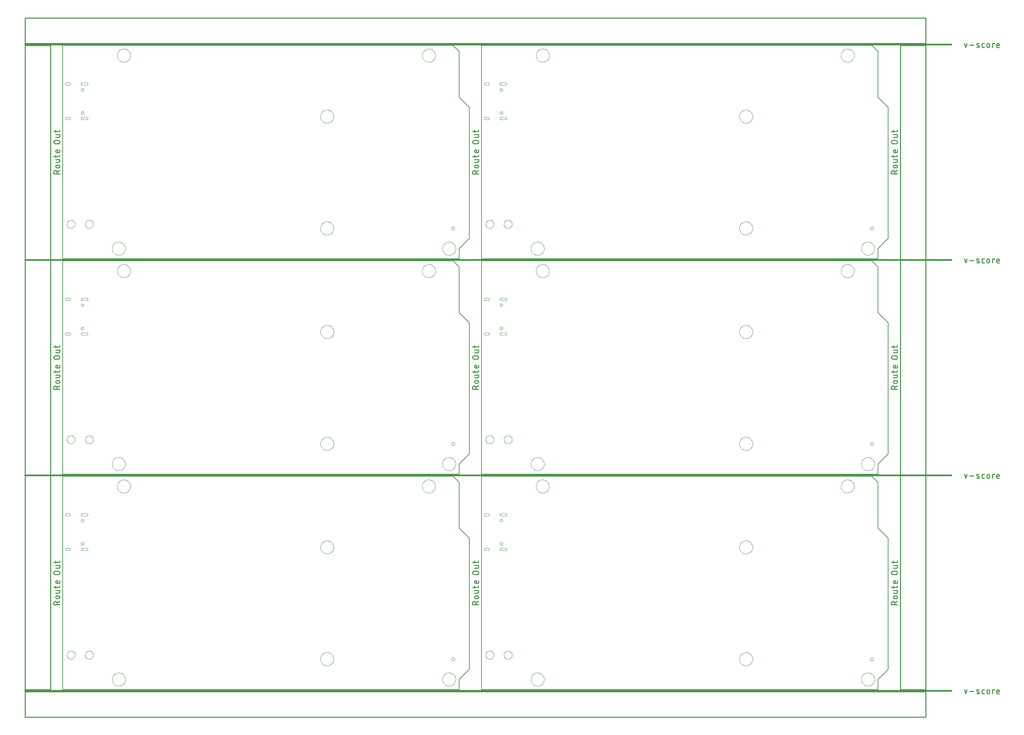
<source format=gko>
G75*
%MOIN*%
%OFA0B0*%
%FSLAX25Y25*%
%IPPOS*%
%LPD*%
%AMOC8*
5,1,8,0,0,1.08239X$1,22.5*
%
%ADD10C,0.00800*%
%ADD11C,0.01100*%
%ADD12C,0.01500*%
%ADD13C,0.01000*%
%ADD14C,0.00000*%
%ADD15C,0.00039*%
D10*
X0103933Y0108933D02*
X0103933Y0318933D01*
X0487933Y0318933D01*
X0493933Y0312933D01*
X0493933Y0267933D01*
X0503933Y0257933D01*
X0503933Y0128933D01*
X0493933Y0118933D01*
X0493933Y0108933D01*
X0103933Y0108933D01*
X0103933Y0320933D02*
X0103933Y0530933D01*
X0487933Y0530933D01*
X0493933Y0524933D01*
X0493933Y0479933D01*
X0503933Y0469933D01*
X0503933Y0340933D01*
X0493933Y0330933D01*
X0493933Y0320933D01*
X0103933Y0320933D01*
X0103933Y0532933D02*
X0103933Y0742933D01*
X0487933Y0742933D01*
X0493933Y0736933D01*
X0493933Y0691933D01*
X0503933Y0681933D01*
X0503933Y0552933D01*
X0493933Y0542933D01*
X0493933Y0532933D01*
X0103933Y0532933D01*
X0515933Y0532933D02*
X0515933Y0742933D01*
X0899933Y0742933D01*
X0905933Y0736933D01*
X0905933Y0691933D01*
X0915933Y0681933D01*
X0915933Y0552933D01*
X0905933Y0542933D01*
X0905933Y0532933D01*
X0515933Y0532933D01*
X0515933Y0530933D02*
X0515933Y0320933D01*
X0905933Y0320933D01*
X0905933Y0330933D01*
X0915933Y0340933D01*
X0915933Y0469933D01*
X0905933Y0479933D01*
X0905933Y0524933D01*
X0899933Y0530933D01*
X0515933Y0530933D01*
X0515933Y0318933D02*
X0515933Y0108933D01*
X0905933Y0108933D01*
X0905933Y0118933D01*
X0915933Y0128933D01*
X0915933Y0257933D01*
X0905933Y0267933D01*
X0905933Y0312933D01*
X0899933Y0318933D01*
X0515933Y0318933D01*
D11*
X0512883Y0235388D02*
X0512883Y0235060D01*
X0512881Y0234998D01*
X0512875Y0234937D01*
X0512866Y0234876D01*
X0512852Y0234816D01*
X0512835Y0234756D01*
X0512814Y0234698D01*
X0512789Y0234641D01*
X0512761Y0234586D01*
X0512730Y0234533D01*
X0512695Y0234482D01*
X0512657Y0234433D01*
X0512617Y0234387D01*
X0512573Y0234343D01*
X0512527Y0234303D01*
X0512478Y0234265D01*
X0512427Y0234230D01*
X0512374Y0234199D01*
X0512319Y0234171D01*
X0512262Y0234146D01*
X0512204Y0234125D01*
X0512144Y0234108D01*
X0512084Y0234094D01*
X0512023Y0234085D01*
X0511962Y0234079D01*
X0511900Y0234077D01*
X0506983Y0234077D01*
X0508950Y0233422D02*
X0508950Y0235388D01*
X0508950Y0231067D02*
X0512883Y0231067D01*
X0512883Y0229428D01*
X0512881Y0229366D01*
X0512875Y0229305D01*
X0512866Y0229244D01*
X0512852Y0229184D01*
X0512835Y0229124D01*
X0512814Y0229066D01*
X0512789Y0229009D01*
X0512761Y0228954D01*
X0512730Y0228901D01*
X0512695Y0228850D01*
X0512657Y0228801D01*
X0512617Y0228755D01*
X0512573Y0228711D01*
X0512527Y0228671D01*
X0512478Y0228633D01*
X0512427Y0228598D01*
X0512374Y0228567D01*
X0512319Y0228539D01*
X0512262Y0228514D01*
X0512204Y0228493D01*
X0512144Y0228476D01*
X0512084Y0228462D01*
X0512023Y0228453D01*
X0511962Y0228447D01*
X0511900Y0228445D01*
X0508950Y0228445D01*
X0508622Y0225446D02*
X0511244Y0225446D01*
X0511323Y0225444D01*
X0511402Y0225438D01*
X0511481Y0225429D01*
X0511559Y0225415D01*
X0511636Y0225398D01*
X0511713Y0225378D01*
X0511788Y0225353D01*
X0511862Y0225325D01*
X0511935Y0225293D01*
X0512006Y0225258D01*
X0512075Y0225220D01*
X0512142Y0225178D01*
X0512207Y0225133D01*
X0512270Y0225085D01*
X0512331Y0225034D01*
X0512389Y0224980D01*
X0512444Y0224923D01*
X0512497Y0224864D01*
X0512546Y0224802D01*
X0512593Y0224738D01*
X0512636Y0224672D01*
X0512676Y0224604D01*
X0512713Y0224533D01*
X0512747Y0224462D01*
X0512776Y0224388D01*
X0512803Y0224313D01*
X0512825Y0224238D01*
X0512844Y0224161D01*
X0512860Y0224083D01*
X0512871Y0224005D01*
X0512879Y0223926D01*
X0512883Y0223847D01*
X0512883Y0223767D01*
X0512879Y0223688D01*
X0512871Y0223609D01*
X0512860Y0223531D01*
X0512844Y0223453D01*
X0512825Y0223376D01*
X0512803Y0223301D01*
X0512776Y0223226D01*
X0512747Y0223152D01*
X0512713Y0223081D01*
X0512676Y0223010D01*
X0512636Y0222942D01*
X0512593Y0222876D01*
X0512546Y0222812D01*
X0512497Y0222750D01*
X0512444Y0222691D01*
X0512389Y0222634D01*
X0512331Y0222580D01*
X0512270Y0222529D01*
X0512207Y0222481D01*
X0512142Y0222436D01*
X0512075Y0222394D01*
X0512006Y0222356D01*
X0511935Y0222321D01*
X0511862Y0222289D01*
X0511788Y0222261D01*
X0511713Y0222236D01*
X0511636Y0222216D01*
X0511559Y0222199D01*
X0511481Y0222185D01*
X0511402Y0222176D01*
X0511323Y0222170D01*
X0511244Y0222168D01*
X0508622Y0222168D01*
X0508543Y0222170D01*
X0508464Y0222176D01*
X0508385Y0222185D01*
X0508307Y0222199D01*
X0508230Y0222216D01*
X0508153Y0222236D01*
X0508078Y0222261D01*
X0508004Y0222289D01*
X0507931Y0222321D01*
X0507860Y0222356D01*
X0507791Y0222394D01*
X0507724Y0222436D01*
X0507659Y0222481D01*
X0507596Y0222529D01*
X0507535Y0222580D01*
X0507477Y0222634D01*
X0507422Y0222691D01*
X0507369Y0222750D01*
X0507320Y0222812D01*
X0507273Y0222876D01*
X0507230Y0222942D01*
X0507190Y0223010D01*
X0507153Y0223081D01*
X0507119Y0223152D01*
X0507090Y0223226D01*
X0507063Y0223301D01*
X0507041Y0223376D01*
X0507022Y0223453D01*
X0507006Y0223531D01*
X0506995Y0223609D01*
X0506987Y0223688D01*
X0506983Y0223767D01*
X0506983Y0223847D01*
X0506987Y0223926D01*
X0506995Y0224005D01*
X0507006Y0224083D01*
X0507022Y0224161D01*
X0507041Y0224238D01*
X0507063Y0224313D01*
X0507090Y0224388D01*
X0507119Y0224462D01*
X0507153Y0224533D01*
X0507190Y0224604D01*
X0507230Y0224672D01*
X0507273Y0224738D01*
X0507320Y0224802D01*
X0507369Y0224864D01*
X0507422Y0224923D01*
X0507477Y0224980D01*
X0507535Y0225034D01*
X0507596Y0225085D01*
X0507659Y0225133D01*
X0507724Y0225178D01*
X0507791Y0225220D01*
X0507860Y0225258D01*
X0507931Y0225293D01*
X0508004Y0225325D01*
X0508078Y0225353D01*
X0508153Y0225378D01*
X0508230Y0225398D01*
X0508307Y0225415D01*
X0508385Y0225429D01*
X0508464Y0225438D01*
X0508543Y0225444D01*
X0508622Y0225446D01*
X0510261Y0216092D02*
X0510916Y0216092D01*
X0510916Y0213470D01*
X0510261Y0213470D02*
X0511900Y0213470D01*
X0511962Y0213472D01*
X0512023Y0213478D01*
X0512084Y0213487D01*
X0512144Y0213501D01*
X0512204Y0213518D01*
X0512262Y0213539D01*
X0512319Y0213564D01*
X0512374Y0213592D01*
X0512427Y0213623D01*
X0512478Y0213658D01*
X0512527Y0213696D01*
X0512573Y0213736D01*
X0512617Y0213780D01*
X0512657Y0213826D01*
X0512695Y0213875D01*
X0512730Y0213926D01*
X0512761Y0213979D01*
X0512789Y0214034D01*
X0512814Y0214091D01*
X0512835Y0214149D01*
X0512852Y0214209D01*
X0512866Y0214269D01*
X0512875Y0214330D01*
X0512881Y0214391D01*
X0512883Y0214453D01*
X0512883Y0216092D01*
X0510261Y0216092D02*
X0510190Y0216090D01*
X0510119Y0216084D01*
X0510049Y0216075D01*
X0509979Y0216061D01*
X0509910Y0216044D01*
X0509842Y0216023D01*
X0509776Y0215999D01*
X0509711Y0215971D01*
X0509647Y0215939D01*
X0509585Y0215904D01*
X0509525Y0215866D01*
X0509468Y0215825D01*
X0509412Y0215780D01*
X0509359Y0215733D01*
X0509309Y0215683D01*
X0509262Y0215630D01*
X0509217Y0215574D01*
X0509176Y0215517D01*
X0509138Y0215457D01*
X0509103Y0215395D01*
X0509071Y0215331D01*
X0509043Y0215266D01*
X0509019Y0215200D01*
X0508998Y0215132D01*
X0508981Y0215063D01*
X0508967Y0214993D01*
X0508958Y0214923D01*
X0508952Y0214852D01*
X0508950Y0214781D01*
X0508952Y0214710D01*
X0508958Y0214639D01*
X0508967Y0214569D01*
X0508981Y0214499D01*
X0508998Y0214430D01*
X0509019Y0214362D01*
X0509043Y0214296D01*
X0509071Y0214231D01*
X0509103Y0214167D01*
X0509138Y0214105D01*
X0509176Y0214045D01*
X0509217Y0213988D01*
X0509262Y0213932D01*
X0509309Y0213879D01*
X0509359Y0213829D01*
X0509412Y0213782D01*
X0509468Y0213737D01*
X0509525Y0213696D01*
X0509585Y0213658D01*
X0509647Y0213623D01*
X0509711Y0213591D01*
X0509776Y0213563D01*
X0509842Y0213539D01*
X0509910Y0213518D01*
X0509979Y0213501D01*
X0510049Y0213487D01*
X0510119Y0213478D01*
X0510190Y0213472D01*
X0510261Y0213470D01*
X0508950Y0210977D02*
X0508950Y0209011D01*
X0506983Y0209666D02*
X0511900Y0209666D01*
X0511962Y0209668D01*
X0512023Y0209674D01*
X0512084Y0209683D01*
X0512144Y0209697D01*
X0512204Y0209714D01*
X0512262Y0209735D01*
X0512319Y0209760D01*
X0512374Y0209788D01*
X0512427Y0209819D01*
X0512478Y0209854D01*
X0512527Y0209892D01*
X0512573Y0209932D01*
X0512617Y0209976D01*
X0512657Y0210022D01*
X0512695Y0210071D01*
X0512730Y0210122D01*
X0512761Y0210175D01*
X0512789Y0210230D01*
X0512814Y0210287D01*
X0512835Y0210345D01*
X0512852Y0210405D01*
X0512866Y0210465D01*
X0512875Y0210526D01*
X0512881Y0210587D01*
X0512883Y0210649D01*
X0512883Y0210977D01*
X0512883Y0206656D02*
X0508950Y0206656D01*
X0508950Y0204034D02*
X0511900Y0204034D01*
X0511962Y0204036D01*
X0512023Y0204042D01*
X0512084Y0204051D01*
X0512144Y0204065D01*
X0512204Y0204082D01*
X0512262Y0204103D01*
X0512319Y0204128D01*
X0512374Y0204156D01*
X0512427Y0204187D01*
X0512478Y0204222D01*
X0512527Y0204260D01*
X0512573Y0204300D01*
X0512617Y0204344D01*
X0512657Y0204390D01*
X0512695Y0204439D01*
X0512730Y0204490D01*
X0512761Y0204543D01*
X0512789Y0204598D01*
X0512814Y0204655D01*
X0512835Y0204713D01*
X0512852Y0204773D01*
X0512866Y0204833D01*
X0512875Y0204894D01*
X0512881Y0204955D01*
X0512883Y0205017D01*
X0512883Y0206656D01*
X0511572Y0201117D02*
X0510261Y0201117D01*
X0510190Y0201115D01*
X0510119Y0201109D01*
X0510049Y0201100D01*
X0509979Y0201086D01*
X0509910Y0201069D01*
X0509842Y0201048D01*
X0509776Y0201024D01*
X0509711Y0200996D01*
X0509647Y0200964D01*
X0509585Y0200929D01*
X0509525Y0200891D01*
X0509468Y0200850D01*
X0509412Y0200805D01*
X0509359Y0200758D01*
X0509309Y0200708D01*
X0509262Y0200655D01*
X0509217Y0200599D01*
X0509176Y0200542D01*
X0509138Y0200482D01*
X0509103Y0200420D01*
X0509071Y0200356D01*
X0509043Y0200291D01*
X0509019Y0200225D01*
X0508998Y0200157D01*
X0508981Y0200088D01*
X0508967Y0200018D01*
X0508958Y0199948D01*
X0508952Y0199877D01*
X0508950Y0199806D01*
X0508952Y0199735D01*
X0508958Y0199664D01*
X0508967Y0199594D01*
X0508981Y0199524D01*
X0508998Y0199455D01*
X0509019Y0199387D01*
X0509043Y0199321D01*
X0509071Y0199256D01*
X0509103Y0199192D01*
X0509138Y0199130D01*
X0509176Y0199070D01*
X0509217Y0199013D01*
X0509262Y0198957D01*
X0509309Y0198904D01*
X0509359Y0198854D01*
X0509412Y0198807D01*
X0509468Y0198762D01*
X0509525Y0198721D01*
X0509585Y0198683D01*
X0509647Y0198648D01*
X0509711Y0198616D01*
X0509776Y0198588D01*
X0509842Y0198564D01*
X0509910Y0198543D01*
X0509979Y0198526D01*
X0510049Y0198512D01*
X0510119Y0198503D01*
X0510190Y0198497D01*
X0510261Y0198495D01*
X0511572Y0198495D01*
X0511643Y0198497D01*
X0511714Y0198503D01*
X0511784Y0198512D01*
X0511854Y0198526D01*
X0511923Y0198543D01*
X0511991Y0198564D01*
X0512057Y0198588D01*
X0512122Y0198616D01*
X0512186Y0198648D01*
X0512248Y0198683D01*
X0512308Y0198721D01*
X0512365Y0198762D01*
X0512421Y0198807D01*
X0512474Y0198854D01*
X0512524Y0198904D01*
X0512571Y0198957D01*
X0512616Y0199013D01*
X0512657Y0199070D01*
X0512695Y0199130D01*
X0512730Y0199192D01*
X0512762Y0199256D01*
X0512790Y0199321D01*
X0512814Y0199387D01*
X0512835Y0199455D01*
X0512852Y0199524D01*
X0512866Y0199594D01*
X0512875Y0199664D01*
X0512881Y0199735D01*
X0512883Y0199806D01*
X0512881Y0199877D01*
X0512875Y0199948D01*
X0512866Y0200018D01*
X0512852Y0200088D01*
X0512835Y0200157D01*
X0512814Y0200225D01*
X0512790Y0200291D01*
X0512762Y0200356D01*
X0512730Y0200420D01*
X0512695Y0200482D01*
X0512657Y0200542D01*
X0512616Y0200599D01*
X0512571Y0200655D01*
X0512524Y0200708D01*
X0512474Y0200758D01*
X0512421Y0200805D01*
X0512365Y0200850D01*
X0512308Y0200891D01*
X0512248Y0200929D01*
X0512186Y0200964D01*
X0512122Y0200996D01*
X0512057Y0201024D01*
X0511991Y0201048D01*
X0511923Y0201069D01*
X0511854Y0201086D01*
X0511784Y0201100D01*
X0511714Y0201109D01*
X0511643Y0201115D01*
X0511572Y0201117D01*
X0512883Y0195756D02*
X0510261Y0194445D01*
X0510261Y0194117D02*
X0510261Y0192478D01*
X0510261Y0194117D02*
X0510259Y0194196D01*
X0510253Y0194275D01*
X0510244Y0194354D01*
X0510230Y0194432D01*
X0510213Y0194509D01*
X0510193Y0194586D01*
X0510168Y0194661D01*
X0510140Y0194735D01*
X0510108Y0194808D01*
X0510073Y0194879D01*
X0510035Y0194948D01*
X0509993Y0195015D01*
X0509948Y0195080D01*
X0509900Y0195143D01*
X0509849Y0195204D01*
X0509795Y0195262D01*
X0509738Y0195317D01*
X0509679Y0195370D01*
X0509617Y0195419D01*
X0509553Y0195466D01*
X0509487Y0195509D01*
X0509419Y0195549D01*
X0509348Y0195586D01*
X0509277Y0195620D01*
X0509203Y0195649D01*
X0509128Y0195676D01*
X0509053Y0195698D01*
X0508976Y0195717D01*
X0508898Y0195733D01*
X0508820Y0195744D01*
X0508741Y0195752D01*
X0508662Y0195756D01*
X0508582Y0195756D01*
X0508503Y0195752D01*
X0508424Y0195744D01*
X0508346Y0195733D01*
X0508268Y0195717D01*
X0508191Y0195698D01*
X0508116Y0195676D01*
X0508041Y0195649D01*
X0507967Y0195620D01*
X0507896Y0195586D01*
X0507825Y0195549D01*
X0507757Y0195509D01*
X0507691Y0195466D01*
X0507627Y0195419D01*
X0507565Y0195370D01*
X0507506Y0195317D01*
X0507449Y0195262D01*
X0507395Y0195204D01*
X0507344Y0195143D01*
X0507296Y0195080D01*
X0507251Y0195015D01*
X0507209Y0194948D01*
X0507171Y0194879D01*
X0507136Y0194808D01*
X0507104Y0194735D01*
X0507076Y0194661D01*
X0507051Y0194586D01*
X0507031Y0194509D01*
X0507014Y0194432D01*
X0507000Y0194354D01*
X0506991Y0194275D01*
X0506985Y0194196D01*
X0506983Y0194117D01*
X0506983Y0192478D01*
X0512883Y0192478D01*
X0512883Y0404478D02*
X0506983Y0404478D01*
X0506983Y0406117D01*
X0506985Y0406196D01*
X0506991Y0406275D01*
X0507000Y0406354D01*
X0507014Y0406432D01*
X0507031Y0406509D01*
X0507051Y0406586D01*
X0507076Y0406661D01*
X0507104Y0406735D01*
X0507136Y0406808D01*
X0507171Y0406879D01*
X0507209Y0406948D01*
X0507251Y0407015D01*
X0507296Y0407080D01*
X0507344Y0407143D01*
X0507395Y0407204D01*
X0507449Y0407262D01*
X0507506Y0407317D01*
X0507565Y0407370D01*
X0507627Y0407419D01*
X0507691Y0407466D01*
X0507757Y0407509D01*
X0507825Y0407549D01*
X0507896Y0407586D01*
X0507967Y0407620D01*
X0508041Y0407649D01*
X0508116Y0407676D01*
X0508191Y0407698D01*
X0508268Y0407717D01*
X0508346Y0407733D01*
X0508424Y0407744D01*
X0508503Y0407752D01*
X0508582Y0407756D01*
X0508662Y0407756D01*
X0508741Y0407752D01*
X0508820Y0407744D01*
X0508898Y0407733D01*
X0508976Y0407717D01*
X0509053Y0407698D01*
X0509128Y0407676D01*
X0509203Y0407649D01*
X0509277Y0407620D01*
X0509348Y0407586D01*
X0509419Y0407549D01*
X0509487Y0407509D01*
X0509553Y0407466D01*
X0509617Y0407419D01*
X0509679Y0407370D01*
X0509738Y0407317D01*
X0509795Y0407262D01*
X0509849Y0407204D01*
X0509900Y0407143D01*
X0509948Y0407080D01*
X0509993Y0407015D01*
X0510035Y0406948D01*
X0510073Y0406879D01*
X0510108Y0406808D01*
X0510140Y0406735D01*
X0510168Y0406661D01*
X0510193Y0406586D01*
X0510213Y0406509D01*
X0510230Y0406432D01*
X0510244Y0406354D01*
X0510253Y0406275D01*
X0510259Y0406196D01*
X0510261Y0406117D01*
X0510261Y0404478D01*
X0510261Y0406445D02*
X0512883Y0407756D01*
X0511572Y0410495D02*
X0510261Y0410495D01*
X0510190Y0410497D01*
X0510119Y0410503D01*
X0510049Y0410512D01*
X0509979Y0410526D01*
X0509910Y0410543D01*
X0509842Y0410564D01*
X0509776Y0410588D01*
X0509711Y0410616D01*
X0509647Y0410648D01*
X0509585Y0410683D01*
X0509525Y0410721D01*
X0509468Y0410762D01*
X0509412Y0410807D01*
X0509359Y0410854D01*
X0509309Y0410904D01*
X0509262Y0410957D01*
X0509217Y0411013D01*
X0509176Y0411070D01*
X0509138Y0411130D01*
X0509103Y0411192D01*
X0509071Y0411256D01*
X0509043Y0411321D01*
X0509019Y0411387D01*
X0508998Y0411455D01*
X0508981Y0411524D01*
X0508967Y0411594D01*
X0508958Y0411664D01*
X0508952Y0411735D01*
X0508950Y0411806D01*
X0508952Y0411877D01*
X0508958Y0411948D01*
X0508967Y0412018D01*
X0508981Y0412088D01*
X0508998Y0412157D01*
X0509019Y0412225D01*
X0509043Y0412291D01*
X0509071Y0412356D01*
X0509103Y0412420D01*
X0509138Y0412482D01*
X0509176Y0412542D01*
X0509217Y0412599D01*
X0509262Y0412655D01*
X0509309Y0412708D01*
X0509359Y0412758D01*
X0509412Y0412805D01*
X0509468Y0412850D01*
X0509525Y0412891D01*
X0509585Y0412929D01*
X0509647Y0412964D01*
X0509711Y0412996D01*
X0509776Y0413024D01*
X0509842Y0413048D01*
X0509910Y0413069D01*
X0509979Y0413086D01*
X0510049Y0413100D01*
X0510119Y0413109D01*
X0510190Y0413115D01*
X0510261Y0413117D01*
X0511572Y0413117D01*
X0511643Y0413115D01*
X0511714Y0413109D01*
X0511784Y0413100D01*
X0511854Y0413086D01*
X0511923Y0413069D01*
X0511991Y0413048D01*
X0512057Y0413024D01*
X0512122Y0412996D01*
X0512186Y0412964D01*
X0512248Y0412929D01*
X0512308Y0412891D01*
X0512365Y0412850D01*
X0512421Y0412805D01*
X0512474Y0412758D01*
X0512524Y0412708D01*
X0512571Y0412655D01*
X0512616Y0412599D01*
X0512657Y0412542D01*
X0512695Y0412482D01*
X0512730Y0412420D01*
X0512762Y0412356D01*
X0512790Y0412291D01*
X0512814Y0412225D01*
X0512835Y0412157D01*
X0512852Y0412088D01*
X0512866Y0412018D01*
X0512875Y0411948D01*
X0512881Y0411877D01*
X0512883Y0411806D01*
X0512881Y0411735D01*
X0512875Y0411664D01*
X0512866Y0411594D01*
X0512852Y0411524D01*
X0512835Y0411455D01*
X0512814Y0411387D01*
X0512790Y0411321D01*
X0512762Y0411256D01*
X0512730Y0411192D01*
X0512695Y0411130D01*
X0512657Y0411070D01*
X0512616Y0411013D01*
X0512571Y0410957D01*
X0512524Y0410904D01*
X0512474Y0410854D01*
X0512421Y0410807D01*
X0512365Y0410762D01*
X0512308Y0410721D01*
X0512248Y0410683D01*
X0512186Y0410648D01*
X0512122Y0410616D01*
X0512057Y0410588D01*
X0511991Y0410564D01*
X0511923Y0410543D01*
X0511854Y0410526D01*
X0511784Y0410512D01*
X0511714Y0410503D01*
X0511643Y0410497D01*
X0511572Y0410495D01*
X0511900Y0416034D02*
X0508950Y0416034D01*
X0508950Y0418656D02*
X0512883Y0418656D01*
X0512883Y0417017D01*
X0512881Y0416955D01*
X0512875Y0416894D01*
X0512866Y0416833D01*
X0512852Y0416773D01*
X0512835Y0416713D01*
X0512814Y0416655D01*
X0512789Y0416598D01*
X0512761Y0416543D01*
X0512730Y0416490D01*
X0512695Y0416439D01*
X0512657Y0416390D01*
X0512617Y0416344D01*
X0512573Y0416300D01*
X0512527Y0416260D01*
X0512478Y0416222D01*
X0512427Y0416187D01*
X0512374Y0416156D01*
X0512319Y0416128D01*
X0512262Y0416103D01*
X0512204Y0416082D01*
X0512144Y0416065D01*
X0512084Y0416051D01*
X0512023Y0416042D01*
X0511962Y0416036D01*
X0511900Y0416034D01*
X0511900Y0421666D02*
X0506983Y0421666D01*
X0508950Y0421011D02*
X0508950Y0422977D01*
X0510261Y0425470D02*
X0511900Y0425470D01*
X0511962Y0425472D01*
X0512023Y0425478D01*
X0512084Y0425487D01*
X0512144Y0425501D01*
X0512204Y0425518D01*
X0512262Y0425539D01*
X0512319Y0425564D01*
X0512374Y0425592D01*
X0512427Y0425623D01*
X0512478Y0425658D01*
X0512527Y0425696D01*
X0512573Y0425736D01*
X0512617Y0425780D01*
X0512657Y0425826D01*
X0512695Y0425875D01*
X0512730Y0425926D01*
X0512761Y0425979D01*
X0512789Y0426034D01*
X0512814Y0426091D01*
X0512835Y0426149D01*
X0512852Y0426209D01*
X0512866Y0426269D01*
X0512875Y0426330D01*
X0512881Y0426391D01*
X0512883Y0426453D01*
X0512883Y0428092D01*
X0510916Y0428092D02*
X0510916Y0425470D01*
X0510261Y0425470D02*
X0510190Y0425472D01*
X0510119Y0425478D01*
X0510049Y0425487D01*
X0509979Y0425501D01*
X0509910Y0425518D01*
X0509842Y0425539D01*
X0509776Y0425563D01*
X0509711Y0425591D01*
X0509647Y0425623D01*
X0509585Y0425658D01*
X0509525Y0425696D01*
X0509468Y0425737D01*
X0509412Y0425782D01*
X0509359Y0425829D01*
X0509309Y0425879D01*
X0509262Y0425932D01*
X0509217Y0425988D01*
X0509176Y0426045D01*
X0509138Y0426105D01*
X0509103Y0426167D01*
X0509071Y0426231D01*
X0509043Y0426296D01*
X0509019Y0426362D01*
X0508998Y0426430D01*
X0508981Y0426499D01*
X0508967Y0426569D01*
X0508958Y0426639D01*
X0508952Y0426710D01*
X0508950Y0426781D01*
X0508952Y0426852D01*
X0508958Y0426923D01*
X0508967Y0426993D01*
X0508981Y0427063D01*
X0508998Y0427132D01*
X0509019Y0427200D01*
X0509043Y0427266D01*
X0509071Y0427331D01*
X0509103Y0427395D01*
X0509138Y0427457D01*
X0509176Y0427517D01*
X0509217Y0427574D01*
X0509262Y0427630D01*
X0509309Y0427683D01*
X0509359Y0427733D01*
X0509412Y0427780D01*
X0509468Y0427825D01*
X0509525Y0427866D01*
X0509585Y0427904D01*
X0509647Y0427939D01*
X0509711Y0427971D01*
X0509776Y0427999D01*
X0509842Y0428023D01*
X0509910Y0428044D01*
X0509979Y0428061D01*
X0510049Y0428075D01*
X0510119Y0428084D01*
X0510190Y0428090D01*
X0510261Y0428092D01*
X0510916Y0428092D01*
X0512883Y0422977D02*
X0512883Y0422649D01*
X0512881Y0422587D01*
X0512875Y0422526D01*
X0512866Y0422465D01*
X0512852Y0422405D01*
X0512835Y0422345D01*
X0512814Y0422287D01*
X0512789Y0422230D01*
X0512761Y0422175D01*
X0512730Y0422122D01*
X0512695Y0422071D01*
X0512657Y0422022D01*
X0512617Y0421976D01*
X0512573Y0421932D01*
X0512527Y0421892D01*
X0512478Y0421854D01*
X0512427Y0421819D01*
X0512374Y0421788D01*
X0512319Y0421760D01*
X0512262Y0421735D01*
X0512204Y0421714D01*
X0512144Y0421697D01*
X0512084Y0421683D01*
X0512023Y0421674D01*
X0511962Y0421668D01*
X0511900Y0421666D01*
X0511244Y0434168D02*
X0508622Y0434168D01*
X0508543Y0434170D01*
X0508464Y0434176D01*
X0508385Y0434185D01*
X0508307Y0434199D01*
X0508230Y0434216D01*
X0508153Y0434236D01*
X0508078Y0434261D01*
X0508004Y0434289D01*
X0507931Y0434321D01*
X0507860Y0434356D01*
X0507791Y0434394D01*
X0507724Y0434436D01*
X0507659Y0434481D01*
X0507596Y0434529D01*
X0507535Y0434580D01*
X0507477Y0434634D01*
X0507422Y0434691D01*
X0507369Y0434750D01*
X0507320Y0434812D01*
X0507273Y0434876D01*
X0507230Y0434942D01*
X0507190Y0435010D01*
X0507153Y0435081D01*
X0507119Y0435152D01*
X0507090Y0435226D01*
X0507063Y0435301D01*
X0507041Y0435376D01*
X0507022Y0435453D01*
X0507006Y0435531D01*
X0506995Y0435609D01*
X0506987Y0435688D01*
X0506983Y0435767D01*
X0506983Y0435847D01*
X0506987Y0435926D01*
X0506995Y0436005D01*
X0507006Y0436083D01*
X0507022Y0436161D01*
X0507041Y0436238D01*
X0507063Y0436313D01*
X0507090Y0436388D01*
X0507119Y0436462D01*
X0507153Y0436533D01*
X0507190Y0436604D01*
X0507230Y0436672D01*
X0507273Y0436738D01*
X0507320Y0436802D01*
X0507369Y0436864D01*
X0507422Y0436923D01*
X0507477Y0436980D01*
X0507535Y0437034D01*
X0507596Y0437085D01*
X0507659Y0437133D01*
X0507724Y0437178D01*
X0507791Y0437220D01*
X0507860Y0437258D01*
X0507931Y0437293D01*
X0508004Y0437325D01*
X0508078Y0437353D01*
X0508153Y0437378D01*
X0508230Y0437398D01*
X0508307Y0437415D01*
X0508385Y0437429D01*
X0508464Y0437438D01*
X0508543Y0437444D01*
X0508622Y0437446D01*
X0511244Y0437446D01*
X0511323Y0437444D01*
X0511402Y0437438D01*
X0511481Y0437429D01*
X0511559Y0437415D01*
X0511636Y0437398D01*
X0511713Y0437378D01*
X0511788Y0437353D01*
X0511862Y0437325D01*
X0511935Y0437293D01*
X0512006Y0437258D01*
X0512075Y0437220D01*
X0512142Y0437178D01*
X0512207Y0437133D01*
X0512270Y0437085D01*
X0512331Y0437034D01*
X0512389Y0436980D01*
X0512444Y0436923D01*
X0512497Y0436864D01*
X0512546Y0436802D01*
X0512593Y0436738D01*
X0512636Y0436672D01*
X0512676Y0436604D01*
X0512713Y0436533D01*
X0512747Y0436462D01*
X0512776Y0436388D01*
X0512803Y0436313D01*
X0512825Y0436238D01*
X0512844Y0436161D01*
X0512860Y0436083D01*
X0512871Y0436005D01*
X0512879Y0435926D01*
X0512883Y0435847D01*
X0512883Y0435767D01*
X0512879Y0435688D01*
X0512871Y0435609D01*
X0512860Y0435531D01*
X0512844Y0435453D01*
X0512825Y0435376D01*
X0512803Y0435301D01*
X0512776Y0435226D01*
X0512747Y0435152D01*
X0512713Y0435081D01*
X0512676Y0435010D01*
X0512636Y0434942D01*
X0512593Y0434876D01*
X0512546Y0434812D01*
X0512497Y0434750D01*
X0512444Y0434691D01*
X0512389Y0434634D01*
X0512331Y0434580D01*
X0512270Y0434529D01*
X0512207Y0434481D01*
X0512142Y0434436D01*
X0512075Y0434394D01*
X0512006Y0434356D01*
X0511935Y0434321D01*
X0511862Y0434289D01*
X0511788Y0434261D01*
X0511713Y0434236D01*
X0511636Y0434216D01*
X0511559Y0434199D01*
X0511481Y0434185D01*
X0511402Y0434176D01*
X0511323Y0434170D01*
X0511244Y0434168D01*
X0511900Y0440445D02*
X0508950Y0440445D01*
X0508950Y0443067D02*
X0512883Y0443067D01*
X0512883Y0441428D01*
X0512881Y0441366D01*
X0512875Y0441305D01*
X0512866Y0441244D01*
X0512852Y0441184D01*
X0512835Y0441124D01*
X0512814Y0441066D01*
X0512789Y0441009D01*
X0512761Y0440954D01*
X0512730Y0440901D01*
X0512695Y0440850D01*
X0512657Y0440801D01*
X0512617Y0440755D01*
X0512573Y0440711D01*
X0512527Y0440671D01*
X0512478Y0440633D01*
X0512427Y0440598D01*
X0512374Y0440567D01*
X0512319Y0440539D01*
X0512262Y0440514D01*
X0512204Y0440493D01*
X0512144Y0440476D01*
X0512084Y0440462D01*
X0512023Y0440453D01*
X0511962Y0440447D01*
X0511900Y0440445D01*
X0511900Y0446077D02*
X0506983Y0446077D01*
X0508950Y0445422D02*
X0508950Y0447388D01*
X0511900Y0446077D02*
X0511962Y0446079D01*
X0512023Y0446085D01*
X0512084Y0446094D01*
X0512144Y0446108D01*
X0512204Y0446125D01*
X0512262Y0446146D01*
X0512319Y0446171D01*
X0512374Y0446199D01*
X0512427Y0446230D01*
X0512478Y0446265D01*
X0512527Y0446303D01*
X0512573Y0446343D01*
X0512617Y0446387D01*
X0512657Y0446433D01*
X0512695Y0446482D01*
X0512730Y0446533D01*
X0512761Y0446586D01*
X0512789Y0446641D01*
X0512814Y0446698D01*
X0512835Y0446756D01*
X0512852Y0446816D01*
X0512866Y0446876D01*
X0512875Y0446937D01*
X0512881Y0446998D01*
X0512883Y0447060D01*
X0512883Y0447388D01*
X0512883Y0616478D02*
X0506983Y0616478D01*
X0506983Y0618117D01*
X0506985Y0618196D01*
X0506991Y0618275D01*
X0507000Y0618354D01*
X0507014Y0618432D01*
X0507031Y0618509D01*
X0507051Y0618586D01*
X0507076Y0618661D01*
X0507104Y0618735D01*
X0507136Y0618808D01*
X0507171Y0618879D01*
X0507209Y0618948D01*
X0507251Y0619015D01*
X0507296Y0619080D01*
X0507344Y0619143D01*
X0507395Y0619204D01*
X0507449Y0619262D01*
X0507506Y0619317D01*
X0507565Y0619370D01*
X0507627Y0619419D01*
X0507691Y0619466D01*
X0507757Y0619509D01*
X0507825Y0619549D01*
X0507896Y0619586D01*
X0507967Y0619620D01*
X0508041Y0619649D01*
X0508116Y0619676D01*
X0508191Y0619698D01*
X0508268Y0619717D01*
X0508346Y0619733D01*
X0508424Y0619744D01*
X0508503Y0619752D01*
X0508582Y0619756D01*
X0508662Y0619756D01*
X0508741Y0619752D01*
X0508820Y0619744D01*
X0508898Y0619733D01*
X0508976Y0619717D01*
X0509053Y0619698D01*
X0509128Y0619676D01*
X0509203Y0619649D01*
X0509277Y0619620D01*
X0509348Y0619586D01*
X0509419Y0619549D01*
X0509487Y0619509D01*
X0509553Y0619466D01*
X0509617Y0619419D01*
X0509679Y0619370D01*
X0509738Y0619317D01*
X0509795Y0619262D01*
X0509849Y0619204D01*
X0509900Y0619143D01*
X0509948Y0619080D01*
X0509993Y0619015D01*
X0510035Y0618948D01*
X0510073Y0618879D01*
X0510108Y0618808D01*
X0510140Y0618735D01*
X0510168Y0618661D01*
X0510193Y0618586D01*
X0510213Y0618509D01*
X0510230Y0618432D01*
X0510244Y0618354D01*
X0510253Y0618275D01*
X0510259Y0618196D01*
X0510261Y0618117D01*
X0510261Y0616478D01*
X0510261Y0618445D02*
X0512883Y0619756D01*
X0511572Y0622495D02*
X0510261Y0622495D01*
X0510190Y0622497D01*
X0510119Y0622503D01*
X0510049Y0622512D01*
X0509979Y0622526D01*
X0509910Y0622543D01*
X0509842Y0622564D01*
X0509776Y0622588D01*
X0509711Y0622616D01*
X0509647Y0622648D01*
X0509585Y0622683D01*
X0509525Y0622721D01*
X0509468Y0622762D01*
X0509412Y0622807D01*
X0509359Y0622854D01*
X0509309Y0622904D01*
X0509262Y0622957D01*
X0509217Y0623013D01*
X0509176Y0623070D01*
X0509138Y0623130D01*
X0509103Y0623192D01*
X0509071Y0623256D01*
X0509043Y0623321D01*
X0509019Y0623387D01*
X0508998Y0623455D01*
X0508981Y0623524D01*
X0508967Y0623594D01*
X0508958Y0623664D01*
X0508952Y0623735D01*
X0508950Y0623806D01*
X0508952Y0623877D01*
X0508958Y0623948D01*
X0508967Y0624018D01*
X0508981Y0624088D01*
X0508998Y0624157D01*
X0509019Y0624225D01*
X0509043Y0624291D01*
X0509071Y0624356D01*
X0509103Y0624420D01*
X0509138Y0624482D01*
X0509176Y0624542D01*
X0509217Y0624599D01*
X0509262Y0624655D01*
X0509309Y0624708D01*
X0509359Y0624758D01*
X0509412Y0624805D01*
X0509468Y0624850D01*
X0509525Y0624891D01*
X0509585Y0624929D01*
X0509647Y0624964D01*
X0509711Y0624996D01*
X0509776Y0625024D01*
X0509842Y0625048D01*
X0509910Y0625069D01*
X0509979Y0625086D01*
X0510049Y0625100D01*
X0510119Y0625109D01*
X0510190Y0625115D01*
X0510261Y0625117D01*
X0511572Y0625117D01*
X0511643Y0625115D01*
X0511714Y0625109D01*
X0511784Y0625100D01*
X0511854Y0625086D01*
X0511923Y0625069D01*
X0511991Y0625048D01*
X0512057Y0625024D01*
X0512122Y0624996D01*
X0512186Y0624964D01*
X0512248Y0624929D01*
X0512308Y0624891D01*
X0512365Y0624850D01*
X0512421Y0624805D01*
X0512474Y0624758D01*
X0512524Y0624708D01*
X0512571Y0624655D01*
X0512616Y0624599D01*
X0512657Y0624542D01*
X0512695Y0624482D01*
X0512730Y0624420D01*
X0512762Y0624356D01*
X0512790Y0624291D01*
X0512814Y0624225D01*
X0512835Y0624157D01*
X0512852Y0624088D01*
X0512866Y0624018D01*
X0512875Y0623948D01*
X0512881Y0623877D01*
X0512883Y0623806D01*
X0512881Y0623735D01*
X0512875Y0623664D01*
X0512866Y0623594D01*
X0512852Y0623524D01*
X0512835Y0623455D01*
X0512814Y0623387D01*
X0512790Y0623321D01*
X0512762Y0623256D01*
X0512730Y0623192D01*
X0512695Y0623130D01*
X0512657Y0623070D01*
X0512616Y0623013D01*
X0512571Y0622957D01*
X0512524Y0622904D01*
X0512474Y0622854D01*
X0512421Y0622807D01*
X0512365Y0622762D01*
X0512308Y0622721D01*
X0512248Y0622683D01*
X0512186Y0622648D01*
X0512122Y0622616D01*
X0512057Y0622588D01*
X0511991Y0622564D01*
X0511923Y0622543D01*
X0511854Y0622526D01*
X0511784Y0622512D01*
X0511714Y0622503D01*
X0511643Y0622497D01*
X0511572Y0622495D01*
X0511900Y0628034D02*
X0508950Y0628034D01*
X0508950Y0630656D02*
X0512883Y0630656D01*
X0512883Y0629017D01*
X0512881Y0628955D01*
X0512875Y0628894D01*
X0512866Y0628833D01*
X0512852Y0628773D01*
X0512835Y0628713D01*
X0512814Y0628655D01*
X0512789Y0628598D01*
X0512761Y0628543D01*
X0512730Y0628490D01*
X0512695Y0628439D01*
X0512657Y0628390D01*
X0512617Y0628344D01*
X0512573Y0628300D01*
X0512527Y0628260D01*
X0512478Y0628222D01*
X0512427Y0628187D01*
X0512374Y0628156D01*
X0512319Y0628128D01*
X0512262Y0628103D01*
X0512204Y0628082D01*
X0512144Y0628065D01*
X0512084Y0628051D01*
X0512023Y0628042D01*
X0511962Y0628036D01*
X0511900Y0628034D01*
X0511900Y0633666D02*
X0506983Y0633666D01*
X0508950Y0633011D02*
X0508950Y0634977D01*
X0510261Y0637470D02*
X0511900Y0637470D01*
X0511962Y0637472D01*
X0512023Y0637478D01*
X0512084Y0637487D01*
X0512144Y0637501D01*
X0512204Y0637518D01*
X0512262Y0637539D01*
X0512319Y0637564D01*
X0512374Y0637592D01*
X0512427Y0637623D01*
X0512478Y0637658D01*
X0512527Y0637696D01*
X0512573Y0637736D01*
X0512617Y0637780D01*
X0512657Y0637826D01*
X0512695Y0637875D01*
X0512730Y0637926D01*
X0512761Y0637979D01*
X0512789Y0638034D01*
X0512814Y0638091D01*
X0512835Y0638149D01*
X0512852Y0638209D01*
X0512866Y0638269D01*
X0512875Y0638330D01*
X0512881Y0638391D01*
X0512883Y0638453D01*
X0512883Y0640092D01*
X0510916Y0640092D02*
X0510916Y0637470D01*
X0510261Y0637470D02*
X0510190Y0637472D01*
X0510119Y0637478D01*
X0510049Y0637487D01*
X0509979Y0637501D01*
X0509910Y0637518D01*
X0509842Y0637539D01*
X0509776Y0637563D01*
X0509711Y0637591D01*
X0509647Y0637623D01*
X0509585Y0637658D01*
X0509525Y0637696D01*
X0509468Y0637737D01*
X0509412Y0637782D01*
X0509359Y0637829D01*
X0509309Y0637879D01*
X0509262Y0637932D01*
X0509217Y0637988D01*
X0509176Y0638045D01*
X0509138Y0638105D01*
X0509103Y0638167D01*
X0509071Y0638231D01*
X0509043Y0638296D01*
X0509019Y0638362D01*
X0508998Y0638430D01*
X0508981Y0638499D01*
X0508967Y0638569D01*
X0508958Y0638639D01*
X0508952Y0638710D01*
X0508950Y0638781D01*
X0508952Y0638852D01*
X0508958Y0638923D01*
X0508967Y0638993D01*
X0508981Y0639063D01*
X0508998Y0639132D01*
X0509019Y0639200D01*
X0509043Y0639266D01*
X0509071Y0639331D01*
X0509103Y0639395D01*
X0509138Y0639457D01*
X0509176Y0639517D01*
X0509217Y0639574D01*
X0509262Y0639630D01*
X0509309Y0639683D01*
X0509359Y0639733D01*
X0509412Y0639780D01*
X0509468Y0639825D01*
X0509525Y0639866D01*
X0509585Y0639904D01*
X0509647Y0639939D01*
X0509711Y0639971D01*
X0509776Y0639999D01*
X0509842Y0640023D01*
X0509910Y0640044D01*
X0509979Y0640061D01*
X0510049Y0640075D01*
X0510119Y0640084D01*
X0510190Y0640090D01*
X0510261Y0640092D01*
X0510916Y0640092D01*
X0512883Y0634977D02*
X0512883Y0634649D01*
X0512881Y0634587D01*
X0512875Y0634526D01*
X0512866Y0634465D01*
X0512852Y0634405D01*
X0512835Y0634345D01*
X0512814Y0634287D01*
X0512789Y0634230D01*
X0512761Y0634175D01*
X0512730Y0634122D01*
X0512695Y0634071D01*
X0512657Y0634022D01*
X0512617Y0633976D01*
X0512573Y0633932D01*
X0512527Y0633892D01*
X0512478Y0633854D01*
X0512427Y0633819D01*
X0512374Y0633788D01*
X0512319Y0633760D01*
X0512262Y0633735D01*
X0512204Y0633714D01*
X0512144Y0633697D01*
X0512084Y0633683D01*
X0512023Y0633674D01*
X0511962Y0633668D01*
X0511900Y0633666D01*
X0511244Y0646168D02*
X0508622Y0646168D01*
X0508543Y0646170D01*
X0508464Y0646176D01*
X0508385Y0646185D01*
X0508307Y0646199D01*
X0508230Y0646216D01*
X0508153Y0646236D01*
X0508078Y0646261D01*
X0508004Y0646289D01*
X0507931Y0646321D01*
X0507860Y0646356D01*
X0507791Y0646394D01*
X0507724Y0646436D01*
X0507659Y0646481D01*
X0507596Y0646529D01*
X0507535Y0646580D01*
X0507477Y0646634D01*
X0507422Y0646691D01*
X0507369Y0646750D01*
X0507320Y0646812D01*
X0507273Y0646876D01*
X0507230Y0646942D01*
X0507190Y0647010D01*
X0507153Y0647081D01*
X0507119Y0647152D01*
X0507090Y0647226D01*
X0507063Y0647301D01*
X0507041Y0647376D01*
X0507022Y0647453D01*
X0507006Y0647531D01*
X0506995Y0647609D01*
X0506987Y0647688D01*
X0506983Y0647767D01*
X0506983Y0647847D01*
X0506987Y0647926D01*
X0506995Y0648005D01*
X0507006Y0648083D01*
X0507022Y0648161D01*
X0507041Y0648238D01*
X0507063Y0648313D01*
X0507090Y0648388D01*
X0507119Y0648462D01*
X0507153Y0648533D01*
X0507190Y0648604D01*
X0507230Y0648672D01*
X0507273Y0648738D01*
X0507320Y0648802D01*
X0507369Y0648864D01*
X0507422Y0648923D01*
X0507477Y0648980D01*
X0507535Y0649034D01*
X0507596Y0649085D01*
X0507659Y0649133D01*
X0507724Y0649178D01*
X0507791Y0649220D01*
X0507860Y0649258D01*
X0507931Y0649293D01*
X0508004Y0649325D01*
X0508078Y0649353D01*
X0508153Y0649378D01*
X0508230Y0649398D01*
X0508307Y0649415D01*
X0508385Y0649429D01*
X0508464Y0649438D01*
X0508543Y0649444D01*
X0508622Y0649446D01*
X0511244Y0649446D01*
X0511323Y0649444D01*
X0511402Y0649438D01*
X0511481Y0649429D01*
X0511559Y0649415D01*
X0511636Y0649398D01*
X0511713Y0649378D01*
X0511788Y0649353D01*
X0511862Y0649325D01*
X0511935Y0649293D01*
X0512006Y0649258D01*
X0512075Y0649220D01*
X0512142Y0649178D01*
X0512207Y0649133D01*
X0512270Y0649085D01*
X0512331Y0649034D01*
X0512389Y0648980D01*
X0512444Y0648923D01*
X0512497Y0648864D01*
X0512546Y0648802D01*
X0512593Y0648738D01*
X0512636Y0648672D01*
X0512676Y0648604D01*
X0512713Y0648533D01*
X0512747Y0648462D01*
X0512776Y0648388D01*
X0512803Y0648313D01*
X0512825Y0648238D01*
X0512844Y0648161D01*
X0512860Y0648083D01*
X0512871Y0648005D01*
X0512879Y0647926D01*
X0512883Y0647847D01*
X0512883Y0647767D01*
X0512879Y0647688D01*
X0512871Y0647609D01*
X0512860Y0647531D01*
X0512844Y0647453D01*
X0512825Y0647376D01*
X0512803Y0647301D01*
X0512776Y0647226D01*
X0512747Y0647152D01*
X0512713Y0647081D01*
X0512676Y0647010D01*
X0512636Y0646942D01*
X0512593Y0646876D01*
X0512546Y0646812D01*
X0512497Y0646750D01*
X0512444Y0646691D01*
X0512389Y0646634D01*
X0512331Y0646580D01*
X0512270Y0646529D01*
X0512207Y0646481D01*
X0512142Y0646436D01*
X0512075Y0646394D01*
X0512006Y0646356D01*
X0511935Y0646321D01*
X0511862Y0646289D01*
X0511788Y0646261D01*
X0511713Y0646236D01*
X0511636Y0646216D01*
X0511559Y0646199D01*
X0511481Y0646185D01*
X0511402Y0646176D01*
X0511323Y0646170D01*
X0511244Y0646168D01*
X0511900Y0652445D02*
X0508950Y0652445D01*
X0508950Y0655067D02*
X0512883Y0655067D01*
X0512883Y0653428D01*
X0512881Y0653366D01*
X0512875Y0653305D01*
X0512866Y0653244D01*
X0512852Y0653184D01*
X0512835Y0653124D01*
X0512814Y0653066D01*
X0512789Y0653009D01*
X0512761Y0652954D01*
X0512730Y0652901D01*
X0512695Y0652850D01*
X0512657Y0652801D01*
X0512617Y0652755D01*
X0512573Y0652711D01*
X0512527Y0652671D01*
X0512478Y0652633D01*
X0512427Y0652598D01*
X0512374Y0652567D01*
X0512319Y0652539D01*
X0512262Y0652514D01*
X0512204Y0652493D01*
X0512144Y0652476D01*
X0512084Y0652462D01*
X0512023Y0652453D01*
X0511962Y0652447D01*
X0511900Y0652445D01*
X0511900Y0658077D02*
X0506983Y0658077D01*
X0508950Y0657422D02*
X0508950Y0659388D01*
X0511900Y0658077D02*
X0511962Y0658079D01*
X0512023Y0658085D01*
X0512084Y0658094D01*
X0512144Y0658108D01*
X0512204Y0658125D01*
X0512262Y0658146D01*
X0512319Y0658171D01*
X0512374Y0658199D01*
X0512427Y0658230D01*
X0512478Y0658265D01*
X0512527Y0658303D01*
X0512573Y0658343D01*
X0512617Y0658387D01*
X0512657Y0658433D01*
X0512695Y0658482D01*
X0512730Y0658533D01*
X0512761Y0658586D01*
X0512789Y0658641D01*
X0512814Y0658698D01*
X0512835Y0658756D01*
X0512852Y0658816D01*
X0512866Y0658876D01*
X0512875Y0658937D01*
X0512881Y0658998D01*
X0512883Y0659060D01*
X0512883Y0659388D01*
X0918983Y0658077D02*
X0923900Y0658077D01*
X0923962Y0658079D01*
X0924023Y0658085D01*
X0924084Y0658094D01*
X0924144Y0658108D01*
X0924204Y0658125D01*
X0924262Y0658146D01*
X0924319Y0658171D01*
X0924374Y0658199D01*
X0924427Y0658230D01*
X0924478Y0658265D01*
X0924527Y0658303D01*
X0924573Y0658343D01*
X0924617Y0658387D01*
X0924657Y0658433D01*
X0924695Y0658482D01*
X0924730Y0658533D01*
X0924761Y0658586D01*
X0924789Y0658641D01*
X0924814Y0658698D01*
X0924835Y0658756D01*
X0924852Y0658816D01*
X0924866Y0658876D01*
X0924875Y0658937D01*
X0924881Y0658998D01*
X0924883Y0659060D01*
X0924883Y0659388D01*
X0920950Y0659388D02*
X0920950Y0657422D01*
X0920950Y0655067D02*
X0924883Y0655067D01*
X0924883Y0653428D01*
X0924881Y0653366D01*
X0924875Y0653305D01*
X0924866Y0653244D01*
X0924852Y0653184D01*
X0924835Y0653124D01*
X0924814Y0653066D01*
X0924789Y0653009D01*
X0924761Y0652954D01*
X0924730Y0652901D01*
X0924695Y0652850D01*
X0924657Y0652801D01*
X0924617Y0652755D01*
X0924573Y0652711D01*
X0924527Y0652671D01*
X0924478Y0652633D01*
X0924427Y0652598D01*
X0924374Y0652567D01*
X0924319Y0652539D01*
X0924262Y0652514D01*
X0924204Y0652493D01*
X0924144Y0652476D01*
X0924084Y0652462D01*
X0924023Y0652453D01*
X0923962Y0652447D01*
X0923900Y0652445D01*
X0920950Y0652445D01*
X0920622Y0649446D02*
X0923244Y0649446D01*
X0923323Y0649444D01*
X0923402Y0649438D01*
X0923481Y0649429D01*
X0923559Y0649415D01*
X0923636Y0649398D01*
X0923713Y0649378D01*
X0923788Y0649353D01*
X0923862Y0649325D01*
X0923935Y0649293D01*
X0924006Y0649258D01*
X0924075Y0649220D01*
X0924142Y0649178D01*
X0924207Y0649133D01*
X0924270Y0649085D01*
X0924331Y0649034D01*
X0924389Y0648980D01*
X0924444Y0648923D01*
X0924497Y0648864D01*
X0924546Y0648802D01*
X0924593Y0648738D01*
X0924636Y0648672D01*
X0924676Y0648604D01*
X0924713Y0648533D01*
X0924747Y0648462D01*
X0924776Y0648388D01*
X0924803Y0648313D01*
X0924825Y0648238D01*
X0924844Y0648161D01*
X0924860Y0648083D01*
X0924871Y0648005D01*
X0924879Y0647926D01*
X0924883Y0647847D01*
X0924883Y0647767D01*
X0924879Y0647688D01*
X0924871Y0647609D01*
X0924860Y0647531D01*
X0924844Y0647453D01*
X0924825Y0647376D01*
X0924803Y0647301D01*
X0924776Y0647226D01*
X0924747Y0647152D01*
X0924713Y0647081D01*
X0924676Y0647010D01*
X0924636Y0646942D01*
X0924593Y0646876D01*
X0924546Y0646812D01*
X0924497Y0646750D01*
X0924444Y0646691D01*
X0924389Y0646634D01*
X0924331Y0646580D01*
X0924270Y0646529D01*
X0924207Y0646481D01*
X0924142Y0646436D01*
X0924075Y0646394D01*
X0924006Y0646356D01*
X0923935Y0646321D01*
X0923862Y0646289D01*
X0923788Y0646261D01*
X0923713Y0646236D01*
X0923636Y0646216D01*
X0923559Y0646199D01*
X0923481Y0646185D01*
X0923402Y0646176D01*
X0923323Y0646170D01*
X0923244Y0646168D01*
X0920622Y0646168D01*
X0920543Y0646170D01*
X0920464Y0646176D01*
X0920385Y0646185D01*
X0920307Y0646199D01*
X0920230Y0646216D01*
X0920153Y0646236D01*
X0920078Y0646261D01*
X0920004Y0646289D01*
X0919931Y0646321D01*
X0919860Y0646356D01*
X0919791Y0646394D01*
X0919724Y0646436D01*
X0919659Y0646481D01*
X0919596Y0646529D01*
X0919535Y0646580D01*
X0919477Y0646634D01*
X0919422Y0646691D01*
X0919369Y0646750D01*
X0919320Y0646812D01*
X0919273Y0646876D01*
X0919230Y0646942D01*
X0919190Y0647010D01*
X0919153Y0647081D01*
X0919119Y0647152D01*
X0919090Y0647226D01*
X0919063Y0647301D01*
X0919041Y0647376D01*
X0919022Y0647453D01*
X0919006Y0647531D01*
X0918995Y0647609D01*
X0918987Y0647688D01*
X0918983Y0647767D01*
X0918983Y0647847D01*
X0918987Y0647926D01*
X0918995Y0648005D01*
X0919006Y0648083D01*
X0919022Y0648161D01*
X0919041Y0648238D01*
X0919063Y0648313D01*
X0919090Y0648388D01*
X0919119Y0648462D01*
X0919153Y0648533D01*
X0919190Y0648604D01*
X0919230Y0648672D01*
X0919273Y0648738D01*
X0919320Y0648802D01*
X0919369Y0648864D01*
X0919422Y0648923D01*
X0919477Y0648980D01*
X0919535Y0649034D01*
X0919596Y0649085D01*
X0919659Y0649133D01*
X0919724Y0649178D01*
X0919791Y0649220D01*
X0919860Y0649258D01*
X0919931Y0649293D01*
X0920004Y0649325D01*
X0920078Y0649353D01*
X0920153Y0649378D01*
X0920230Y0649398D01*
X0920307Y0649415D01*
X0920385Y0649429D01*
X0920464Y0649438D01*
X0920543Y0649444D01*
X0920622Y0649446D01*
X0922261Y0640092D02*
X0922916Y0640092D01*
X0922916Y0637470D01*
X0922261Y0637470D02*
X0923900Y0637470D01*
X0923962Y0637472D01*
X0924023Y0637478D01*
X0924084Y0637487D01*
X0924144Y0637501D01*
X0924204Y0637518D01*
X0924262Y0637539D01*
X0924319Y0637564D01*
X0924374Y0637592D01*
X0924427Y0637623D01*
X0924478Y0637658D01*
X0924527Y0637696D01*
X0924573Y0637736D01*
X0924617Y0637780D01*
X0924657Y0637826D01*
X0924695Y0637875D01*
X0924730Y0637926D01*
X0924761Y0637979D01*
X0924789Y0638034D01*
X0924814Y0638091D01*
X0924835Y0638149D01*
X0924852Y0638209D01*
X0924866Y0638269D01*
X0924875Y0638330D01*
X0924881Y0638391D01*
X0924883Y0638453D01*
X0924883Y0640092D01*
X0922261Y0640092D02*
X0922190Y0640090D01*
X0922119Y0640084D01*
X0922049Y0640075D01*
X0921979Y0640061D01*
X0921910Y0640044D01*
X0921842Y0640023D01*
X0921776Y0639999D01*
X0921711Y0639971D01*
X0921647Y0639939D01*
X0921585Y0639904D01*
X0921525Y0639866D01*
X0921468Y0639825D01*
X0921412Y0639780D01*
X0921359Y0639733D01*
X0921309Y0639683D01*
X0921262Y0639630D01*
X0921217Y0639574D01*
X0921176Y0639517D01*
X0921138Y0639457D01*
X0921103Y0639395D01*
X0921071Y0639331D01*
X0921043Y0639266D01*
X0921019Y0639200D01*
X0920998Y0639132D01*
X0920981Y0639063D01*
X0920967Y0638993D01*
X0920958Y0638923D01*
X0920952Y0638852D01*
X0920950Y0638781D01*
X0920952Y0638710D01*
X0920958Y0638639D01*
X0920967Y0638569D01*
X0920981Y0638499D01*
X0920998Y0638430D01*
X0921019Y0638362D01*
X0921043Y0638296D01*
X0921071Y0638231D01*
X0921103Y0638167D01*
X0921138Y0638105D01*
X0921176Y0638045D01*
X0921217Y0637988D01*
X0921262Y0637932D01*
X0921309Y0637879D01*
X0921359Y0637829D01*
X0921412Y0637782D01*
X0921468Y0637737D01*
X0921525Y0637696D01*
X0921585Y0637658D01*
X0921647Y0637623D01*
X0921711Y0637591D01*
X0921776Y0637563D01*
X0921842Y0637539D01*
X0921910Y0637518D01*
X0921979Y0637501D01*
X0922049Y0637487D01*
X0922119Y0637478D01*
X0922190Y0637472D01*
X0922261Y0637470D01*
X0920950Y0634977D02*
X0920950Y0633011D01*
X0918983Y0633666D02*
X0923900Y0633666D01*
X0923962Y0633668D01*
X0924023Y0633674D01*
X0924084Y0633683D01*
X0924144Y0633697D01*
X0924204Y0633714D01*
X0924262Y0633735D01*
X0924319Y0633760D01*
X0924374Y0633788D01*
X0924427Y0633819D01*
X0924478Y0633854D01*
X0924527Y0633892D01*
X0924573Y0633932D01*
X0924617Y0633976D01*
X0924657Y0634022D01*
X0924695Y0634071D01*
X0924730Y0634122D01*
X0924761Y0634175D01*
X0924789Y0634230D01*
X0924814Y0634287D01*
X0924835Y0634345D01*
X0924852Y0634405D01*
X0924866Y0634465D01*
X0924875Y0634526D01*
X0924881Y0634587D01*
X0924883Y0634649D01*
X0924883Y0634977D01*
X0924883Y0630656D02*
X0920950Y0630656D01*
X0920950Y0628034D02*
X0923900Y0628034D01*
X0923962Y0628036D01*
X0924023Y0628042D01*
X0924084Y0628051D01*
X0924144Y0628065D01*
X0924204Y0628082D01*
X0924262Y0628103D01*
X0924319Y0628128D01*
X0924374Y0628156D01*
X0924427Y0628187D01*
X0924478Y0628222D01*
X0924527Y0628260D01*
X0924573Y0628300D01*
X0924617Y0628344D01*
X0924657Y0628390D01*
X0924695Y0628439D01*
X0924730Y0628490D01*
X0924761Y0628543D01*
X0924789Y0628598D01*
X0924814Y0628655D01*
X0924835Y0628713D01*
X0924852Y0628773D01*
X0924866Y0628833D01*
X0924875Y0628894D01*
X0924881Y0628955D01*
X0924883Y0629017D01*
X0924883Y0630656D01*
X0923572Y0625117D02*
X0922261Y0625117D01*
X0922190Y0625115D01*
X0922119Y0625109D01*
X0922049Y0625100D01*
X0921979Y0625086D01*
X0921910Y0625069D01*
X0921842Y0625048D01*
X0921776Y0625024D01*
X0921711Y0624996D01*
X0921647Y0624964D01*
X0921585Y0624929D01*
X0921525Y0624891D01*
X0921468Y0624850D01*
X0921412Y0624805D01*
X0921359Y0624758D01*
X0921309Y0624708D01*
X0921262Y0624655D01*
X0921217Y0624599D01*
X0921176Y0624542D01*
X0921138Y0624482D01*
X0921103Y0624420D01*
X0921071Y0624356D01*
X0921043Y0624291D01*
X0921019Y0624225D01*
X0920998Y0624157D01*
X0920981Y0624088D01*
X0920967Y0624018D01*
X0920958Y0623948D01*
X0920952Y0623877D01*
X0920950Y0623806D01*
X0920952Y0623735D01*
X0920958Y0623664D01*
X0920967Y0623594D01*
X0920981Y0623524D01*
X0920998Y0623455D01*
X0921019Y0623387D01*
X0921043Y0623321D01*
X0921071Y0623256D01*
X0921103Y0623192D01*
X0921138Y0623130D01*
X0921176Y0623070D01*
X0921217Y0623013D01*
X0921262Y0622957D01*
X0921309Y0622904D01*
X0921359Y0622854D01*
X0921412Y0622807D01*
X0921468Y0622762D01*
X0921525Y0622721D01*
X0921585Y0622683D01*
X0921647Y0622648D01*
X0921711Y0622616D01*
X0921776Y0622588D01*
X0921842Y0622564D01*
X0921910Y0622543D01*
X0921979Y0622526D01*
X0922049Y0622512D01*
X0922119Y0622503D01*
X0922190Y0622497D01*
X0922261Y0622495D01*
X0923572Y0622495D01*
X0923643Y0622497D01*
X0923714Y0622503D01*
X0923784Y0622512D01*
X0923854Y0622526D01*
X0923923Y0622543D01*
X0923991Y0622564D01*
X0924057Y0622588D01*
X0924122Y0622616D01*
X0924186Y0622648D01*
X0924248Y0622683D01*
X0924308Y0622721D01*
X0924365Y0622762D01*
X0924421Y0622807D01*
X0924474Y0622854D01*
X0924524Y0622904D01*
X0924571Y0622957D01*
X0924616Y0623013D01*
X0924657Y0623070D01*
X0924695Y0623130D01*
X0924730Y0623192D01*
X0924762Y0623256D01*
X0924790Y0623321D01*
X0924814Y0623387D01*
X0924835Y0623455D01*
X0924852Y0623524D01*
X0924866Y0623594D01*
X0924875Y0623664D01*
X0924881Y0623735D01*
X0924883Y0623806D01*
X0924881Y0623877D01*
X0924875Y0623948D01*
X0924866Y0624018D01*
X0924852Y0624088D01*
X0924835Y0624157D01*
X0924814Y0624225D01*
X0924790Y0624291D01*
X0924762Y0624356D01*
X0924730Y0624420D01*
X0924695Y0624482D01*
X0924657Y0624542D01*
X0924616Y0624599D01*
X0924571Y0624655D01*
X0924524Y0624708D01*
X0924474Y0624758D01*
X0924421Y0624805D01*
X0924365Y0624850D01*
X0924308Y0624891D01*
X0924248Y0624929D01*
X0924186Y0624964D01*
X0924122Y0624996D01*
X0924057Y0625024D01*
X0923991Y0625048D01*
X0923923Y0625069D01*
X0923854Y0625086D01*
X0923784Y0625100D01*
X0923714Y0625109D01*
X0923643Y0625115D01*
X0923572Y0625117D01*
X0924883Y0619756D02*
X0922261Y0618445D01*
X0922261Y0618117D02*
X0922261Y0616478D01*
X0922261Y0618117D02*
X0922259Y0618196D01*
X0922253Y0618275D01*
X0922244Y0618354D01*
X0922230Y0618432D01*
X0922213Y0618509D01*
X0922193Y0618586D01*
X0922168Y0618661D01*
X0922140Y0618735D01*
X0922108Y0618808D01*
X0922073Y0618879D01*
X0922035Y0618948D01*
X0921993Y0619015D01*
X0921948Y0619080D01*
X0921900Y0619143D01*
X0921849Y0619204D01*
X0921795Y0619262D01*
X0921738Y0619317D01*
X0921679Y0619370D01*
X0921617Y0619419D01*
X0921553Y0619466D01*
X0921487Y0619509D01*
X0921419Y0619549D01*
X0921348Y0619586D01*
X0921277Y0619620D01*
X0921203Y0619649D01*
X0921128Y0619676D01*
X0921053Y0619698D01*
X0920976Y0619717D01*
X0920898Y0619733D01*
X0920820Y0619744D01*
X0920741Y0619752D01*
X0920662Y0619756D01*
X0920582Y0619756D01*
X0920503Y0619752D01*
X0920424Y0619744D01*
X0920346Y0619733D01*
X0920268Y0619717D01*
X0920191Y0619698D01*
X0920116Y0619676D01*
X0920041Y0619649D01*
X0919967Y0619620D01*
X0919896Y0619586D01*
X0919825Y0619549D01*
X0919757Y0619509D01*
X0919691Y0619466D01*
X0919627Y0619419D01*
X0919565Y0619370D01*
X0919506Y0619317D01*
X0919449Y0619262D01*
X0919395Y0619204D01*
X0919344Y0619143D01*
X0919296Y0619080D01*
X0919251Y0619015D01*
X0919209Y0618948D01*
X0919171Y0618879D01*
X0919136Y0618808D01*
X0919104Y0618735D01*
X0919076Y0618661D01*
X0919051Y0618586D01*
X0919031Y0618509D01*
X0919014Y0618432D01*
X0919000Y0618354D01*
X0918991Y0618275D01*
X0918985Y0618196D01*
X0918983Y0618117D01*
X0918983Y0616478D01*
X0924883Y0616478D01*
X0990724Y0532916D02*
X0992035Y0528983D01*
X0993346Y0532916D01*
X0996017Y0531278D02*
X0999951Y0531278D01*
X1003319Y0531278D02*
X1004958Y0530622D01*
X1005010Y0530599D01*
X1005061Y0530572D01*
X1005110Y0530542D01*
X1005157Y0530509D01*
X1005202Y0530473D01*
X1005244Y0530433D01*
X1005283Y0530391D01*
X1005319Y0530347D01*
X1005352Y0530300D01*
X1005382Y0530250D01*
X1005409Y0530199D01*
X1005432Y0530147D01*
X1005451Y0530093D01*
X1005467Y0530037D01*
X1005479Y0529981D01*
X1005487Y0529924D01*
X1005491Y0529867D01*
X1005492Y0529809D01*
X1005488Y0529752D01*
X1005481Y0529695D01*
X1005469Y0529638D01*
X1005454Y0529583D01*
X1005436Y0529528D01*
X1005413Y0529475D01*
X1005387Y0529424D01*
X1005358Y0529375D01*
X1005325Y0529327D01*
X1005289Y0529282D01*
X1005251Y0529240D01*
X1005209Y0529200D01*
X1005165Y0529163D01*
X1005118Y0529129D01*
X1005070Y0529098D01*
X1005019Y0529071D01*
X1004967Y0529047D01*
X1004913Y0529027D01*
X1004858Y0529011D01*
X1004802Y0528998D01*
X1004745Y0528989D01*
X1004687Y0528984D01*
X1004630Y0528983D01*
X1005121Y0532588D02*
X1005014Y0532634D01*
X1004905Y0532677D01*
X1004795Y0532717D01*
X1004683Y0532753D01*
X1004571Y0532785D01*
X1004457Y0532814D01*
X1004343Y0532840D01*
X1004228Y0532861D01*
X1004113Y0532880D01*
X1003996Y0532894D01*
X1003880Y0532905D01*
X1003763Y0532912D01*
X1003646Y0532916D01*
X1003646Y0532917D02*
X1003589Y0532916D01*
X1003531Y0532911D01*
X1003474Y0532902D01*
X1003418Y0532889D01*
X1003363Y0532873D01*
X1003309Y0532853D01*
X1003257Y0532829D01*
X1003206Y0532802D01*
X1003158Y0532771D01*
X1003111Y0532737D01*
X1003067Y0532700D01*
X1003025Y0532660D01*
X1002987Y0532618D01*
X1002951Y0532573D01*
X1002918Y0532525D01*
X1002889Y0532476D01*
X1002863Y0532425D01*
X1002840Y0532372D01*
X1002822Y0532317D01*
X1002807Y0532262D01*
X1002795Y0532205D01*
X1002788Y0532148D01*
X1002784Y0532091D01*
X1002785Y0532033D01*
X1002789Y0531976D01*
X1002797Y0531919D01*
X1002809Y0531863D01*
X1002825Y0531807D01*
X1002844Y0531753D01*
X1002867Y0531701D01*
X1002894Y0531650D01*
X1002924Y0531600D01*
X1002957Y0531553D01*
X1002993Y0531509D01*
X1003032Y0531467D01*
X1003074Y0531427D01*
X1003119Y0531391D01*
X1003166Y0531358D01*
X1003215Y0531328D01*
X1003266Y0531301D01*
X1003318Y0531278D01*
X1002827Y0529311D02*
X1002961Y0529265D01*
X1003096Y0529222D01*
X1003232Y0529183D01*
X1003369Y0529147D01*
X1003506Y0529115D01*
X1003645Y0529086D01*
X1003784Y0529060D01*
X1003924Y0529039D01*
X1004065Y0529020D01*
X1004205Y0529006D01*
X1004347Y0528995D01*
X1004488Y0528987D01*
X1004630Y0528984D01*
X1008171Y0529966D02*
X1008171Y0531933D01*
X1008173Y0531995D01*
X1008179Y0532056D01*
X1008188Y0532117D01*
X1008202Y0532177D01*
X1008219Y0532237D01*
X1008240Y0532295D01*
X1008265Y0532352D01*
X1008293Y0532407D01*
X1008324Y0532460D01*
X1008359Y0532511D01*
X1008397Y0532560D01*
X1008437Y0532606D01*
X1008481Y0532650D01*
X1008527Y0532690D01*
X1008576Y0532728D01*
X1008627Y0532763D01*
X1008680Y0532794D01*
X1008735Y0532822D01*
X1008792Y0532847D01*
X1008850Y0532868D01*
X1008910Y0532885D01*
X1008970Y0532899D01*
X1009031Y0532908D01*
X1009092Y0532914D01*
X1009154Y0532916D01*
X1010465Y0532916D01*
X1012879Y0531605D02*
X1012879Y0530294D01*
X1012881Y0530223D01*
X1012887Y0530152D01*
X1012896Y0530082D01*
X1012910Y0530012D01*
X1012927Y0529943D01*
X1012948Y0529875D01*
X1012972Y0529809D01*
X1013000Y0529744D01*
X1013032Y0529680D01*
X1013067Y0529618D01*
X1013105Y0529558D01*
X1013146Y0529501D01*
X1013191Y0529445D01*
X1013238Y0529392D01*
X1013288Y0529342D01*
X1013341Y0529295D01*
X1013397Y0529250D01*
X1013454Y0529209D01*
X1013514Y0529171D01*
X1013576Y0529136D01*
X1013640Y0529104D01*
X1013705Y0529076D01*
X1013771Y0529052D01*
X1013839Y0529031D01*
X1013908Y0529014D01*
X1013978Y0529000D01*
X1014048Y0528991D01*
X1014119Y0528985D01*
X1014190Y0528983D01*
X1014261Y0528985D01*
X1014332Y0528991D01*
X1014402Y0529000D01*
X1014472Y0529014D01*
X1014541Y0529031D01*
X1014609Y0529052D01*
X1014675Y0529076D01*
X1014740Y0529104D01*
X1014804Y0529136D01*
X1014866Y0529171D01*
X1014926Y0529209D01*
X1014983Y0529250D01*
X1015039Y0529295D01*
X1015092Y0529342D01*
X1015142Y0529392D01*
X1015189Y0529445D01*
X1015234Y0529501D01*
X1015275Y0529558D01*
X1015313Y0529618D01*
X1015348Y0529680D01*
X1015380Y0529744D01*
X1015408Y0529809D01*
X1015432Y0529875D01*
X1015453Y0529943D01*
X1015470Y0530012D01*
X1015484Y0530082D01*
X1015493Y0530152D01*
X1015499Y0530223D01*
X1015501Y0530294D01*
X1015501Y0531605D01*
X1015499Y0531676D01*
X1015493Y0531747D01*
X1015484Y0531817D01*
X1015470Y0531887D01*
X1015453Y0531956D01*
X1015432Y0532024D01*
X1015408Y0532090D01*
X1015380Y0532155D01*
X1015348Y0532219D01*
X1015313Y0532281D01*
X1015275Y0532341D01*
X1015234Y0532398D01*
X1015189Y0532454D01*
X1015142Y0532507D01*
X1015092Y0532557D01*
X1015039Y0532604D01*
X1014983Y0532649D01*
X1014926Y0532690D01*
X1014866Y0532728D01*
X1014804Y0532763D01*
X1014740Y0532795D01*
X1014675Y0532823D01*
X1014609Y0532847D01*
X1014541Y0532868D01*
X1014472Y0532885D01*
X1014402Y0532899D01*
X1014332Y0532908D01*
X1014261Y0532914D01*
X1014190Y0532916D01*
X1014119Y0532914D01*
X1014048Y0532908D01*
X1013978Y0532899D01*
X1013908Y0532885D01*
X1013839Y0532868D01*
X1013771Y0532847D01*
X1013705Y0532823D01*
X1013640Y0532795D01*
X1013576Y0532763D01*
X1013514Y0532728D01*
X1013454Y0532690D01*
X1013397Y0532649D01*
X1013341Y0532604D01*
X1013288Y0532557D01*
X1013238Y0532507D01*
X1013191Y0532454D01*
X1013146Y0532398D01*
X1013105Y0532341D01*
X1013067Y0532281D01*
X1013032Y0532219D01*
X1013000Y0532155D01*
X1012972Y0532090D01*
X1012948Y0532024D01*
X1012927Y0531956D01*
X1012910Y0531887D01*
X1012896Y0531817D01*
X1012887Y0531747D01*
X1012881Y0531676D01*
X1012879Y0531605D01*
X1010465Y0528983D02*
X1009154Y0528983D01*
X1009092Y0528985D01*
X1009031Y0528991D01*
X1008970Y0529000D01*
X1008910Y0529014D01*
X1008850Y0529031D01*
X1008792Y0529052D01*
X1008735Y0529077D01*
X1008680Y0529105D01*
X1008627Y0529136D01*
X1008576Y0529171D01*
X1008527Y0529209D01*
X1008481Y0529249D01*
X1008437Y0529293D01*
X1008397Y0529339D01*
X1008359Y0529388D01*
X1008324Y0529439D01*
X1008293Y0529492D01*
X1008265Y0529547D01*
X1008240Y0529604D01*
X1008219Y0529662D01*
X1008202Y0529722D01*
X1008188Y0529782D01*
X1008179Y0529843D01*
X1008173Y0529904D01*
X1008171Y0529966D01*
X1018468Y0528983D02*
X1018468Y0532916D01*
X1020434Y0532916D01*
X1020434Y0532261D01*
X1022520Y0531605D02*
X1022520Y0529966D01*
X1022522Y0529904D01*
X1022528Y0529843D01*
X1022537Y0529782D01*
X1022551Y0529722D01*
X1022568Y0529662D01*
X1022589Y0529604D01*
X1022614Y0529547D01*
X1022642Y0529492D01*
X1022673Y0529439D01*
X1022708Y0529388D01*
X1022746Y0529339D01*
X1022786Y0529293D01*
X1022830Y0529249D01*
X1022876Y0529209D01*
X1022925Y0529171D01*
X1022976Y0529136D01*
X1023029Y0529105D01*
X1023084Y0529077D01*
X1023141Y0529052D01*
X1023199Y0529031D01*
X1023259Y0529014D01*
X1023319Y0529000D01*
X1023380Y0528991D01*
X1023441Y0528985D01*
X1023503Y0528983D01*
X1025142Y0528983D01*
X1025142Y0530950D02*
X1022520Y0530950D01*
X1022520Y0531605D02*
X1022522Y0531676D01*
X1022528Y0531747D01*
X1022537Y0531817D01*
X1022551Y0531887D01*
X1022568Y0531956D01*
X1022589Y0532024D01*
X1022613Y0532090D01*
X1022641Y0532155D01*
X1022673Y0532219D01*
X1022708Y0532281D01*
X1022746Y0532341D01*
X1022787Y0532398D01*
X1022832Y0532454D01*
X1022879Y0532507D01*
X1022929Y0532557D01*
X1022982Y0532604D01*
X1023038Y0532649D01*
X1023095Y0532690D01*
X1023155Y0532728D01*
X1023217Y0532763D01*
X1023281Y0532795D01*
X1023346Y0532823D01*
X1023412Y0532847D01*
X1023480Y0532868D01*
X1023549Y0532885D01*
X1023619Y0532899D01*
X1023689Y0532908D01*
X1023760Y0532914D01*
X1023831Y0532916D01*
X1023902Y0532914D01*
X1023973Y0532908D01*
X1024043Y0532899D01*
X1024113Y0532885D01*
X1024182Y0532868D01*
X1024250Y0532847D01*
X1024316Y0532823D01*
X1024381Y0532795D01*
X1024445Y0532763D01*
X1024507Y0532728D01*
X1024567Y0532690D01*
X1024624Y0532649D01*
X1024680Y0532604D01*
X1024733Y0532557D01*
X1024783Y0532507D01*
X1024830Y0532454D01*
X1024875Y0532398D01*
X1024916Y0532341D01*
X1024954Y0532281D01*
X1024989Y0532219D01*
X1025021Y0532155D01*
X1025049Y0532090D01*
X1025073Y0532024D01*
X1025094Y0531956D01*
X1025111Y0531887D01*
X1025125Y0531817D01*
X1025134Y0531747D01*
X1025140Y0531676D01*
X1025142Y0531605D01*
X1025142Y0530950D01*
X0924883Y0447388D02*
X0924883Y0447060D01*
X0924881Y0446998D01*
X0924875Y0446937D01*
X0924866Y0446876D01*
X0924852Y0446816D01*
X0924835Y0446756D01*
X0924814Y0446698D01*
X0924789Y0446641D01*
X0924761Y0446586D01*
X0924730Y0446533D01*
X0924695Y0446482D01*
X0924657Y0446433D01*
X0924617Y0446387D01*
X0924573Y0446343D01*
X0924527Y0446303D01*
X0924478Y0446265D01*
X0924427Y0446230D01*
X0924374Y0446199D01*
X0924319Y0446171D01*
X0924262Y0446146D01*
X0924204Y0446125D01*
X0924144Y0446108D01*
X0924084Y0446094D01*
X0924023Y0446085D01*
X0923962Y0446079D01*
X0923900Y0446077D01*
X0918983Y0446077D01*
X0920950Y0445422D02*
X0920950Y0447388D01*
X0920950Y0443067D02*
X0924883Y0443067D01*
X0924883Y0441428D01*
X0924881Y0441366D01*
X0924875Y0441305D01*
X0924866Y0441244D01*
X0924852Y0441184D01*
X0924835Y0441124D01*
X0924814Y0441066D01*
X0924789Y0441009D01*
X0924761Y0440954D01*
X0924730Y0440901D01*
X0924695Y0440850D01*
X0924657Y0440801D01*
X0924617Y0440755D01*
X0924573Y0440711D01*
X0924527Y0440671D01*
X0924478Y0440633D01*
X0924427Y0440598D01*
X0924374Y0440567D01*
X0924319Y0440539D01*
X0924262Y0440514D01*
X0924204Y0440493D01*
X0924144Y0440476D01*
X0924084Y0440462D01*
X0924023Y0440453D01*
X0923962Y0440447D01*
X0923900Y0440445D01*
X0920950Y0440445D01*
X0920622Y0437446D02*
X0923244Y0437446D01*
X0923323Y0437444D01*
X0923402Y0437438D01*
X0923481Y0437429D01*
X0923559Y0437415D01*
X0923636Y0437398D01*
X0923713Y0437378D01*
X0923788Y0437353D01*
X0923862Y0437325D01*
X0923935Y0437293D01*
X0924006Y0437258D01*
X0924075Y0437220D01*
X0924142Y0437178D01*
X0924207Y0437133D01*
X0924270Y0437085D01*
X0924331Y0437034D01*
X0924389Y0436980D01*
X0924444Y0436923D01*
X0924497Y0436864D01*
X0924546Y0436802D01*
X0924593Y0436738D01*
X0924636Y0436672D01*
X0924676Y0436604D01*
X0924713Y0436533D01*
X0924747Y0436462D01*
X0924776Y0436388D01*
X0924803Y0436313D01*
X0924825Y0436238D01*
X0924844Y0436161D01*
X0924860Y0436083D01*
X0924871Y0436005D01*
X0924879Y0435926D01*
X0924883Y0435847D01*
X0924883Y0435767D01*
X0924879Y0435688D01*
X0924871Y0435609D01*
X0924860Y0435531D01*
X0924844Y0435453D01*
X0924825Y0435376D01*
X0924803Y0435301D01*
X0924776Y0435226D01*
X0924747Y0435152D01*
X0924713Y0435081D01*
X0924676Y0435010D01*
X0924636Y0434942D01*
X0924593Y0434876D01*
X0924546Y0434812D01*
X0924497Y0434750D01*
X0924444Y0434691D01*
X0924389Y0434634D01*
X0924331Y0434580D01*
X0924270Y0434529D01*
X0924207Y0434481D01*
X0924142Y0434436D01*
X0924075Y0434394D01*
X0924006Y0434356D01*
X0923935Y0434321D01*
X0923862Y0434289D01*
X0923788Y0434261D01*
X0923713Y0434236D01*
X0923636Y0434216D01*
X0923559Y0434199D01*
X0923481Y0434185D01*
X0923402Y0434176D01*
X0923323Y0434170D01*
X0923244Y0434168D01*
X0920622Y0434168D01*
X0920543Y0434170D01*
X0920464Y0434176D01*
X0920385Y0434185D01*
X0920307Y0434199D01*
X0920230Y0434216D01*
X0920153Y0434236D01*
X0920078Y0434261D01*
X0920004Y0434289D01*
X0919931Y0434321D01*
X0919860Y0434356D01*
X0919791Y0434394D01*
X0919724Y0434436D01*
X0919659Y0434481D01*
X0919596Y0434529D01*
X0919535Y0434580D01*
X0919477Y0434634D01*
X0919422Y0434691D01*
X0919369Y0434750D01*
X0919320Y0434812D01*
X0919273Y0434876D01*
X0919230Y0434942D01*
X0919190Y0435010D01*
X0919153Y0435081D01*
X0919119Y0435152D01*
X0919090Y0435226D01*
X0919063Y0435301D01*
X0919041Y0435376D01*
X0919022Y0435453D01*
X0919006Y0435531D01*
X0918995Y0435609D01*
X0918987Y0435688D01*
X0918983Y0435767D01*
X0918983Y0435847D01*
X0918987Y0435926D01*
X0918995Y0436005D01*
X0919006Y0436083D01*
X0919022Y0436161D01*
X0919041Y0436238D01*
X0919063Y0436313D01*
X0919090Y0436388D01*
X0919119Y0436462D01*
X0919153Y0436533D01*
X0919190Y0436604D01*
X0919230Y0436672D01*
X0919273Y0436738D01*
X0919320Y0436802D01*
X0919369Y0436864D01*
X0919422Y0436923D01*
X0919477Y0436980D01*
X0919535Y0437034D01*
X0919596Y0437085D01*
X0919659Y0437133D01*
X0919724Y0437178D01*
X0919791Y0437220D01*
X0919860Y0437258D01*
X0919931Y0437293D01*
X0920004Y0437325D01*
X0920078Y0437353D01*
X0920153Y0437378D01*
X0920230Y0437398D01*
X0920307Y0437415D01*
X0920385Y0437429D01*
X0920464Y0437438D01*
X0920543Y0437444D01*
X0920622Y0437446D01*
X0922261Y0428092D02*
X0922916Y0428092D01*
X0922916Y0425470D01*
X0922261Y0425470D02*
X0923900Y0425470D01*
X0923962Y0425472D01*
X0924023Y0425478D01*
X0924084Y0425487D01*
X0924144Y0425501D01*
X0924204Y0425518D01*
X0924262Y0425539D01*
X0924319Y0425564D01*
X0924374Y0425592D01*
X0924427Y0425623D01*
X0924478Y0425658D01*
X0924527Y0425696D01*
X0924573Y0425736D01*
X0924617Y0425780D01*
X0924657Y0425826D01*
X0924695Y0425875D01*
X0924730Y0425926D01*
X0924761Y0425979D01*
X0924789Y0426034D01*
X0924814Y0426091D01*
X0924835Y0426149D01*
X0924852Y0426209D01*
X0924866Y0426269D01*
X0924875Y0426330D01*
X0924881Y0426391D01*
X0924883Y0426453D01*
X0924883Y0428092D01*
X0922261Y0428092D02*
X0922190Y0428090D01*
X0922119Y0428084D01*
X0922049Y0428075D01*
X0921979Y0428061D01*
X0921910Y0428044D01*
X0921842Y0428023D01*
X0921776Y0427999D01*
X0921711Y0427971D01*
X0921647Y0427939D01*
X0921585Y0427904D01*
X0921525Y0427866D01*
X0921468Y0427825D01*
X0921412Y0427780D01*
X0921359Y0427733D01*
X0921309Y0427683D01*
X0921262Y0427630D01*
X0921217Y0427574D01*
X0921176Y0427517D01*
X0921138Y0427457D01*
X0921103Y0427395D01*
X0921071Y0427331D01*
X0921043Y0427266D01*
X0921019Y0427200D01*
X0920998Y0427132D01*
X0920981Y0427063D01*
X0920967Y0426993D01*
X0920958Y0426923D01*
X0920952Y0426852D01*
X0920950Y0426781D01*
X0920952Y0426710D01*
X0920958Y0426639D01*
X0920967Y0426569D01*
X0920981Y0426499D01*
X0920998Y0426430D01*
X0921019Y0426362D01*
X0921043Y0426296D01*
X0921071Y0426231D01*
X0921103Y0426167D01*
X0921138Y0426105D01*
X0921176Y0426045D01*
X0921217Y0425988D01*
X0921262Y0425932D01*
X0921309Y0425879D01*
X0921359Y0425829D01*
X0921412Y0425782D01*
X0921468Y0425737D01*
X0921525Y0425696D01*
X0921585Y0425658D01*
X0921647Y0425623D01*
X0921711Y0425591D01*
X0921776Y0425563D01*
X0921842Y0425539D01*
X0921910Y0425518D01*
X0921979Y0425501D01*
X0922049Y0425487D01*
X0922119Y0425478D01*
X0922190Y0425472D01*
X0922261Y0425470D01*
X0920950Y0422977D02*
X0920950Y0421011D01*
X0918983Y0421666D02*
X0923900Y0421666D01*
X0923962Y0421668D01*
X0924023Y0421674D01*
X0924084Y0421683D01*
X0924144Y0421697D01*
X0924204Y0421714D01*
X0924262Y0421735D01*
X0924319Y0421760D01*
X0924374Y0421788D01*
X0924427Y0421819D01*
X0924478Y0421854D01*
X0924527Y0421892D01*
X0924573Y0421932D01*
X0924617Y0421976D01*
X0924657Y0422022D01*
X0924695Y0422071D01*
X0924730Y0422122D01*
X0924761Y0422175D01*
X0924789Y0422230D01*
X0924814Y0422287D01*
X0924835Y0422345D01*
X0924852Y0422405D01*
X0924866Y0422465D01*
X0924875Y0422526D01*
X0924881Y0422587D01*
X0924883Y0422649D01*
X0924883Y0422977D01*
X0924883Y0418656D02*
X0920950Y0418656D01*
X0920950Y0416034D02*
X0923900Y0416034D01*
X0923962Y0416036D01*
X0924023Y0416042D01*
X0924084Y0416051D01*
X0924144Y0416065D01*
X0924204Y0416082D01*
X0924262Y0416103D01*
X0924319Y0416128D01*
X0924374Y0416156D01*
X0924427Y0416187D01*
X0924478Y0416222D01*
X0924527Y0416260D01*
X0924573Y0416300D01*
X0924617Y0416344D01*
X0924657Y0416390D01*
X0924695Y0416439D01*
X0924730Y0416490D01*
X0924761Y0416543D01*
X0924789Y0416598D01*
X0924814Y0416655D01*
X0924835Y0416713D01*
X0924852Y0416773D01*
X0924866Y0416833D01*
X0924875Y0416894D01*
X0924881Y0416955D01*
X0924883Y0417017D01*
X0924883Y0418656D01*
X0923572Y0413117D02*
X0922261Y0413117D01*
X0922190Y0413115D01*
X0922119Y0413109D01*
X0922049Y0413100D01*
X0921979Y0413086D01*
X0921910Y0413069D01*
X0921842Y0413048D01*
X0921776Y0413024D01*
X0921711Y0412996D01*
X0921647Y0412964D01*
X0921585Y0412929D01*
X0921525Y0412891D01*
X0921468Y0412850D01*
X0921412Y0412805D01*
X0921359Y0412758D01*
X0921309Y0412708D01*
X0921262Y0412655D01*
X0921217Y0412599D01*
X0921176Y0412542D01*
X0921138Y0412482D01*
X0921103Y0412420D01*
X0921071Y0412356D01*
X0921043Y0412291D01*
X0921019Y0412225D01*
X0920998Y0412157D01*
X0920981Y0412088D01*
X0920967Y0412018D01*
X0920958Y0411948D01*
X0920952Y0411877D01*
X0920950Y0411806D01*
X0920952Y0411735D01*
X0920958Y0411664D01*
X0920967Y0411594D01*
X0920981Y0411524D01*
X0920998Y0411455D01*
X0921019Y0411387D01*
X0921043Y0411321D01*
X0921071Y0411256D01*
X0921103Y0411192D01*
X0921138Y0411130D01*
X0921176Y0411070D01*
X0921217Y0411013D01*
X0921262Y0410957D01*
X0921309Y0410904D01*
X0921359Y0410854D01*
X0921412Y0410807D01*
X0921468Y0410762D01*
X0921525Y0410721D01*
X0921585Y0410683D01*
X0921647Y0410648D01*
X0921711Y0410616D01*
X0921776Y0410588D01*
X0921842Y0410564D01*
X0921910Y0410543D01*
X0921979Y0410526D01*
X0922049Y0410512D01*
X0922119Y0410503D01*
X0922190Y0410497D01*
X0922261Y0410495D01*
X0923572Y0410495D01*
X0923643Y0410497D01*
X0923714Y0410503D01*
X0923784Y0410512D01*
X0923854Y0410526D01*
X0923923Y0410543D01*
X0923991Y0410564D01*
X0924057Y0410588D01*
X0924122Y0410616D01*
X0924186Y0410648D01*
X0924248Y0410683D01*
X0924308Y0410721D01*
X0924365Y0410762D01*
X0924421Y0410807D01*
X0924474Y0410854D01*
X0924524Y0410904D01*
X0924571Y0410957D01*
X0924616Y0411013D01*
X0924657Y0411070D01*
X0924695Y0411130D01*
X0924730Y0411192D01*
X0924762Y0411256D01*
X0924790Y0411321D01*
X0924814Y0411387D01*
X0924835Y0411455D01*
X0924852Y0411524D01*
X0924866Y0411594D01*
X0924875Y0411664D01*
X0924881Y0411735D01*
X0924883Y0411806D01*
X0924881Y0411877D01*
X0924875Y0411948D01*
X0924866Y0412018D01*
X0924852Y0412088D01*
X0924835Y0412157D01*
X0924814Y0412225D01*
X0924790Y0412291D01*
X0924762Y0412356D01*
X0924730Y0412420D01*
X0924695Y0412482D01*
X0924657Y0412542D01*
X0924616Y0412599D01*
X0924571Y0412655D01*
X0924524Y0412708D01*
X0924474Y0412758D01*
X0924421Y0412805D01*
X0924365Y0412850D01*
X0924308Y0412891D01*
X0924248Y0412929D01*
X0924186Y0412964D01*
X0924122Y0412996D01*
X0924057Y0413024D01*
X0923991Y0413048D01*
X0923923Y0413069D01*
X0923854Y0413086D01*
X0923784Y0413100D01*
X0923714Y0413109D01*
X0923643Y0413115D01*
X0923572Y0413117D01*
X0924883Y0407756D02*
X0922261Y0406445D01*
X0922261Y0406117D02*
X0922261Y0404478D01*
X0922261Y0406117D02*
X0922259Y0406196D01*
X0922253Y0406275D01*
X0922244Y0406354D01*
X0922230Y0406432D01*
X0922213Y0406509D01*
X0922193Y0406586D01*
X0922168Y0406661D01*
X0922140Y0406735D01*
X0922108Y0406808D01*
X0922073Y0406879D01*
X0922035Y0406948D01*
X0921993Y0407015D01*
X0921948Y0407080D01*
X0921900Y0407143D01*
X0921849Y0407204D01*
X0921795Y0407262D01*
X0921738Y0407317D01*
X0921679Y0407370D01*
X0921617Y0407419D01*
X0921553Y0407466D01*
X0921487Y0407509D01*
X0921419Y0407549D01*
X0921348Y0407586D01*
X0921277Y0407620D01*
X0921203Y0407649D01*
X0921128Y0407676D01*
X0921053Y0407698D01*
X0920976Y0407717D01*
X0920898Y0407733D01*
X0920820Y0407744D01*
X0920741Y0407752D01*
X0920662Y0407756D01*
X0920582Y0407756D01*
X0920503Y0407752D01*
X0920424Y0407744D01*
X0920346Y0407733D01*
X0920268Y0407717D01*
X0920191Y0407698D01*
X0920116Y0407676D01*
X0920041Y0407649D01*
X0919967Y0407620D01*
X0919896Y0407586D01*
X0919825Y0407549D01*
X0919757Y0407509D01*
X0919691Y0407466D01*
X0919627Y0407419D01*
X0919565Y0407370D01*
X0919506Y0407317D01*
X0919449Y0407262D01*
X0919395Y0407204D01*
X0919344Y0407143D01*
X0919296Y0407080D01*
X0919251Y0407015D01*
X0919209Y0406948D01*
X0919171Y0406879D01*
X0919136Y0406808D01*
X0919104Y0406735D01*
X0919076Y0406661D01*
X0919051Y0406586D01*
X0919031Y0406509D01*
X0919014Y0406432D01*
X0919000Y0406354D01*
X0918991Y0406275D01*
X0918985Y0406196D01*
X0918983Y0406117D01*
X0918983Y0404478D01*
X0924883Y0404478D01*
X0990724Y0320916D02*
X0992035Y0316983D01*
X0993346Y0320916D01*
X0996017Y0319278D02*
X0999951Y0319278D01*
X1003319Y0319278D02*
X1004958Y0318622D01*
X1005010Y0318599D01*
X1005061Y0318572D01*
X1005110Y0318542D01*
X1005157Y0318509D01*
X1005202Y0318473D01*
X1005244Y0318433D01*
X1005283Y0318391D01*
X1005319Y0318347D01*
X1005352Y0318300D01*
X1005382Y0318250D01*
X1005409Y0318199D01*
X1005432Y0318147D01*
X1005451Y0318093D01*
X1005467Y0318037D01*
X1005479Y0317981D01*
X1005487Y0317924D01*
X1005491Y0317867D01*
X1005492Y0317809D01*
X1005488Y0317752D01*
X1005481Y0317695D01*
X1005469Y0317638D01*
X1005454Y0317583D01*
X1005436Y0317528D01*
X1005413Y0317475D01*
X1005387Y0317424D01*
X1005358Y0317375D01*
X1005325Y0317327D01*
X1005289Y0317282D01*
X1005251Y0317240D01*
X1005209Y0317200D01*
X1005165Y0317163D01*
X1005118Y0317129D01*
X1005070Y0317098D01*
X1005019Y0317071D01*
X1004967Y0317047D01*
X1004913Y0317027D01*
X1004858Y0317011D01*
X1004802Y0316998D01*
X1004745Y0316989D01*
X1004687Y0316984D01*
X1004630Y0316983D01*
X1005121Y0320588D02*
X1005014Y0320634D01*
X1004905Y0320677D01*
X1004795Y0320717D01*
X1004683Y0320753D01*
X1004571Y0320785D01*
X1004457Y0320814D01*
X1004343Y0320840D01*
X1004228Y0320861D01*
X1004113Y0320880D01*
X1003996Y0320894D01*
X1003880Y0320905D01*
X1003763Y0320912D01*
X1003646Y0320916D01*
X1003646Y0320917D02*
X1003589Y0320916D01*
X1003531Y0320911D01*
X1003474Y0320902D01*
X1003418Y0320889D01*
X1003363Y0320873D01*
X1003309Y0320853D01*
X1003257Y0320829D01*
X1003206Y0320802D01*
X1003158Y0320771D01*
X1003111Y0320737D01*
X1003067Y0320700D01*
X1003025Y0320660D01*
X1002987Y0320618D01*
X1002951Y0320573D01*
X1002918Y0320525D01*
X1002889Y0320476D01*
X1002863Y0320425D01*
X1002840Y0320372D01*
X1002822Y0320317D01*
X1002807Y0320262D01*
X1002795Y0320205D01*
X1002788Y0320148D01*
X1002784Y0320091D01*
X1002785Y0320033D01*
X1002789Y0319976D01*
X1002797Y0319919D01*
X1002809Y0319863D01*
X1002825Y0319807D01*
X1002844Y0319753D01*
X1002867Y0319701D01*
X1002894Y0319650D01*
X1002924Y0319600D01*
X1002957Y0319553D01*
X1002993Y0319509D01*
X1003032Y0319467D01*
X1003074Y0319427D01*
X1003119Y0319391D01*
X1003166Y0319358D01*
X1003215Y0319328D01*
X1003266Y0319301D01*
X1003318Y0319278D01*
X1002827Y0317311D02*
X1002961Y0317265D01*
X1003096Y0317222D01*
X1003232Y0317183D01*
X1003369Y0317147D01*
X1003506Y0317115D01*
X1003645Y0317086D01*
X1003784Y0317060D01*
X1003924Y0317039D01*
X1004065Y0317020D01*
X1004205Y0317006D01*
X1004347Y0316995D01*
X1004488Y0316987D01*
X1004630Y0316984D01*
X1008171Y0317966D02*
X1008171Y0319933D01*
X1008173Y0319995D01*
X1008179Y0320056D01*
X1008188Y0320117D01*
X1008202Y0320177D01*
X1008219Y0320237D01*
X1008240Y0320295D01*
X1008265Y0320352D01*
X1008293Y0320407D01*
X1008324Y0320460D01*
X1008359Y0320511D01*
X1008397Y0320560D01*
X1008437Y0320606D01*
X1008481Y0320650D01*
X1008527Y0320690D01*
X1008576Y0320728D01*
X1008627Y0320763D01*
X1008680Y0320794D01*
X1008735Y0320822D01*
X1008792Y0320847D01*
X1008850Y0320868D01*
X1008910Y0320885D01*
X1008970Y0320899D01*
X1009031Y0320908D01*
X1009092Y0320914D01*
X1009154Y0320916D01*
X1010465Y0320916D01*
X1012879Y0319605D02*
X1012879Y0318294D01*
X1012881Y0318223D01*
X1012887Y0318152D01*
X1012896Y0318082D01*
X1012910Y0318012D01*
X1012927Y0317943D01*
X1012948Y0317875D01*
X1012972Y0317809D01*
X1013000Y0317744D01*
X1013032Y0317680D01*
X1013067Y0317618D01*
X1013105Y0317558D01*
X1013146Y0317501D01*
X1013191Y0317445D01*
X1013238Y0317392D01*
X1013288Y0317342D01*
X1013341Y0317295D01*
X1013397Y0317250D01*
X1013454Y0317209D01*
X1013514Y0317171D01*
X1013576Y0317136D01*
X1013640Y0317104D01*
X1013705Y0317076D01*
X1013771Y0317052D01*
X1013839Y0317031D01*
X1013908Y0317014D01*
X1013978Y0317000D01*
X1014048Y0316991D01*
X1014119Y0316985D01*
X1014190Y0316983D01*
X1014261Y0316985D01*
X1014332Y0316991D01*
X1014402Y0317000D01*
X1014472Y0317014D01*
X1014541Y0317031D01*
X1014609Y0317052D01*
X1014675Y0317076D01*
X1014740Y0317104D01*
X1014804Y0317136D01*
X1014866Y0317171D01*
X1014926Y0317209D01*
X1014983Y0317250D01*
X1015039Y0317295D01*
X1015092Y0317342D01*
X1015142Y0317392D01*
X1015189Y0317445D01*
X1015234Y0317501D01*
X1015275Y0317558D01*
X1015313Y0317618D01*
X1015348Y0317680D01*
X1015380Y0317744D01*
X1015408Y0317809D01*
X1015432Y0317875D01*
X1015453Y0317943D01*
X1015470Y0318012D01*
X1015484Y0318082D01*
X1015493Y0318152D01*
X1015499Y0318223D01*
X1015501Y0318294D01*
X1015501Y0319605D01*
X1015499Y0319676D01*
X1015493Y0319747D01*
X1015484Y0319817D01*
X1015470Y0319887D01*
X1015453Y0319956D01*
X1015432Y0320024D01*
X1015408Y0320090D01*
X1015380Y0320155D01*
X1015348Y0320219D01*
X1015313Y0320281D01*
X1015275Y0320341D01*
X1015234Y0320398D01*
X1015189Y0320454D01*
X1015142Y0320507D01*
X1015092Y0320557D01*
X1015039Y0320604D01*
X1014983Y0320649D01*
X1014926Y0320690D01*
X1014866Y0320728D01*
X1014804Y0320763D01*
X1014740Y0320795D01*
X1014675Y0320823D01*
X1014609Y0320847D01*
X1014541Y0320868D01*
X1014472Y0320885D01*
X1014402Y0320899D01*
X1014332Y0320908D01*
X1014261Y0320914D01*
X1014190Y0320916D01*
X1014119Y0320914D01*
X1014048Y0320908D01*
X1013978Y0320899D01*
X1013908Y0320885D01*
X1013839Y0320868D01*
X1013771Y0320847D01*
X1013705Y0320823D01*
X1013640Y0320795D01*
X1013576Y0320763D01*
X1013514Y0320728D01*
X1013454Y0320690D01*
X1013397Y0320649D01*
X1013341Y0320604D01*
X1013288Y0320557D01*
X1013238Y0320507D01*
X1013191Y0320454D01*
X1013146Y0320398D01*
X1013105Y0320341D01*
X1013067Y0320281D01*
X1013032Y0320219D01*
X1013000Y0320155D01*
X1012972Y0320090D01*
X1012948Y0320024D01*
X1012927Y0319956D01*
X1012910Y0319887D01*
X1012896Y0319817D01*
X1012887Y0319747D01*
X1012881Y0319676D01*
X1012879Y0319605D01*
X1010465Y0316983D02*
X1009154Y0316983D01*
X1009092Y0316985D01*
X1009031Y0316991D01*
X1008970Y0317000D01*
X1008910Y0317014D01*
X1008850Y0317031D01*
X1008792Y0317052D01*
X1008735Y0317077D01*
X1008680Y0317105D01*
X1008627Y0317136D01*
X1008576Y0317171D01*
X1008527Y0317209D01*
X1008481Y0317249D01*
X1008437Y0317293D01*
X1008397Y0317339D01*
X1008359Y0317388D01*
X1008324Y0317439D01*
X1008293Y0317492D01*
X1008265Y0317547D01*
X1008240Y0317604D01*
X1008219Y0317662D01*
X1008202Y0317722D01*
X1008188Y0317782D01*
X1008179Y0317843D01*
X1008173Y0317904D01*
X1008171Y0317966D01*
X1018468Y0316983D02*
X1018468Y0320916D01*
X1020434Y0320916D01*
X1020434Y0320261D01*
X1022520Y0319605D02*
X1022520Y0317966D01*
X1022522Y0317904D01*
X1022528Y0317843D01*
X1022537Y0317782D01*
X1022551Y0317722D01*
X1022568Y0317662D01*
X1022589Y0317604D01*
X1022614Y0317547D01*
X1022642Y0317492D01*
X1022673Y0317439D01*
X1022708Y0317388D01*
X1022746Y0317339D01*
X1022786Y0317293D01*
X1022830Y0317249D01*
X1022876Y0317209D01*
X1022925Y0317171D01*
X1022976Y0317136D01*
X1023029Y0317105D01*
X1023084Y0317077D01*
X1023141Y0317052D01*
X1023199Y0317031D01*
X1023259Y0317014D01*
X1023319Y0317000D01*
X1023380Y0316991D01*
X1023441Y0316985D01*
X1023503Y0316983D01*
X1025142Y0316983D01*
X1025142Y0318950D02*
X1022520Y0318950D01*
X1022520Y0319605D02*
X1022522Y0319676D01*
X1022528Y0319747D01*
X1022537Y0319817D01*
X1022551Y0319887D01*
X1022568Y0319956D01*
X1022589Y0320024D01*
X1022613Y0320090D01*
X1022641Y0320155D01*
X1022673Y0320219D01*
X1022708Y0320281D01*
X1022746Y0320341D01*
X1022787Y0320398D01*
X1022832Y0320454D01*
X1022879Y0320507D01*
X1022929Y0320557D01*
X1022982Y0320604D01*
X1023038Y0320649D01*
X1023095Y0320690D01*
X1023155Y0320728D01*
X1023217Y0320763D01*
X1023281Y0320795D01*
X1023346Y0320823D01*
X1023412Y0320847D01*
X1023480Y0320868D01*
X1023549Y0320885D01*
X1023619Y0320899D01*
X1023689Y0320908D01*
X1023760Y0320914D01*
X1023831Y0320916D01*
X1023902Y0320914D01*
X1023973Y0320908D01*
X1024043Y0320899D01*
X1024113Y0320885D01*
X1024182Y0320868D01*
X1024250Y0320847D01*
X1024316Y0320823D01*
X1024381Y0320795D01*
X1024445Y0320763D01*
X1024507Y0320728D01*
X1024567Y0320690D01*
X1024624Y0320649D01*
X1024680Y0320604D01*
X1024733Y0320557D01*
X1024783Y0320507D01*
X1024830Y0320454D01*
X1024875Y0320398D01*
X1024916Y0320341D01*
X1024954Y0320281D01*
X1024989Y0320219D01*
X1025021Y0320155D01*
X1025049Y0320090D01*
X1025073Y0320024D01*
X1025094Y0319956D01*
X1025111Y0319887D01*
X1025125Y0319817D01*
X1025134Y0319747D01*
X1025140Y0319676D01*
X1025142Y0319605D01*
X1025142Y0318950D01*
X0924883Y0235388D02*
X0924883Y0235060D01*
X0924881Y0234998D01*
X0924875Y0234937D01*
X0924866Y0234876D01*
X0924852Y0234816D01*
X0924835Y0234756D01*
X0924814Y0234698D01*
X0924789Y0234641D01*
X0924761Y0234586D01*
X0924730Y0234533D01*
X0924695Y0234482D01*
X0924657Y0234433D01*
X0924617Y0234387D01*
X0924573Y0234343D01*
X0924527Y0234303D01*
X0924478Y0234265D01*
X0924427Y0234230D01*
X0924374Y0234199D01*
X0924319Y0234171D01*
X0924262Y0234146D01*
X0924204Y0234125D01*
X0924144Y0234108D01*
X0924084Y0234094D01*
X0924023Y0234085D01*
X0923962Y0234079D01*
X0923900Y0234077D01*
X0918983Y0234077D01*
X0920950Y0233422D02*
X0920950Y0235388D01*
X0920950Y0231067D02*
X0924883Y0231067D01*
X0924883Y0229428D01*
X0924881Y0229366D01*
X0924875Y0229305D01*
X0924866Y0229244D01*
X0924852Y0229184D01*
X0924835Y0229124D01*
X0924814Y0229066D01*
X0924789Y0229009D01*
X0924761Y0228954D01*
X0924730Y0228901D01*
X0924695Y0228850D01*
X0924657Y0228801D01*
X0924617Y0228755D01*
X0924573Y0228711D01*
X0924527Y0228671D01*
X0924478Y0228633D01*
X0924427Y0228598D01*
X0924374Y0228567D01*
X0924319Y0228539D01*
X0924262Y0228514D01*
X0924204Y0228493D01*
X0924144Y0228476D01*
X0924084Y0228462D01*
X0924023Y0228453D01*
X0923962Y0228447D01*
X0923900Y0228445D01*
X0920950Y0228445D01*
X0920622Y0225446D02*
X0923244Y0225446D01*
X0923323Y0225444D01*
X0923402Y0225438D01*
X0923481Y0225429D01*
X0923559Y0225415D01*
X0923636Y0225398D01*
X0923713Y0225378D01*
X0923788Y0225353D01*
X0923862Y0225325D01*
X0923935Y0225293D01*
X0924006Y0225258D01*
X0924075Y0225220D01*
X0924142Y0225178D01*
X0924207Y0225133D01*
X0924270Y0225085D01*
X0924331Y0225034D01*
X0924389Y0224980D01*
X0924444Y0224923D01*
X0924497Y0224864D01*
X0924546Y0224802D01*
X0924593Y0224738D01*
X0924636Y0224672D01*
X0924676Y0224604D01*
X0924713Y0224533D01*
X0924747Y0224462D01*
X0924776Y0224388D01*
X0924803Y0224313D01*
X0924825Y0224238D01*
X0924844Y0224161D01*
X0924860Y0224083D01*
X0924871Y0224005D01*
X0924879Y0223926D01*
X0924883Y0223847D01*
X0924883Y0223767D01*
X0924879Y0223688D01*
X0924871Y0223609D01*
X0924860Y0223531D01*
X0924844Y0223453D01*
X0924825Y0223376D01*
X0924803Y0223301D01*
X0924776Y0223226D01*
X0924747Y0223152D01*
X0924713Y0223081D01*
X0924676Y0223010D01*
X0924636Y0222942D01*
X0924593Y0222876D01*
X0924546Y0222812D01*
X0924497Y0222750D01*
X0924444Y0222691D01*
X0924389Y0222634D01*
X0924331Y0222580D01*
X0924270Y0222529D01*
X0924207Y0222481D01*
X0924142Y0222436D01*
X0924075Y0222394D01*
X0924006Y0222356D01*
X0923935Y0222321D01*
X0923862Y0222289D01*
X0923788Y0222261D01*
X0923713Y0222236D01*
X0923636Y0222216D01*
X0923559Y0222199D01*
X0923481Y0222185D01*
X0923402Y0222176D01*
X0923323Y0222170D01*
X0923244Y0222168D01*
X0920622Y0222168D01*
X0920543Y0222170D01*
X0920464Y0222176D01*
X0920385Y0222185D01*
X0920307Y0222199D01*
X0920230Y0222216D01*
X0920153Y0222236D01*
X0920078Y0222261D01*
X0920004Y0222289D01*
X0919931Y0222321D01*
X0919860Y0222356D01*
X0919791Y0222394D01*
X0919724Y0222436D01*
X0919659Y0222481D01*
X0919596Y0222529D01*
X0919535Y0222580D01*
X0919477Y0222634D01*
X0919422Y0222691D01*
X0919369Y0222750D01*
X0919320Y0222812D01*
X0919273Y0222876D01*
X0919230Y0222942D01*
X0919190Y0223010D01*
X0919153Y0223081D01*
X0919119Y0223152D01*
X0919090Y0223226D01*
X0919063Y0223301D01*
X0919041Y0223376D01*
X0919022Y0223453D01*
X0919006Y0223531D01*
X0918995Y0223609D01*
X0918987Y0223688D01*
X0918983Y0223767D01*
X0918983Y0223847D01*
X0918987Y0223926D01*
X0918995Y0224005D01*
X0919006Y0224083D01*
X0919022Y0224161D01*
X0919041Y0224238D01*
X0919063Y0224313D01*
X0919090Y0224388D01*
X0919119Y0224462D01*
X0919153Y0224533D01*
X0919190Y0224604D01*
X0919230Y0224672D01*
X0919273Y0224738D01*
X0919320Y0224802D01*
X0919369Y0224864D01*
X0919422Y0224923D01*
X0919477Y0224980D01*
X0919535Y0225034D01*
X0919596Y0225085D01*
X0919659Y0225133D01*
X0919724Y0225178D01*
X0919791Y0225220D01*
X0919860Y0225258D01*
X0919931Y0225293D01*
X0920004Y0225325D01*
X0920078Y0225353D01*
X0920153Y0225378D01*
X0920230Y0225398D01*
X0920307Y0225415D01*
X0920385Y0225429D01*
X0920464Y0225438D01*
X0920543Y0225444D01*
X0920622Y0225446D01*
X0922261Y0216092D02*
X0922916Y0216092D01*
X0922916Y0213470D01*
X0922261Y0213470D02*
X0923900Y0213470D01*
X0923962Y0213472D01*
X0924023Y0213478D01*
X0924084Y0213487D01*
X0924144Y0213501D01*
X0924204Y0213518D01*
X0924262Y0213539D01*
X0924319Y0213564D01*
X0924374Y0213592D01*
X0924427Y0213623D01*
X0924478Y0213658D01*
X0924527Y0213696D01*
X0924573Y0213736D01*
X0924617Y0213780D01*
X0924657Y0213826D01*
X0924695Y0213875D01*
X0924730Y0213926D01*
X0924761Y0213979D01*
X0924789Y0214034D01*
X0924814Y0214091D01*
X0924835Y0214149D01*
X0924852Y0214209D01*
X0924866Y0214269D01*
X0924875Y0214330D01*
X0924881Y0214391D01*
X0924883Y0214453D01*
X0924883Y0216092D01*
X0922261Y0216092D02*
X0922190Y0216090D01*
X0922119Y0216084D01*
X0922049Y0216075D01*
X0921979Y0216061D01*
X0921910Y0216044D01*
X0921842Y0216023D01*
X0921776Y0215999D01*
X0921711Y0215971D01*
X0921647Y0215939D01*
X0921585Y0215904D01*
X0921525Y0215866D01*
X0921468Y0215825D01*
X0921412Y0215780D01*
X0921359Y0215733D01*
X0921309Y0215683D01*
X0921262Y0215630D01*
X0921217Y0215574D01*
X0921176Y0215517D01*
X0921138Y0215457D01*
X0921103Y0215395D01*
X0921071Y0215331D01*
X0921043Y0215266D01*
X0921019Y0215200D01*
X0920998Y0215132D01*
X0920981Y0215063D01*
X0920967Y0214993D01*
X0920958Y0214923D01*
X0920952Y0214852D01*
X0920950Y0214781D01*
X0920952Y0214710D01*
X0920958Y0214639D01*
X0920967Y0214569D01*
X0920981Y0214499D01*
X0920998Y0214430D01*
X0921019Y0214362D01*
X0921043Y0214296D01*
X0921071Y0214231D01*
X0921103Y0214167D01*
X0921138Y0214105D01*
X0921176Y0214045D01*
X0921217Y0213988D01*
X0921262Y0213932D01*
X0921309Y0213879D01*
X0921359Y0213829D01*
X0921412Y0213782D01*
X0921468Y0213737D01*
X0921525Y0213696D01*
X0921585Y0213658D01*
X0921647Y0213623D01*
X0921711Y0213591D01*
X0921776Y0213563D01*
X0921842Y0213539D01*
X0921910Y0213518D01*
X0921979Y0213501D01*
X0922049Y0213487D01*
X0922119Y0213478D01*
X0922190Y0213472D01*
X0922261Y0213470D01*
X0920950Y0210977D02*
X0920950Y0209011D01*
X0918983Y0209666D02*
X0923900Y0209666D01*
X0923962Y0209668D01*
X0924023Y0209674D01*
X0924084Y0209683D01*
X0924144Y0209697D01*
X0924204Y0209714D01*
X0924262Y0209735D01*
X0924319Y0209760D01*
X0924374Y0209788D01*
X0924427Y0209819D01*
X0924478Y0209854D01*
X0924527Y0209892D01*
X0924573Y0209932D01*
X0924617Y0209976D01*
X0924657Y0210022D01*
X0924695Y0210071D01*
X0924730Y0210122D01*
X0924761Y0210175D01*
X0924789Y0210230D01*
X0924814Y0210287D01*
X0924835Y0210345D01*
X0924852Y0210405D01*
X0924866Y0210465D01*
X0924875Y0210526D01*
X0924881Y0210587D01*
X0924883Y0210649D01*
X0924883Y0210977D01*
X0924883Y0206656D02*
X0920950Y0206656D01*
X0920950Y0204034D02*
X0923900Y0204034D01*
X0923962Y0204036D01*
X0924023Y0204042D01*
X0924084Y0204051D01*
X0924144Y0204065D01*
X0924204Y0204082D01*
X0924262Y0204103D01*
X0924319Y0204128D01*
X0924374Y0204156D01*
X0924427Y0204187D01*
X0924478Y0204222D01*
X0924527Y0204260D01*
X0924573Y0204300D01*
X0924617Y0204344D01*
X0924657Y0204390D01*
X0924695Y0204439D01*
X0924730Y0204490D01*
X0924761Y0204543D01*
X0924789Y0204598D01*
X0924814Y0204655D01*
X0924835Y0204713D01*
X0924852Y0204773D01*
X0924866Y0204833D01*
X0924875Y0204894D01*
X0924881Y0204955D01*
X0924883Y0205017D01*
X0924883Y0206656D01*
X0923572Y0201117D02*
X0922261Y0201117D01*
X0922190Y0201115D01*
X0922119Y0201109D01*
X0922049Y0201100D01*
X0921979Y0201086D01*
X0921910Y0201069D01*
X0921842Y0201048D01*
X0921776Y0201024D01*
X0921711Y0200996D01*
X0921647Y0200964D01*
X0921585Y0200929D01*
X0921525Y0200891D01*
X0921468Y0200850D01*
X0921412Y0200805D01*
X0921359Y0200758D01*
X0921309Y0200708D01*
X0921262Y0200655D01*
X0921217Y0200599D01*
X0921176Y0200542D01*
X0921138Y0200482D01*
X0921103Y0200420D01*
X0921071Y0200356D01*
X0921043Y0200291D01*
X0921019Y0200225D01*
X0920998Y0200157D01*
X0920981Y0200088D01*
X0920967Y0200018D01*
X0920958Y0199948D01*
X0920952Y0199877D01*
X0920950Y0199806D01*
X0920952Y0199735D01*
X0920958Y0199664D01*
X0920967Y0199594D01*
X0920981Y0199524D01*
X0920998Y0199455D01*
X0921019Y0199387D01*
X0921043Y0199321D01*
X0921071Y0199256D01*
X0921103Y0199192D01*
X0921138Y0199130D01*
X0921176Y0199070D01*
X0921217Y0199013D01*
X0921262Y0198957D01*
X0921309Y0198904D01*
X0921359Y0198854D01*
X0921412Y0198807D01*
X0921468Y0198762D01*
X0921525Y0198721D01*
X0921585Y0198683D01*
X0921647Y0198648D01*
X0921711Y0198616D01*
X0921776Y0198588D01*
X0921842Y0198564D01*
X0921910Y0198543D01*
X0921979Y0198526D01*
X0922049Y0198512D01*
X0922119Y0198503D01*
X0922190Y0198497D01*
X0922261Y0198495D01*
X0923572Y0198495D01*
X0923643Y0198497D01*
X0923714Y0198503D01*
X0923784Y0198512D01*
X0923854Y0198526D01*
X0923923Y0198543D01*
X0923991Y0198564D01*
X0924057Y0198588D01*
X0924122Y0198616D01*
X0924186Y0198648D01*
X0924248Y0198683D01*
X0924308Y0198721D01*
X0924365Y0198762D01*
X0924421Y0198807D01*
X0924474Y0198854D01*
X0924524Y0198904D01*
X0924571Y0198957D01*
X0924616Y0199013D01*
X0924657Y0199070D01*
X0924695Y0199130D01*
X0924730Y0199192D01*
X0924762Y0199256D01*
X0924790Y0199321D01*
X0924814Y0199387D01*
X0924835Y0199455D01*
X0924852Y0199524D01*
X0924866Y0199594D01*
X0924875Y0199664D01*
X0924881Y0199735D01*
X0924883Y0199806D01*
X0924881Y0199877D01*
X0924875Y0199948D01*
X0924866Y0200018D01*
X0924852Y0200088D01*
X0924835Y0200157D01*
X0924814Y0200225D01*
X0924790Y0200291D01*
X0924762Y0200356D01*
X0924730Y0200420D01*
X0924695Y0200482D01*
X0924657Y0200542D01*
X0924616Y0200599D01*
X0924571Y0200655D01*
X0924524Y0200708D01*
X0924474Y0200758D01*
X0924421Y0200805D01*
X0924365Y0200850D01*
X0924308Y0200891D01*
X0924248Y0200929D01*
X0924186Y0200964D01*
X0924122Y0200996D01*
X0924057Y0201024D01*
X0923991Y0201048D01*
X0923923Y0201069D01*
X0923854Y0201086D01*
X0923784Y0201100D01*
X0923714Y0201109D01*
X0923643Y0201115D01*
X0923572Y0201117D01*
X0924883Y0195756D02*
X0922261Y0194445D01*
X0922261Y0194117D02*
X0922261Y0192478D01*
X0922261Y0194117D02*
X0922259Y0194196D01*
X0922253Y0194275D01*
X0922244Y0194354D01*
X0922230Y0194432D01*
X0922213Y0194509D01*
X0922193Y0194586D01*
X0922168Y0194661D01*
X0922140Y0194735D01*
X0922108Y0194808D01*
X0922073Y0194879D01*
X0922035Y0194948D01*
X0921993Y0195015D01*
X0921948Y0195080D01*
X0921900Y0195143D01*
X0921849Y0195204D01*
X0921795Y0195262D01*
X0921738Y0195317D01*
X0921679Y0195370D01*
X0921617Y0195419D01*
X0921553Y0195466D01*
X0921487Y0195509D01*
X0921419Y0195549D01*
X0921348Y0195586D01*
X0921277Y0195620D01*
X0921203Y0195649D01*
X0921128Y0195676D01*
X0921053Y0195698D01*
X0920976Y0195717D01*
X0920898Y0195733D01*
X0920820Y0195744D01*
X0920741Y0195752D01*
X0920662Y0195756D01*
X0920582Y0195756D01*
X0920503Y0195752D01*
X0920424Y0195744D01*
X0920346Y0195733D01*
X0920268Y0195717D01*
X0920191Y0195698D01*
X0920116Y0195676D01*
X0920041Y0195649D01*
X0919967Y0195620D01*
X0919896Y0195586D01*
X0919825Y0195549D01*
X0919757Y0195509D01*
X0919691Y0195466D01*
X0919627Y0195419D01*
X0919565Y0195370D01*
X0919506Y0195317D01*
X0919449Y0195262D01*
X0919395Y0195204D01*
X0919344Y0195143D01*
X0919296Y0195080D01*
X0919251Y0195015D01*
X0919209Y0194948D01*
X0919171Y0194879D01*
X0919136Y0194808D01*
X0919104Y0194735D01*
X0919076Y0194661D01*
X0919051Y0194586D01*
X0919031Y0194509D01*
X0919014Y0194432D01*
X0919000Y0194354D01*
X0918991Y0194275D01*
X0918985Y0194196D01*
X0918983Y0194117D01*
X0918983Y0192478D01*
X0924883Y0192478D01*
X0990724Y0108916D02*
X0992035Y0104983D01*
X0993346Y0108916D01*
X0996017Y0107278D02*
X0999951Y0107278D01*
X1003319Y0107278D02*
X1004958Y0106622D01*
X1005010Y0106599D01*
X1005061Y0106572D01*
X1005110Y0106542D01*
X1005157Y0106509D01*
X1005202Y0106473D01*
X1005244Y0106433D01*
X1005283Y0106391D01*
X1005319Y0106347D01*
X1005352Y0106300D01*
X1005382Y0106250D01*
X1005409Y0106199D01*
X1005432Y0106147D01*
X1005451Y0106093D01*
X1005467Y0106037D01*
X1005479Y0105981D01*
X1005487Y0105924D01*
X1005491Y0105867D01*
X1005492Y0105809D01*
X1005488Y0105752D01*
X1005481Y0105695D01*
X1005469Y0105638D01*
X1005454Y0105583D01*
X1005436Y0105528D01*
X1005413Y0105475D01*
X1005387Y0105424D01*
X1005358Y0105375D01*
X1005325Y0105327D01*
X1005289Y0105282D01*
X1005251Y0105240D01*
X1005209Y0105200D01*
X1005165Y0105163D01*
X1005118Y0105129D01*
X1005070Y0105098D01*
X1005019Y0105071D01*
X1004967Y0105047D01*
X1004913Y0105027D01*
X1004858Y0105011D01*
X1004802Y0104998D01*
X1004745Y0104989D01*
X1004687Y0104984D01*
X1004630Y0104983D01*
X1005121Y0108588D02*
X1005014Y0108634D01*
X1004905Y0108677D01*
X1004795Y0108717D01*
X1004683Y0108753D01*
X1004571Y0108785D01*
X1004457Y0108814D01*
X1004343Y0108840D01*
X1004228Y0108861D01*
X1004113Y0108880D01*
X1003996Y0108894D01*
X1003880Y0108905D01*
X1003763Y0108912D01*
X1003646Y0108916D01*
X1003646Y0108917D02*
X1003589Y0108916D01*
X1003531Y0108911D01*
X1003474Y0108902D01*
X1003418Y0108889D01*
X1003363Y0108873D01*
X1003309Y0108853D01*
X1003257Y0108829D01*
X1003206Y0108802D01*
X1003158Y0108771D01*
X1003111Y0108737D01*
X1003067Y0108700D01*
X1003025Y0108660D01*
X1002987Y0108618D01*
X1002951Y0108573D01*
X1002918Y0108525D01*
X1002889Y0108476D01*
X1002863Y0108425D01*
X1002840Y0108372D01*
X1002822Y0108317D01*
X1002807Y0108262D01*
X1002795Y0108205D01*
X1002788Y0108148D01*
X1002784Y0108091D01*
X1002785Y0108033D01*
X1002789Y0107976D01*
X1002797Y0107919D01*
X1002809Y0107863D01*
X1002825Y0107807D01*
X1002844Y0107753D01*
X1002867Y0107701D01*
X1002894Y0107650D01*
X1002924Y0107600D01*
X1002957Y0107553D01*
X1002993Y0107509D01*
X1003032Y0107467D01*
X1003074Y0107427D01*
X1003119Y0107391D01*
X1003166Y0107358D01*
X1003215Y0107328D01*
X1003266Y0107301D01*
X1003318Y0107278D01*
X1002827Y0105311D02*
X1002961Y0105265D01*
X1003096Y0105222D01*
X1003232Y0105183D01*
X1003369Y0105147D01*
X1003506Y0105115D01*
X1003645Y0105086D01*
X1003784Y0105060D01*
X1003924Y0105039D01*
X1004065Y0105020D01*
X1004205Y0105006D01*
X1004347Y0104995D01*
X1004488Y0104987D01*
X1004630Y0104984D01*
X1008171Y0105966D02*
X1008171Y0107933D01*
X1008173Y0107995D01*
X1008179Y0108056D01*
X1008188Y0108117D01*
X1008202Y0108177D01*
X1008219Y0108237D01*
X1008240Y0108295D01*
X1008265Y0108352D01*
X1008293Y0108407D01*
X1008324Y0108460D01*
X1008359Y0108511D01*
X1008397Y0108560D01*
X1008437Y0108606D01*
X1008481Y0108650D01*
X1008527Y0108690D01*
X1008576Y0108728D01*
X1008627Y0108763D01*
X1008680Y0108794D01*
X1008735Y0108822D01*
X1008792Y0108847D01*
X1008850Y0108868D01*
X1008910Y0108885D01*
X1008970Y0108899D01*
X1009031Y0108908D01*
X1009092Y0108914D01*
X1009154Y0108916D01*
X1010465Y0108916D01*
X1012879Y0107605D02*
X1012879Y0106294D01*
X1012881Y0106223D01*
X1012887Y0106152D01*
X1012896Y0106082D01*
X1012910Y0106012D01*
X1012927Y0105943D01*
X1012948Y0105875D01*
X1012972Y0105809D01*
X1013000Y0105744D01*
X1013032Y0105680D01*
X1013067Y0105618D01*
X1013105Y0105558D01*
X1013146Y0105501D01*
X1013191Y0105445D01*
X1013238Y0105392D01*
X1013288Y0105342D01*
X1013341Y0105295D01*
X1013397Y0105250D01*
X1013454Y0105209D01*
X1013514Y0105171D01*
X1013576Y0105136D01*
X1013640Y0105104D01*
X1013705Y0105076D01*
X1013771Y0105052D01*
X1013839Y0105031D01*
X1013908Y0105014D01*
X1013978Y0105000D01*
X1014048Y0104991D01*
X1014119Y0104985D01*
X1014190Y0104983D01*
X1014261Y0104985D01*
X1014332Y0104991D01*
X1014402Y0105000D01*
X1014472Y0105014D01*
X1014541Y0105031D01*
X1014609Y0105052D01*
X1014675Y0105076D01*
X1014740Y0105104D01*
X1014804Y0105136D01*
X1014866Y0105171D01*
X1014926Y0105209D01*
X1014983Y0105250D01*
X1015039Y0105295D01*
X1015092Y0105342D01*
X1015142Y0105392D01*
X1015189Y0105445D01*
X1015234Y0105501D01*
X1015275Y0105558D01*
X1015313Y0105618D01*
X1015348Y0105680D01*
X1015380Y0105744D01*
X1015408Y0105809D01*
X1015432Y0105875D01*
X1015453Y0105943D01*
X1015470Y0106012D01*
X1015484Y0106082D01*
X1015493Y0106152D01*
X1015499Y0106223D01*
X1015501Y0106294D01*
X1015501Y0107605D01*
X1015499Y0107676D01*
X1015493Y0107747D01*
X1015484Y0107817D01*
X1015470Y0107887D01*
X1015453Y0107956D01*
X1015432Y0108024D01*
X1015408Y0108090D01*
X1015380Y0108155D01*
X1015348Y0108219D01*
X1015313Y0108281D01*
X1015275Y0108341D01*
X1015234Y0108398D01*
X1015189Y0108454D01*
X1015142Y0108507D01*
X1015092Y0108557D01*
X1015039Y0108604D01*
X1014983Y0108649D01*
X1014926Y0108690D01*
X1014866Y0108728D01*
X1014804Y0108763D01*
X1014740Y0108795D01*
X1014675Y0108823D01*
X1014609Y0108847D01*
X1014541Y0108868D01*
X1014472Y0108885D01*
X1014402Y0108899D01*
X1014332Y0108908D01*
X1014261Y0108914D01*
X1014190Y0108916D01*
X1014119Y0108914D01*
X1014048Y0108908D01*
X1013978Y0108899D01*
X1013908Y0108885D01*
X1013839Y0108868D01*
X1013771Y0108847D01*
X1013705Y0108823D01*
X1013640Y0108795D01*
X1013576Y0108763D01*
X1013514Y0108728D01*
X1013454Y0108690D01*
X1013397Y0108649D01*
X1013341Y0108604D01*
X1013288Y0108557D01*
X1013238Y0108507D01*
X1013191Y0108454D01*
X1013146Y0108398D01*
X1013105Y0108341D01*
X1013067Y0108281D01*
X1013032Y0108219D01*
X1013000Y0108155D01*
X1012972Y0108090D01*
X1012948Y0108024D01*
X1012927Y0107956D01*
X1012910Y0107887D01*
X1012896Y0107817D01*
X1012887Y0107747D01*
X1012881Y0107676D01*
X1012879Y0107605D01*
X1010465Y0104983D02*
X1009154Y0104983D01*
X1009092Y0104985D01*
X1009031Y0104991D01*
X1008970Y0105000D01*
X1008910Y0105014D01*
X1008850Y0105031D01*
X1008792Y0105052D01*
X1008735Y0105077D01*
X1008680Y0105105D01*
X1008627Y0105136D01*
X1008576Y0105171D01*
X1008527Y0105209D01*
X1008481Y0105249D01*
X1008437Y0105293D01*
X1008397Y0105339D01*
X1008359Y0105388D01*
X1008324Y0105439D01*
X1008293Y0105492D01*
X1008265Y0105547D01*
X1008240Y0105604D01*
X1008219Y0105662D01*
X1008202Y0105722D01*
X1008188Y0105782D01*
X1008179Y0105843D01*
X1008173Y0105904D01*
X1008171Y0105966D01*
X1018468Y0104983D02*
X1018468Y0108916D01*
X1020434Y0108916D01*
X1020434Y0108261D01*
X1022520Y0107605D02*
X1022520Y0105966D01*
X1022522Y0105904D01*
X1022528Y0105843D01*
X1022537Y0105782D01*
X1022551Y0105722D01*
X1022568Y0105662D01*
X1022589Y0105604D01*
X1022614Y0105547D01*
X1022642Y0105492D01*
X1022673Y0105439D01*
X1022708Y0105388D01*
X1022746Y0105339D01*
X1022786Y0105293D01*
X1022830Y0105249D01*
X1022876Y0105209D01*
X1022925Y0105171D01*
X1022976Y0105136D01*
X1023029Y0105105D01*
X1023084Y0105077D01*
X1023141Y0105052D01*
X1023199Y0105031D01*
X1023259Y0105014D01*
X1023319Y0105000D01*
X1023380Y0104991D01*
X1023441Y0104985D01*
X1023503Y0104983D01*
X1025142Y0104983D01*
X1025142Y0106950D02*
X1022520Y0106950D01*
X1022520Y0107605D02*
X1022522Y0107676D01*
X1022528Y0107747D01*
X1022537Y0107817D01*
X1022551Y0107887D01*
X1022568Y0107956D01*
X1022589Y0108024D01*
X1022613Y0108090D01*
X1022641Y0108155D01*
X1022673Y0108219D01*
X1022708Y0108281D01*
X1022746Y0108341D01*
X1022787Y0108398D01*
X1022832Y0108454D01*
X1022879Y0108507D01*
X1022929Y0108557D01*
X1022982Y0108604D01*
X1023038Y0108649D01*
X1023095Y0108690D01*
X1023155Y0108728D01*
X1023217Y0108763D01*
X1023281Y0108795D01*
X1023346Y0108823D01*
X1023412Y0108847D01*
X1023480Y0108868D01*
X1023549Y0108885D01*
X1023619Y0108899D01*
X1023689Y0108908D01*
X1023760Y0108914D01*
X1023831Y0108916D01*
X1023902Y0108914D01*
X1023973Y0108908D01*
X1024043Y0108899D01*
X1024113Y0108885D01*
X1024182Y0108868D01*
X1024250Y0108847D01*
X1024316Y0108823D01*
X1024381Y0108795D01*
X1024445Y0108763D01*
X1024507Y0108728D01*
X1024567Y0108690D01*
X1024624Y0108649D01*
X1024680Y0108604D01*
X1024733Y0108557D01*
X1024783Y0108507D01*
X1024830Y0108454D01*
X1024875Y0108398D01*
X1024916Y0108341D01*
X1024954Y0108281D01*
X1024989Y0108219D01*
X1025021Y0108155D01*
X1025049Y0108090D01*
X1025073Y0108024D01*
X1025094Y0107956D01*
X1025111Y0107887D01*
X1025125Y0107817D01*
X1025134Y0107747D01*
X1025140Y0107676D01*
X1025142Y0107605D01*
X1025142Y0106950D01*
X1025142Y0740983D02*
X1023503Y0740983D01*
X1023441Y0740985D01*
X1023380Y0740991D01*
X1023319Y0741000D01*
X1023259Y0741014D01*
X1023199Y0741031D01*
X1023141Y0741052D01*
X1023084Y0741077D01*
X1023029Y0741105D01*
X1022976Y0741136D01*
X1022925Y0741171D01*
X1022876Y0741209D01*
X1022830Y0741249D01*
X1022786Y0741293D01*
X1022746Y0741339D01*
X1022708Y0741388D01*
X1022673Y0741439D01*
X1022642Y0741492D01*
X1022614Y0741547D01*
X1022589Y0741604D01*
X1022568Y0741662D01*
X1022551Y0741722D01*
X1022537Y0741782D01*
X1022528Y0741843D01*
X1022522Y0741904D01*
X1022520Y0741966D01*
X1022520Y0743605D01*
X1022520Y0742950D02*
X1025142Y0742950D01*
X1025142Y0743605D01*
X1025140Y0743676D01*
X1025134Y0743747D01*
X1025125Y0743817D01*
X1025111Y0743887D01*
X1025094Y0743956D01*
X1025073Y0744024D01*
X1025049Y0744090D01*
X1025021Y0744155D01*
X1024989Y0744219D01*
X1024954Y0744281D01*
X1024916Y0744341D01*
X1024875Y0744398D01*
X1024830Y0744454D01*
X1024783Y0744507D01*
X1024733Y0744557D01*
X1024680Y0744604D01*
X1024624Y0744649D01*
X1024567Y0744690D01*
X1024507Y0744728D01*
X1024445Y0744763D01*
X1024381Y0744795D01*
X1024316Y0744823D01*
X1024250Y0744847D01*
X1024182Y0744868D01*
X1024113Y0744885D01*
X1024043Y0744899D01*
X1023973Y0744908D01*
X1023902Y0744914D01*
X1023831Y0744916D01*
X1023760Y0744914D01*
X1023689Y0744908D01*
X1023619Y0744899D01*
X1023549Y0744885D01*
X1023480Y0744868D01*
X1023412Y0744847D01*
X1023346Y0744823D01*
X1023281Y0744795D01*
X1023217Y0744763D01*
X1023155Y0744728D01*
X1023095Y0744690D01*
X1023038Y0744649D01*
X1022982Y0744604D01*
X1022929Y0744557D01*
X1022879Y0744507D01*
X1022832Y0744454D01*
X1022787Y0744398D01*
X1022746Y0744341D01*
X1022708Y0744281D01*
X1022673Y0744219D01*
X1022641Y0744155D01*
X1022613Y0744090D01*
X1022589Y0744024D01*
X1022568Y0743956D01*
X1022551Y0743887D01*
X1022537Y0743817D01*
X1022528Y0743747D01*
X1022522Y0743676D01*
X1022520Y0743605D01*
X1020434Y0744261D02*
X1020434Y0744916D01*
X1018468Y0744916D01*
X1018468Y0740983D01*
X1015501Y0742294D02*
X1015501Y0743605D01*
X1015499Y0743676D01*
X1015493Y0743747D01*
X1015484Y0743817D01*
X1015470Y0743887D01*
X1015453Y0743956D01*
X1015432Y0744024D01*
X1015408Y0744090D01*
X1015380Y0744155D01*
X1015348Y0744219D01*
X1015313Y0744281D01*
X1015275Y0744341D01*
X1015234Y0744398D01*
X1015189Y0744454D01*
X1015142Y0744507D01*
X1015092Y0744557D01*
X1015039Y0744604D01*
X1014983Y0744649D01*
X1014926Y0744690D01*
X1014866Y0744728D01*
X1014804Y0744763D01*
X1014740Y0744795D01*
X1014675Y0744823D01*
X1014609Y0744847D01*
X1014541Y0744868D01*
X1014472Y0744885D01*
X1014402Y0744899D01*
X1014332Y0744908D01*
X1014261Y0744914D01*
X1014190Y0744916D01*
X1014119Y0744914D01*
X1014048Y0744908D01*
X1013978Y0744899D01*
X1013908Y0744885D01*
X1013839Y0744868D01*
X1013771Y0744847D01*
X1013705Y0744823D01*
X1013640Y0744795D01*
X1013576Y0744763D01*
X1013514Y0744728D01*
X1013454Y0744690D01*
X1013397Y0744649D01*
X1013341Y0744604D01*
X1013288Y0744557D01*
X1013238Y0744507D01*
X1013191Y0744454D01*
X1013146Y0744398D01*
X1013105Y0744341D01*
X1013067Y0744281D01*
X1013032Y0744219D01*
X1013000Y0744155D01*
X1012972Y0744090D01*
X1012948Y0744024D01*
X1012927Y0743956D01*
X1012910Y0743887D01*
X1012896Y0743817D01*
X1012887Y0743747D01*
X1012881Y0743676D01*
X1012879Y0743605D01*
X1012879Y0742294D01*
X1012881Y0742223D01*
X1012887Y0742152D01*
X1012896Y0742082D01*
X1012910Y0742012D01*
X1012927Y0741943D01*
X1012948Y0741875D01*
X1012972Y0741809D01*
X1013000Y0741744D01*
X1013032Y0741680D01*
X1013067Y0741618D01*
X1013105Y0741558D01*
X1013146Y0741501D01*
X1013191Y0741445D01*
X1013238Y0741392D01*
X1013288Y0741342D01*
X1013341Y0741295D01*
X1013397Y0741250D01*
X1013454Y0741209D01*
X1013514Y0741171D01*
X1013576Y0741136D01*
X1013640Y0741104D01*
X1013705Y0741076D01*
X1013771Y0741052D01*
X1013839Y0741031D01*
X1013908Y0741014D01*
X1013978Y0741000D01*
X1014048Y0740991D01*
X1014119Y0740985D01*
X1014190Y0740983D01*
X1014261Y0740985D01*
X1014332Y0740991D01*
X1014402Y0741000D01*
X1014472Y0741014D01*
X1014541Y0741031D01*
X1014609Y0741052D01*
X1014675Y0741076D01*
X1014740Y0741104D01*
X1014804Y0741136D01*
X1014866Y0741171D01*
X1014926Y0741209D01*
X1014983Y0741250D01*
X1015039Y0741295D01*
X1015092Y0741342D01*
X1015142Y0741392D01*
X1015189Y0741445D01*
X1015234Y0741501D01*
X1015275Y0741558D01*
X1015313Y0741618D01*
X1015348Y0741680D01*
X1015380Y0741744D01*
X1015408Y0741809D01*
X1015432Y0741875D01*
X1015453Y0741943D01*
X1015470Y0742012D01*
X1015484Y0742082D01*
X1015493Y0742152D01*
X1015499Y0742223D01*
X1015501Y0742294D01*
X1010465Y0740983D02*
X1009154Y0740983D01*
X1009092Y0740985D01*
X1009031Y0740991D01*
X1008970Y0741000D01*
X1008910Y0741014D01*
X1008850Y0741031D01*
X1008792Y0741052D01*
X1008735Y0741077D01*
X1008680Y0741105D01*
X1008627Y0741136D01*
X1008576Y0741171D01*
X1008527Y0741209D01*
X1008481Y0741249D01*
X1008437Y0741293D01*
X1008397Y0741339D01*
X1008359Y0741388D01*
X1008324Y0741439D01*
X1008293Y0741492D01*
X1008265Y0741547D01*
X1008240Y0741604D01*
X1008219Y0741662D01*
X1008202Y0741722D01*
X1008188Y0741782D01*
X1008179Y0741843D01*
X1008173Y0741904D01*
X1008171Y0741966D01*
X1008171Y0743933D01*
X1008173Y0743995D01*
X1008179Y0744056D01*
X1008188Y0744117D01*
X1008202Y0744177D01*
X1008219Y0744237D01*
X1008240Y0744295D01*
X1008265Y0744352D01*
X1008293Y0744407D01*
X1008324Y0744460D01*
X1008359Y0744511D01*
X1008397Y0744560D01*
X1008437Y0744606D01*
X1008481Y0744650D01*
X1008527Y0744690D01*
X1008576Y0744728D01*
X1008627Y0744763D01*
X1008680Y0744794D01*
X1008735Y0744822D01*
X1008792Y0744847D01*
X1008850Y0744868D01*
X1008910Y0744885D01*
X1008970Y0744899D01*
X1009031Y0744908D01*
X1009092Y0744914D01*
X1009154Y0744916D01*
X1010465Y0744916D01*
X1004958Y0742622D02*
X1003319Y0743278D01*
X1003318Y0743278D02*
X1003266Y0743301D01*
X1003215Y0743328D01*
X1003166Y0743358D01*
X1003119Y0743391D01*
X1003074Y0743427D01*
X1003032Y0743467D01*
X1002993Y0743509D01*
X1002957Y0743553D01*
X1002924Y0743600D01*
X1002894Y0743650D01*
X1002867Y0743701D01*
X1002844Y0743753D01*
X1002825Y0743807D01*
X1002809Y0743863D01*
X1002797Y0743919D01*
X1002789Y0743976D01*
X1002785Y0744033D01*
X1002784Y0744091D01*
X1002788Y0744148D01*
X1002795Y0744205D01*
X1002807Y0744262D01*
X1002822Y0744317D01*
X1002840Y0744372D01*
X1002863Y0744425D01*
X1002889Y0744476D01*
X1002918Y0744525D01*
X1002951Y0744573D01*
X1002987Y0744618D01*
X1003025Y0744660D01*
X1003067Y0744700D01*
X1003111Y0744737D01*
X1003158Y0744771D01*
X1003206Y0744802D01*
X1003257Y0744829D01*
X1003309Y0744853D01*
X1003363Y0744873D01*
X1003418Y0744889D01*
X1003474Y0744902D01*
X1003531Y0744911D01*
X1003589Y0744916D01*
X1003646Y0744917D01*
X1002827Y0741311D02*
X1002961Y0741265D01*
X1003096Y0741222D01*
X1003232Y0741183D01*
X1003369Y0741147D01*
X1003506Y0741115D01*
X1003645Y0741086D01*
X1003784Y0741060D01*
X1003924Y0741039D01*
X1004065Y0741020D01*
X1004205Y0741006D01*
X1004347Y0740995D01*
X1004488Y0740987D01*
X1004630Y0740984D01*
X1004630Y0740983D02*
X1004687Y0740984D01*
X1004745Y0740989D01*
X1004802Y0740998D01*
X1004858Y0741011D01*
X1004913Y0741027D01*
X1004967Y0741047D01*
X1005019Y0741071D01*
X1005070Y0741098D01*
X1005118Y0741129D01*
X1005165Y0741163D01*
X1005209Y0741200D01*
X1005251Y0741240D01*
X1005289Y0741282D01*
X1005325Y0741327D01*
X1005358Y0741375D01*
X1005387Y0741424D01*
X1005413Y0741475D01*
X1005436Y0741528D01*
X1005454Y0741583D01*
X1005469Y0741638D01*
X1005481Y0741695D01*
X1005488Y0741752D01*
X1005492Y0741809D01*
X1005491Y0741867D01*
X1005487Y0741924D01*
X1005479Y0741981D01*
X1005467Y0742037D01*
X1005451Y0742093D01*
X1005432Y0742147D01*
X1005409Y0742199D01*
X1005382Y0742250D01*
X1005352Y0742300D01*
X1005319Y0742347D01*
X1005283Y0742391D01*
X1005244Y0742433D01*
X1005202Y0742473D01*
X1005157Y0742509D01*
X1005110Y0742542D01*
X1005061Y0742572D01*
X1005010Y0742599D01*
X1004958Y0742622D01*
X1005121Y0744588D02*
X1005014Y0744634D01*
X1004905Y0744677D01*
X1004795Y0744717D01*
X1004683Y0744753D01*
X1004571Y0744785D01*
X1004457Y0744814D01*
X1004343Y0744840D01*
X1004228Y0744861D01*
X1004113Y0744880D01*
X1003996Y0744894D01*
X1003880Y0744905D01*
X1003763Y0744912D01*
X1003646Y0744916D01*
X0999951Y0743278D02*
X0996017Y0743278D01*
X0993346Y0744916D02*
X0992035Y0740983D01*
X0990724Y0744916D01*
X0100883Y0659388D02*
X0100883Y0659060D01*
X0100881Y0658998D01*
X0100875Y0658937D01*
X0100866Y0658876D01*
X0100852Y0658816D01*
X0100835Y0658756D01*
X0100814Y0658698D01*
X0100789Y0658641D01*
X0100761Y0658586D01*
X0100730Y0658533D01*
X0100695Y0658482D01*
X0100657Y0658433D01*
X0100617Y0658387D01*
X0100573Y0658343D01*
X0100527Y0658303D01*
X0100478Y0658265D01*
X0100427Y0658230D01*
X0100374Y0658199D01*
X0100319Y0658171D01*
X0100262Y0658146D01*
X0100204Y0658125D01*
X0100144Y0658108D01*
X0100084Y0658094D01*
X0100023Y0658085D01*
X0099962Y0658079D01*
X0099900Y0658077D01*
X0094983Y0658077D01*
X0096950Y0657422D02*
X0096950Y0659388D01*
X0096950Y0655067D02*
X0100883Y0655067D01*
X0100883Y0653428D01*
X0100881Y0653366D01*
X0100875Y0653305D01*
X0100866Y0653244D01*
X0100852Y0653184D01*
X0100835Y0653124D01*
X0100814Y0653066D01*
X0100789Y0653009D01*
X0100761Y0652954D01*
X0100730Y0652901D01*
X0100695Y0652850D01*
X0100657Y0652801D01*
X0100617Y0652755D01*
X0100573Y0652711D01*
X0100527Y0652671D01*
X0100478Y0652633D01*
X0100427Y0652598D01*
X0100374Y0652567D01*
X0100319Y0652539D01*
X0100262Y0652514D01*
X0100204Y0652493D01*
X0100144Y0652476D01*
X0100084Y0652462D01*
X0100023Y0652453D01*
X0099962Y0652447D01*
X0099900Y0652445D01*
X0096950Y0652445D01*
X0096622Y0649446D02*
X0099244Y0649446D01*
X0099323Y0649444D01*
X0099402Y0649438D01*
X0099481Y0649429D01*
X0099559Y0649415D01*
X0099636Y0649398D01*
X0099713Y0649378D01*
X0099788Y0649353D01*
X0099862Y0649325D01*
X0099935Y0649293D01*
X0100006Y0649258D01*
X0100075Y0649220D01*
X0100142Y0649178D01*
X0100207Y0649133D01*
X0100270Y0649085D01*
X0100331Y0649034D01*
X0100389Y0648980D01*
X0100444Y0648923D01*
X0100497Y0648864D01*
X0100546Y0648802D01*
X0100593Y0648738D01*
X0100636Y0648672D01*
X0100676Y0648604D01*
X0100713Y0648533D01*
X0100747Y0648462D01*
X0100776Y0648388D01*
X0100803Y0648313D01*
X0100825Y0648238D01*
X0100844Y0648161D01*
X0100860Y0648083D01*
X0100871Y0648005D01*
X0100879Y0647926D01*
X0100883Y0647847D01*
X0100883Y0647767D01*
X0100879Y0647688D01*
X0100871Y0647609D01*
X0100860Y0647531D01*
X0100844Y0647453D01*
X0100825Y0647376D01*
X0100803Y0647301D01*
X0100776Y0647226D01*
X0100747Y0647152D01*
X0100713Y0647081D01*
X0100676Y0647010D01*
X0100636Y0646942D01*
X0100593Y0646876D01*
X0100546Y0646812D01*
X0100497Y0646750D01*
X0100444Y0646691D01*
X0100389Y0646634D01*
X0100331Y0646580D01*
X0100270Y0646529D01*
X0100207Y0646481D01*
X0100142Y0646436D01*
X0100075Y0646394D01*
X0100006Y0646356D01*
X0099935Y0646321D01*
X0099862Y0646289D01*
X0099788Y0646261D01*
X0099713Y0646236D01*
X0099636Y0646216D01*
X0099559Y0646199D01*
X0099481Y0646185D01*
X0099402Y0646176D01*
X0099323Y0646170D01*
X0099244Y0646168D01*
X0096622Y0646168D01*
X0096543Y0646170D01*
X0096464Y0646176D01*
X0096385Y0646185D01*
X0096307Y0646199D01*
X0096230Y0646216D01*
X0096153Y0646236D01*
X0096078Y0646261D01*
X0096004Y0646289D01*
X0095931Y0646321D01*
X0095860Y0646356D01*
X0095791Y0646394D01*
X0095724Y0646436D01*
X0095659Y0646481D01*
X0095596Y0646529D01*
X0095535Y0646580D01*
X0095477Y0646634D01*
X0095422Y0646691D01*
X0095369Y0646750D01*
X0095320Y0646812D01*
X0095273Y0646876D01*
X0095230Y0646942D01*
X0095190Y0647010D01*
X0095153Y0647081D01*
X0095119Y0647152D01*
X0095090Y0647226D01*
X0095063Y0647301D01*
X0095041Y0647376D01*
X0095022Y0647453D01*
X0095006Y0647531D01*
X0094995Y0647609D01*
X0094987Y0647688D01*
X0094983Y0647767D01*
X0094983Y0647847D01*
X0094987Y0647926D01*
X0094995Y0648005D01*
X0095006Y0648083D01*
X0095022Y0648161D01*
X0095041Y0648238D01*
X0095063Y0648313D01*
X0095090Y0648388D01*
X0095119Y0648462D01*
X0095153Y0648533D01*
X0095190Y0648604D01*
X0095230Y0648672D01*
X0095273Y0648738D01*
X0095320Y0648802D01*
X0095369Y0648864D01*
X0095422Y0648923D01*
X0095477Y0648980D01*
X0095535Y0649034D01*
X0095596Y0649085D01*
X0095659Y0649133D01*
X0095724Y0649178D01*
X0095791Y0649220D01*
X0095860Y0649258D01*
X0095931Y0649293D01*
X0096004Y0649325D01*
X0096078Y0649353D01*
X0096153Y0649378D01*
X0096230Y0649398D01*
X0096307Y0649415D01*
X0096385Y0649429D01*
X0096464Y0649438D01*
X0096543Y0649444D01*
X0096622Y0649446D01*
X0098261Y0640092D02*
X0098916Y0640092D01*
X0098916Y0637470D01*
X0098261Y0637470D02*
X0099900Y0637470D01*
X0099962Y0637472D01*
X0100023Y0637478D01*
X0100084Y0637487D01*
X0100144Y0637501D01*
X0100204Y0637518D01*
X0100262Y0637539D01*
X0100319Y0637564D01*
X0100374Y0637592D01*
X0100427Y0637623D01*
X0100478Y0637658D01*
X0100527Y0637696D01*
X0100573Y0637736D01*
X0100617Y0637780D01*
X0100657Y0637826D01*
X0100695Y0637875D01*
X0100730Y0637926D01*
X0100761Y0637979D01*
X0100789Y0638034D01*
X0100814Y0638091D01*
X0100835Y0638149D01*
X0100852Y0638209D01*
X0100866Y0638269D01*
X0100875Y0638330D01*
X0100881Y0638391D01*
X0100883Y0638453D01*
X0100883Y0640092D01*
X0098261Y0640092D02*
X0098190Y0640090D01*
X0098119Y0640084D01*
X0098049Y0640075D01*
X0097979Y0640061D01*
X0097910Y0640044D01*
X0097842Y0640023D01*
X0097776Y0639999D01*
X0097711Y0639971D01*
X0097647Y0639939D01*
X0097585Y0639904D01*
X0097525Y0639866D01*
X0097468Y0639825D01*
X0097412Y0639780D01*
X0097359Y0639733D01*
X0097309Y0639683D01*
X0097262Y0639630D01*
X0097217Y0639574D01*
X0097176Y0639517D01*
X0097138Y0639457D01*
X0097103Y0639395D01*
X0097071Y0639331D01*
X0097043Y0639266D01*
X0097019Y0639200D01*
X0096998Y0639132D01*
X0096981Y0639063D01*
X0096967Y0638993D01*
X0096958Y0638923D01*
X0096952Y0638852D01*
X0096950Y0638781D01*
X0096952Y0638710D01*
X0096958Y0638639D01*
X0096967Y0638569D01*
X0096981Y0638499D01*
X0096998Y0638430D01*
X0097019Y0638362D01*
X0097043Y0638296D01*
X0097071Y0638231D01*
X0097103Y0638167D01*
X0097138Y0638105D01*
X0097176Y0638045D01*
X0097217Y0637988D01*
X0097262Y0637932D01*
X0097309Y0637879D01*
X0097359Y0637829D01*
X0097412Y0637782D01*
X0097468Y0637737D01*
X0097525Y0637696D01*
X0097585Y0637658D01*
X0097647Y0637623D01*
X0097711Y0637591D01*
X0097776Y0637563D01*
X0097842Y0637539D01*
X0097910Y0637518D01*
X0097979Y0637501D01*
X0098049Y0637487D01*
X0098119Y0637478D01*
X0098190Y0637472D01*
X0098261Y0637470D01*
X0096950Y0634977D02*
X0096950Y0633011D01*
X0094983Y0633666D02*
X0099900Y0633666D01*
X0099962Y0633668D01*
X0100023Y0633674D01*
X0100084Y0633683D01*
X0100144Y0633697D01*
X0100204Y0633714D01*
X0100262Y0633735D01*
X0100319Y0633760D01*
X0100374Y0633788D01*
X0100427Y0633819D01*
X0100478Y0633854D01*
X0100527Y0633892D01*
X0100573Y0633932D01*
X0100617Y0633976D01*
X0100657Y0634022D01*
X0100695Y0634071D01*
X0100730Y0634122D01*
X0100761Y0634175D01*
X0100789Y0634230D01*
X0100814Y0634287D01*
X0100835Y0634345D01*
X0100852Y0634405D01*
X0100866Y0634465D01*
X0100875Y0634526D01*
X0100881Y0634587D01*
X0100883Y0634649D01*
X0100883Y0634977D01*
X0100883Y0630656D02*
X0096950Y0630656D01*
X0096950Y0628034D02*
X0099900Y0628034D01*
X0099962Y0628036D01*
X0100023Y0628042D01*
X0100084Y0628051D01*
X0100144Y0628065D01*
X0100204Y0628082D01*
X0100262Y0628103D01*
X0100319Y0628128D01*
X0100374Y0628156D01*
X0100427Y0628187D01*
X0100478Y0628222D01*
X0100527Y0628260D01*
X0100573Y0628300D01*
X0100617Y0628344D01*
X0100657Y0628390D01*
X0100695Y0628439D01*
X0100730Y0628490D01*
X0100761Y0628543D01*
X0100789Y0628598D01*
X0100814Y0628655D01*
X0100835Y0628713D01*
X0100852Y0628773D01*
X0100866Y0628833D01*
X0100875Y0628894D01*
X0100881Y0628955D01*
X0100883Y0629017D01*
X0100883Y0630656D01*
X0099572Y0625117D02*
X0098261Y0625117D01*
X0098190Y0625115D01*
X0098119Y0625109D01*
X0098049Y0625100D01*
X0097979Y0625086D01*
X0097910Y0625069D01*
X0097842Y0625048D01*
X0097776Y0625024D01*
X0097711Y0624996D01*
X0097647Y0624964D01*
X0097585Y0624929D01*
X0097525Y0624891D01*
X0097468Y0624850D01*
X0097412Y0624805D01*
X0097359Y0624758D01*
X0097309Y0624708D01*
X0097262Y0624655D01*
X0097217Y0624599D01*
X0097176Y0624542D01*
X0097138Y0624482D01*
X0097103Y0624420D01*
X0097071Y0624356D01*
X0097043Y0624291D01*
X0097019Y0624225D01*
X0096998Y0624157D01*
X0096981Y0624088D01*
X0096967Y0624018D01*
X0096958Y0623948D01*
X0096952Y0623877D01*
X0096950Y0623806D01*
X0096952Y0623735D01*
X0096958Y0623664D01*
X0096967Y0623594D01*
X0096981Y0623524D01*
X0096998Y0623455D01*
X0097019Y0623387D01*
X0097043Y0623321D01*
X0097071Y0623256D01*
X0097103Y0623192D01*
X0097138Y0623130D01*
X0097176Y0623070D01*
X0097217Y0623013D01*
X0097262Y0622957D01*
X0097309Y0622904D01*
X0097359Y0622854D01*
X0097412Y0622807D01*
X0097468Y0622762D01*
X0097525Y0622721D01*
X0097585Y0622683D01*
X0097647Y0622648D01*
X0097711Y0622616D01*
X0097776Y0622588D01*
X0097842Y0622564D01*
X0097910Y0622543D01*
X0097979Y0622526D01*
X0098049Y0622512D01*
X0098119Y0622503D01*
X0098190Y0622497D01*
X0098261Y0622495D01*
X0099572Y0622495D01*
X0099643Y0622497D01*
X0099714Y0622503D01*
X0099784Y0622512D01*
X0099854Y0622526D01*
X0099923Y0622543D01*
X0099991Y0622564D01*
X0100057Y0622588D01*
X0100122Y0622616D01*
X0100186Y0622648D01*
X0100248Y0622683D01*
X0100308Y0622721D01*
X0100365Y0622762D01*
X0100421Y0622807D01*
X0100474Y0622854D01*
X0100524Y0622904D01*
X0100571Y0622957D01*
X0100616Y0623013D01*
X0100657Y0623070D01*
X0100695Y0623130D01*
X0100730Y0623192D01*
X0100762Y0623256D01*
X0100790Y0623321D01*
X0100814Y0623387D01*
X0100835Y0623455D01*
X0100852Y0623524D01*
X0100866Y0623594D01*
X0100875Y0623664D01*
X0100881Y0623735D01*
X0100883Y0623806D01*
X0100881Y0623877D01*
X0100875Y0623948D01*
X0100866Y0624018D01*
X0100852Y0624088D01*
X0100835Y0624157D01*
X0100814Y0624225D01*
X0100790Y0624291D01*
X0100762Y0624356D01*
X0100730Y0624420D01*
X0100695Y0624482D01*
X0100657Y0624542D01*
X0100616Y0624599D01*
X0100571Y0624655D01*
X0100524Y0624708D01*
X0100474Y0624758D01*
X0100421Y0624805D01*
X0100365Y0624850D01*
X0100308Y0624891D01*
X0100248Y0624929D01*
X0100186Y0624964D01*
X0100122Y0624996D01*
X0100057Y0625024D01*
X0099991Y0625048D01*
X0099923Y0625069D01*
X0099854Y0625086D01*
X0099784Y0625100D01*
X0099714Y0625109D01*
X0099643Y0625115D01*
X0099572Y0625117D01*
X0100883Y0619756D02*
X0098261Y0618445D01*
X0098261Y0618117D02*
X0098261Y0616478D01*
X0098261Y0618117D02*
X0098259Y0618196D01*
X0098253Y0618275D01*
X0098244Y0618354D01*
X0098230Y0618432D01*
X0098213Y0618509D01*
X0098193Y0618586D01*
X0098168Y0618661D01*
X0098140Y0618735D01*
X0098108Y0618808D01*
X0098073Y0618879D01*
X0098035Y0618948D01*
X0097993Y0619015D01*
X0097948Y0619080D01*
X0097900Y0619143D01*
X0097849Y0619204D01*
X0097795Y0619262D01*
X0097738Y0619317D01*
X0097679Y0619370D01*
X0097617Y0619419D01*
X0097553Y0619466D01*
X0097487Y0619509D01*
X0097419Y0619549D01*
X0097348Y0619586D01*
X0097277Y0619620D01*
X0097203Y0619649D01*
X0097128Y0619676D01*
X0097053Y0619698D01*
X0096976Y0619717D01*
X0096898Y0619733D01*
X0096820Y0619744D01*
X0096741Y0619752D01*
X0096662Y0619756D01*
X0096582Y0619756D01*
X0096503Y0619752D01*
X0096424Y0619744D01*
X0096346Y0619733D01*
X0096268Y0619717D01*
X0096191Y0619698D01*
X0096116Y0619676D01*
X0096041Y0619649D01*
X0095967Y0619620D01*
X0095896Y0619586D01*
X0095825Y0619549D01*
X0095757Y0619509D01*
X0095691Y0619466D01*
X0095627Y0619419D01*
X0095565Y0619370D01*
X0095506Y0619317D01*
X0095449Y0619262D01*
X0095395Y0619204D01*
X0095344Y0619143D01*
X0095296Y0619080D01*
X0095251Y0619015D01*
X0095209Y0618948D01*
X0095171Y0618879D01*
X0095136Y0618808D01*
X0095104Y0618735D01*
X0095076Y0618661D01*
X0095051Y0618586D01*
X0095031Y0618509D01*
X0095014Y0618432D01*
X0095000Y0618354D01*
X0094991Y0618275D01*
X0094985Y0618196D01*
X0094983Y0618117D01*
X0094983Y0616478D01*
X0100883Y0616478D01*
X0100883Y0447388D02*
X0100883Y0447060D01*
X0100881Y0446998D01*
X0100875Y0446937D01*
X0100866Y0446876D01*
X0100852Y0446816D01*
X0100835Y0446756D01*
X0100814Y0446698D01*
X0100789Y0446641D01*
X0100761Y0446586D01*
X0100730Y0446533D01*
X0100695Y0446482D01*
X0100657Y0446433D01*
X0100617Y0446387D01*
X0100573Y0446343D01*
X0100527Y0446303D01*
X0100478Y0446265D01*
X0100427Y0446230D01*
X0100374Y0446199D01*
X0100319Y0446171D01*
X0100262Y0446146D01*
X0100204Y0446125D01*
X0100144Y0446108D01*
X0100084Y0446094D01*
X0100023Y0446085D01*
X0099962Y0446079D01*
X0099900Y0446077D01*
X0094983Y0446077D01*
X0096950Y0445422D02*
X0096950Y0447388D01*
X0096950Y0443067D02*
X0100883Y0443067D01*
X0100883Y0441428D01*
X0100881Y0441366D01*
X0100875Y0441305D01*
X0100866Y0441244D01*
X0100852Y0441184D01*
X0100835Y0441124D01*
X0100814Y0441066D01*
X0100789Y0441009D01*
X0100761Y0440954D01*
X0100730Y0440901D01*
X0100695Y0440850D01*
X0100657Y0440801D01*
X0100617Y0440755D01*
X0100573Y0440711D01*
X0100527Y0440671D01*
X0100478Y0440633D01*
X0100427Y0440598D01*
X0100374Y0440567D01*
X0100319Y0440539D01*
X0100262Y0440514D01*
X0100204Y0440493D01*
X0100144Y0440476D01*
X0100084Y0440462D01*
X0100023Y0440453D01*
X0099962Y0440447D01*
X0099900Y0440445D01*
X0096950Y0440445D01*
X0096622Y0437446D02*
X0099244Y0437446D01*
X0099323Y0437444D01*
X0099402Y0437438D01*
X0099481Y0437429D01*
X0099559Y0437415D01*
X0099636Y0437398D01*
X0099713Y0437378D01*
X0099788Y0437353D01*
X0099862Y0437325D01*
X0099935Y0437293D01*
X0100006Y0437258D01*
X0100075Y0437220D01*
X0100142Y0437178D01*
X0100207Y0437133D01*
X0100270Y0437085D01*
X0100331Y0437034D01*
X0100389Y0436980D01*
X0100444Y0436923D01*
X0100497Y0436864D01*
X0100546Y0436802D01*
X0100593Y0436738D01*
X0100636Y0436672D01*
X0100676Y0436604D01*
X0100713Y0436533D01*
X0100747Y0436462D01*
X0100776Y0436388D01*
X0100803Y0436313D01*
X0100825Y0436238D01*
X0100844Y0436161D01*
X0100860Y0436083D01*
X0100871Y0436005D01*
X0100879Y0435926D01*
X0100883Y0435847D01*
X0100883Y0435767D01*
X0100879Y0435688D01*
X0100871Y0435609D01*
X0100860Y0435531D01*
X0100844Y0435453D01*
X0100825Y0435376D01*
X0100803Y0435301D01*
X0100776Y0435226D01*
X0100747Y0435152D01*
X0100713Y0435081D01*
X0100676Y0435010D01*
X0100636Y0434942D01*
X0100593Y0434876D01*
X0100546Y0434812D01*
X0100497Y0434750D01*
X0100444Y0434691D01*
X0100389Y0434634D01*
X0100331Y0434580D01*
X0100270Y0434529D01*
X0100207Y0434481D01*
X0100142Y0434436D01*
X0100075Y0434394D01*
X0100006Y0434356D01*
X0099935Y0434321D01*
X0099862Y0434289D01*
X0099788Y0434261D01*
X0099713Y0434236D01*
X0099636Y0434216D01*
X0099559Y0434199D01*
X0099481Y0434185D01*
X0099402Y0434176D01*
X0099323Y0434170D01*
X0099244Y0434168D01*
X0096622Y0434168D01*
X0096543Y0434170D01*
X0096464Y0434176D01*
X0096385Y0434185D01*
X0096307Y0434199D01*
X0096230Y0434216D01*
X0096153Y0434236D01*
X0096078Y0434261D01*
X0096004Y0434289D01*
X0095931Y0434321D01*
X0095860Y0434356D01*
X0095791Y0434394D01*
X0095724Y0434436D01*
X0095659Y0434481D01*
X0095596Y0434529D01*
X0095535Y0434580D01*
X0095477Y0434634D01*
X0095422Y0434691D01*
X0095369Y0434750D01*
X0095320Y0434812D01*
X0095273Y0434876D01*
X0095230Y0434942D01*
X0095190Y0435010D01*
X0095153Y0435081D01*
X0095119Y0435152D01*
X0095090Y0435226D01*
X0095063Y0435301D01*
X0095041Y0435376D01*
X0095022Y0435453D01*
X0095006Y0435531D01*
X0094995Y0435609D01*
X0094987Y0435688D01*
X0094983Y0435767D01*
X0094983Y0435847D01*
X0094987Y0435926D01*
X0094995Y0436005D01*
X0095006Y0436083D01*
X0095022Y0436161D01*
X0095041Y0436238D01*
X0095063Y0436313D01*
X0095090Y0436388D01*
X0095119Y0436462D01*
X0095153Y0436533D01*
X0095190Y0436604D01*
X0095230Y0436672D01*
X0095273Y0436738D01*
X0095320Y0436802D01*
X0095369Y0436864D01*
X0095422Y0436923D01*
X0095477Y0436980D01*
X0095535Y0437034D01*
X0095596Y0437085D01*
X0095659Y0437133D01*
X0095724Y0437178D01*
X0095791Y0437220D01*
X0095860Y0437258D01*
X0095931Y0437293D01*
X0096004Y0437325D01*
X0096078Y0437353D01*
X0096153Y0437378D01*
X0096230Y0437398D01*
X0096307Y0437415D01*
X0096385Y0437429D01*
X0096464Y0437438D01*
X0096543Y0437444D01*
X0096622Y0437446D01*
X0098261Y0428092D02*
X0098916Y0428092D01*
X0098916Y0425470D01*
X0098261Y0425470D02*
X0099900Y0425470D01*
X0099962Y0425472D01*
X0100023Y0425478D01*
X0100084Y0425487D01*
X0100144Y0425501D01*
X0100204Y0425518D01*
X0100262Y0425539D01*
X0100319Y0425564D01*
X0100374Y0425592D01*
X0100427Y0425623D01*
X0100478Y0425658D01*
X0100527Y0425696D01*
X0100573Y0425736D01*
X0100617Y0425780D01*
X0100657Y0425826D01*
X0100695Y0425875D01*
X0100730Y0425926D01*
X0100761Y0425979D01*
X0100789Y0426034D01*
X0100814Y0426091D01*
X0100835Y0426149D01*
X0100852Y0426209D01*
X0100866Y0426269D01*
X0100875Y0426330D01*
X0100881Y0426391D01*
X0100883Y0426453D01*
X0100883Y0428092D01*
X0098261Y0428092D02*
X0098190Y0428090D01*
X0098119Y0428084D01*
X0098049Y0428075D01*
X0097979Y0428061D01*
X0097910Y0428044D01*
X0097842Y0428023D01*
X0097776Y0427999D01*
X0097711Y0427971D01*
X0097647Y0427939D01*
X0097585Y0427904D01*
X0097525Y0427866D01*
X0097468Y0427825D01*
X0097412Y0427780D01*
X0097359Y0427733D01*
X0097309Y0427683D01*
X0097262Y0427630D01*
X0097217Y0427574D01*
X0097176Y0427517D01*
X0097138Y0427457D01*
X0097103Y0427395D01*
X0097071Y0427331D01*
X0097043Y0427266D01*
X0097019Y0427200D01*
X0096998Y0427132D01*
X0096981Y0427063D01*
X0096967Y0426993D01*
X0096958Y0426923D01*
X0096952Y0426852D01*
X0096950Y0426781D01*
X0096952Y0426710D01*
X0096958Y0426639D01*
X0096967Y0426569D01*
X0096981Y0426499D01*
X0096998Y0426430D01*
X0097019Y0426362D01*
X0097043Y0426296D01*
X0097071Y0426231D01*
X0097103Y0426167D01*
X0097138Y0426105D01*
X0097176Y0426045D01*
X0097217Y0425988D01*
X0097262Y0425932D01*
X0097309Y0425879D01*
X0097359Y0425829D01*
X0097412Y0425782D01*
X0097468Y0425737D01*
X0097525Y0425696D01*
X0097585Y0425658D01*
X0097647Y0425623D01*
X0097711Y0425591D01*
X0097776Y0425563D01*
X0097842Y0425539D01*
X0097910Y0425518D01*
X0097979Y0425501D01*
X0098049Y0425487D01*
X0098119Y0425478D01*
X0098190Y0425472D01*
X0098261Y0425470D01*
X0096950Y0422977D02*
X0096950Y0421011D01*
X0094983Y0421666D02*
X0099900Y0421666D01*
X0099962Y0421668D01*
X0100023Y0421674D01*
X0100084Y0421683D01*
X0100144Y0421697D01*
X0100204Y0421714D01*
X0100262Y0421735D01*
X0100319Y0421760D01*
X0100374Y0421788D01*
X0100427Y0421819D01*
X0100478Y0421854D01*
X0100527Y0421892D01*
X0100573Y0421932D01*
X0100617Y0421976D01*
X0100657Y0422022D01*
X0100695Y0422071D01*
X0100730Y0422122D01*
X0100761Y0422175D01*
X0100789Y0422230D01*
X0100814Y0422287D01*
X0100835Y0422345D01*
X0100852Y0422405D01*
X0100866Y0422465D01*
X0100875Y0422526D01*
X0100881Y0422587D01*
X0100883Y0422649D01*
X0100883Y0422977D01*
X0100883Y0418656D02*
X0096950Y0418656D01*
X0096950Y0416034D02*
X0099900Y0416034D01*
X0099962Y0416036D01*
X0100023Y0416042D01*
X0100084Y0416051D01*
X0100144Y0416065D01*
X0100204Y0416082D01*
X0100262Y0416103D01*
X0100319Y0416128D01*
X0100374Y0416156D01*
X0100427Y0416187D01*
X0100478Y0416222D01*
X0100527Y0416260D01*
X0100573Y0416300D01*
X0100617Y0416344D01*
X0100657Y0416390D01*
X0100695Y0416439D01*
X0100730Y0416490D01*
X0100761Y0416543D01*
X0100789Y0416598D01*
X0100814Y0416655D01*
X0100835Y0416713D01*
X0100852Y0416773D01*
X0100866Y0416833D01*
X0100875Y0416894D01*
X0100881Y0416955D01*
X0100883Y0417017D01*
X0100883Y0418656D01*
X0099572Y0413117D02*
X0098261Y0413117D01*
X0098190Y0413115D01*
X0098119Y0413109D01*
X0098049Y0413100D01*
X0097979Y0413086D01*
X0097910Y0413069D01*
X0097842Y0413048D01*
X0097776Y0413024D01*
X0097711Y0412996D01*
X0097647Y0412964D01*
X0097585Y0412929D01*
X0097525Y0412891D01*
X0097468Y0412850D01*
X0097412Y0412805D01*
X0097359Y0412758D01*
X0097309Y0412708D01*
X0097262Y0412655D01*
X0097217Y0412599D01*
X0097176Y0412542D01*
X0097138Y0412482D01*
X0097103Y0412420D01*
X0097071Y0412356D01*
X0097043Y0412291D01*
X0097019Y0412225D01*
X0096998Y0412157D01*
X0096981Y0412088D01*
X0096967Y0412018D01*
X0096958Y0411948D01*
X0096952Y0411877D01*
X0096950Y0411806D01*
X0096952Y0411735D01*
X0096958Y0411664D01*
X0096967Y0411594D01*
X0096981Y0411524D01*
X0096998Y0411455D01*
X0097019Y0411387D01*
X0097043Y0411321D01*
X0097071Y0411256D01*
X0097103Y0411192D01*
X0097138Y0411130D01*
X0097176Y0411070D01*
X0097217Y0411013D01*
X0097262Y0410957D01*
X0097309Y0410904D01*
X0097359Y0410854D01*
X0097412Y0410807D01*
X0097468Y0410762D01*
X0097525Y0410721D01*
X0097585Y0410683D01*
X0097647Y0410648D01*
X0097711Y0410616D01*
X0097776Y0410588D01*
X0097842Y0410564D01*
X0097910Y0410543D01*
X0097979Y0410526D01*
X0098049Y0410512D01*
X0098119Y0410503D01*
X0098190Y0410497D01*
X0098261Y0410495D01*
X0099572Y0410495D01*
X0099643Y0410497D01*
X0099714Y0410503D01*
X0099784Y0410512D01*
X0099854Y0410526D01*
X0099923Y0410543D01*
X0099991Y0410564D01*
X0100057Y0410588D01*
X0100122Y0410616D01*
X0100186Y0410648D01*
X0100248Y0410683D01*
X0100308Y0410721D01*
X0100365Y0410762D01*
X0100421Y0410807D01*
X0100474Y0410854D01*
X0100524Y0410904D01*
X0100571Y0410957D01*
X0100616Y0411013D01*
X0100657Y0411070D01*
X0100695Y0411130D01*
X0100730Y0411192D01*
X0100762Y0411256D01*
X0100790Y0411321D01*
X0100814Y0411387D01*
X0100835Y0411455D01*
X0100852Y0411524D01*
X0100866Y0411594D01*
X0100875Y0411664D01*
X0100881Y0411735D01*
X0100883Y0411806D01*
X0100881Y0411877D01*
X0100875Y0411948D01*
X0100866Y0412018D01*
X0100852Y0412088D01*
X0100835Y0412157D01*
X0100814Y0412225D01*
X0100790Y0412291D01*
X0100762Y0412356D01*
X0100730Y0412420D01*
X0100695Y0412482D01*
X0100657Y0412542D01*
X0100616Y0412599D01*
X0100571Y0412655D01*
X0100524Y0412708D01*
X0100474Y0412758D01*
X0100421Y0412805D01*
X0100365Y0412850D01*
X0100308Y0412891D01*
X0100248Y0412929D01*
X0100186Y0412964D01*
X0100122Y0412996D01*
X0100057Y0413024D01*
X0099991Y0413048D01*
X0099923Y0413069D01*
X0099854Y0413086D01*
X0099784Y0413100D01*
X0099714Y0413109D01*
X0099643Y0413115D01*
X0099572Y0413117D01*
X0100883Y0407756D02*
X0098261Y0406445D01*
X0098261Y0406117D02*
X0098261Y0404478D01*
X0098261Y0406117D02*
X0098259Y0406196D01*
X0098253Y0406275D01*
X0098244Y0406354D01*
X0098230Y0406432D01*
X0098213Y0406509D01*
X0098193Y0406586D01*
X0098168Y0406661D01*
X0098140Y0406735D01*
X0098108Y0406808D01*
X0098073Y0406879D01*
X0098035Y0406948D01*
X0097993Y0407015D01*
X0097948Y0407080D01*
X0097900Y0407143D01*
X0097849Y0407204D01*
X0097795Y0407262D01*
X0097738Y0407317D01*
X0097679Y0407370D01*
X0097617Y0407419D01*
X0097553Y0407466D01*
X0097487Y0407509D01*
X0097419Y0407549D01*
X0097348Y0407586D01*
X0097277Y0407620D01*
X0097203Y0407649D01*
X0097128Y0407676D01*
X0097053Y0407698D01*
X0096976Y0407717D01*
X0096898Y0407733D01*
X0096820Y0407744D01*
X0096741Y0407752D01*
X0096662Y0407756D01*
X0096582Y0407756D01*
X0096503Y0407752D01*
X0096424Y0407744D01*
X0096346Y0407733D01*
X0096268Y0407717D01*
X0096191Y0407698D01*
X0096116Y0407676D01*
X0096041Y0407649D01*
X0095967Y0407620D01*
X0095896Y0407586D01*
X0095825Y0407549D01*
X0095757Y0407509D01*
X0095691Y0407466D01*
X0095627Y0407419D01*
X0095565Y0407370D01*
X0095506Y0407317D01*
X0095449Y0407262D01*
X0095395Y0407204D01*
X0095344Y0407143D01*
X0095296Y0407080D01*
X0095251Y0407015D01*
X0095209Y0406948D01*
X0095171Y0406879D01*
X0095136Y0406808D01*
X0095104Y0406735D01*
X0095076Y0406661D01*
X0095051Y0406586D01*
X0095031Y0406509D01*
X0095014Y0406432D01*
X0095000Y0406354D01*
X0094991Y0406275D01*
X0094985Y0406196D01*
X0094983Y0406117D01*
X0094983Y0404478D01*
X0100883Y0404478D01*
X0100883Y0235388D02*
X0100883Y0235060D01*
X0100881Y0234998D01*
X0100875Y0234937D01*
X0100866Y0234876D01*
X0100852Y0234816D01*
X0100835Y0234756D01*
X0100814Y0234698D01*
X0100789Y0234641D01*
X0100761Y0234586D01*
X0100730Y0234533D01*
X0100695Y0234482D01*
X0100657Y0234433D01*
X0100617Y0234387D01*
X0100573Y0234343D01*
X0100527Y0234303D01*
X0100478Y0234265D01*
X0100427Y0234230D01*
X0100374Y0234199D01*
X0100319Y0234171D01*
X0100262Y0234146D01*
X0100204Y0234125D01*
X0100144Y0234108D01*
X0100084Y0234094D01*
X0100023Y0234085D01*
X0099962Y0234079D01*
X0099900Y0234077D01*
X0094983Y0234077D01*
X0096950Y0233422D02*
X0096950Y0235388D01*
X0096950Y0231067D02*
X0100883Y0231067D01*
X0100883Y0229428D01*
X0100881Y0229366D01*
X0100875Y0229305D01*
X0100866Y0229244D01*
X0100852Y0229184D01*
X0100835Y0229124D01*
X0100814Y0229066D01*
X0100789Y0229009D01*
X0100761Y0228954D01*
X0100730Y0228901D01*
X0100695Y0228850D01*
X0100657Y0228801D01*
X0100617Y0228755D01*
X0100573Y0228711D01*
X0100527Y0228671D01*
X0100478Y0228633D01*
X0100427Y0228598D01*
X0100374Y0228567D01*
X0100319Y0228539D01*
X0100262Y0228514D01*
X0100204Y0228493D01*
X0100144Y0228476D01*
X0100084Y0228462D01*
X0100023Y0228453D01*
X0099962Y0228447D01*
X0099900Y0228445D01*
X0096950Y0228445D01*
X0096622Y0225446D02*
X0099244Y0225446D01*
X0099323Y0225444D01*
X0099402Y0225438D01*
X0099481Y0225429D01*
X0099559Y0225415D01*
X0099636Y0225398D01*
X0099713Y0225378D01*
X0099788Y0225353D01*
X0099862Y0225325D01*
X0099935Y0225293D01*
X0100006Y0225258D01*
X0100075Y0225220D01*
X0100142Y0225178D01*
X0100207Y0225133D01*
X0100270Y0225085D01*
X0100331Y0225034D01*
X0100389Y0224980D01*
X0100444Y0224923D01*
X0100497Y0224864D01*
X0100546Y0224802D01*
X0100593Y0224738D01*
X0100636Y0224672D01*
X0100676Y0224604D01*
X0100713Y0224533D01*
X0100747Y0224462D01*
X0100776Y0224388D01*
X0100803Y0224313D01*
X0100825Y0224238D01*
X0100844Y0224161D01*
X0100860Y0224083D01*
X0100871Y0224005D01*
X0100879Y0223926D01*
X0100883Y0223847D01*
X0100883Y0223767D01*
X0100879Y0223688D01*
X0100871Y0223609D01*
X0100860Y0223531D01*
X0100844Y0223453D01*
X0100825Y0223376D01*
X0100803Y0223301D01*
X0100776Y0223226D01*
X0100747Y0223152D01*
X0100713Y0223081D01*
X0100676Y0223010D01*
X0100636Y0222942D01*
X0100593Y0222876D01*
X0100546Y0222812D01*
X0100497Y0222750D01*
X0100444Y0222691D01*
X0100389Y0222634D01*
X0100331Y0222580D01*
X0100270Y0222529D01*
X0100207Y0222481D01*
X0100142Y0222436D01*
X0100075Y0222394D01*
X0100006Y0222356D01*
X0099935Y0222321D01*
X0099862Y0222289D01*
X0099788Y0222261D01*
X0099713Y0222236D01*
X0099636Y0222216D01*
X0099559Y0222199D01*
X0099481Y0222185D01*
X0099402Y0222176D01*
X0099323Y0222170D01*
X0099244Y0222168D01*
X0096622Y0222168D01*
X0096543Y0222170D01*
X0096464Y0222176D01*
X0096385Y0222185D01*
X0096307Y0222199D01*
X0096230Y0222216D01*
X0096153Y0222236D01*
X0096078Y0222261D01*
X0096004Y0222289D01*
X0095931Y0222321D01*
X0095860Y0222356D01*
X0095791Y0222394D01*
X0095724Y0222436D01*
X0095659Y0222481D01*
X0095596Y0222529D01*
X0095535Y0222580D01*
X0095477Y0222634D01*
X0095422Y0222691D01*
X0095369Y0222750D01*
X0095320Y0222812D01*
X0095273Y0222876D01*
X0095230Y0222942D01*
X0095190Y0223010D01*
X0095153Y0223081D01*
X0095119Y0223152D01*
X0095090Y0223226D01*
X0095063Y0223301D01*
X0095041Y0223376D01*
X0095022Y0223453D01*
X0095006Y0223531D01*
X0094995Y0223609D01*
X0094987Y0223688D01*
X0094983Y0223767D01*
X0094983Y0223847D01*
X0094987Y0223926D01*
X0094995Y0224005D01*
X0095006Y0224083D01*
X0095022Y0224161D01*
X0095041Y0224238D01*
X0095063Y0224313D01*
X0095090Y0224388D01*
X0095119Y0224462D01*
X0095153Y0224533D01*
X0095190Y0224604D01*
X0095230Y0224672D01*
X0095273Y0224738D01*
X0095320Y0224802D01*
X0095369Y0224864D01*
X0095422Y0224923D01*
X0095477Y0224980D01*
X0095535Y0225034D01*
X0095596Y0225085D01*
X0095659Y0225133D01*
X0095724Y0225178D01*
X0095791Y0225220D01*
X0095860Y0225258D01*
X0095931Y0225293D01*
X0096004Y0225325D01*
X0096078Y0225353D01*
X0096153Y0225378D01*
X0096230Y0225398D01*
X0096307Y0225415D01*
X0096385Y0225429D01*
X0096464Y0225438D01*
X0096543Y0225444D01*
X0096622Y0225446D01*
X0098261Y0216092D02*
X0098916Y0216092D01*
X0098916Y0213470D01*
X0098261Y0213470D02*
X0099900Y0213470D01*
X0099962Y0213472D01*
X0100023Y0213478D01*
X0100084Y0213487D01*
X0100144Y0213501D01*
X0100204Y0213518D01*
X0100262Y0213539D01*
X0100319Y0213564D01*
X0100374Y0213592D01*
X0100427Y0213623D01*
X0100478Y0213658D01*
X0100527Y0213696D01*
X0100573Y0213736D01*
X0100617Y0213780D01*
X0100657Y0213826D01*
X0100695Y0213875D01*
X0100730Y0213926D01*
X0100761Y0213979D01*
X0100789Y0214034D01*
X0100814Y0214091D01*
X0100835Y0214149D01*
X0100852Y0214209D01*
X0100866Y0214269D01*
X0100875Y0214330D01*
X0100881Y0214391D01*
X0100883Y0214453D01*
X0100883Y0216092D01*
X0098261Y0216092D02*
X0098190Y0216090D01*
X0098119Y0216084D01*
X0098049Y0216075D01*
X0097979Y0216061D01*
X0097910Y0216044D01*
X0097842Y0216023D01*
X0097776Y0215999D01*
X0097711Y0215971D01*
X0097647Y0215939D01*
X0097585Y0215904D01*
X0097525Y0215866D01*
X0097468Y0215825D01*
X0097412Y0215780D01*
X0097359Y0215733D01*
X0097309Y0215683D01*
X0097262Y0215630D01*
X0097217Y0215574D01*
X0097176Y0215517D01*
X0097138Y0215457D01*
X0097103Y0215395D01*
X0097071Y0215331D01*
X0097043Y0215266D01*
X0097019Y0215200D01*
X0096998Y0215132D01*
X0096981Y0215063D01*
X0096967Y0214993D01*
X0096958Y0214923D01*
X0096952Y0214852D01*
X0096950Y0214781D01*
X0096952Y0214710D01*
X0096958Y0214639D01*
X0096967Y0214569D01*
X0096981Y0214499D01*
X0096998Y0214430D01*
X0097019Y0214362D01*
X0097043Y0214296D01*
X0097071Y0214231D01*
X0097103Y0214167D01*
X0097138Y0214105D01*
X0097176Y0214045D01*
X0097217Y0213988D01*
X0097262Y0213932D01*
X0097309Y0213879D01*
X0097359Y0213829D01*
X0097412Y0213782D01*
X0097468Y0213737D01*
X0097525Y0213696D01*
X0097585Y0213658D01*
X0097647Y0213623D01*
X0097711Y0213591D01*
X0097776Y0213563D01*
X0097842Y0213539D01*
X0097910Y0213518D01*
X0097979Y0213501D01*
X0098049Y0213487D01*
X0098119Y0213478D01*
X0098190Y0213472D01*
X0098261Y0213470D01*
X0096950Y0210977D02*
X0096950Y0209011D01*
X0094983Y0209666D02*
X0099900Y0209666D01*
X0099962Y0209668D01*
X0100023Y0209674D01*
X0100084Y0209683D01*
X0100144Y0209697D01*
X0100204Y0209714D01*
X0100262Y0209735D01*
X0100319Y0209760D01*
X0100374Y0209788D01*
X0100427Y0209819D01*
X0100478Y0209854D01*
X0100527Y0209892D01*
X0100573Y0209932D01*
X0100617Y0209976D01*
X0100657Y0210022D01*
X0100695Y0210071D01*
X0100730Y0210122D01*
X0100761Y0210175D01*
X0100789Y0210230D01*
X0100814Y0210287D01*
X0100835Y0210345D01*
X0100852Y0210405D01*
X0100866Y0210465D01*
X0100875Y0210526D01*
X0100881Y0210587D01*
X0100883Y0210649D01*
X0100883Y0210977D01*
X0100883Y0206656D02*
X0096950Y0206656D01*
X0096950Y0204034D02*
X0099900Y0204034D01*
X0099962Y0204036D01*
X0100023Y0204042D01*
X0100084Y0204051D01*
X0100144Y0204065D01*
X0100204Y0204082D01*
X0100262Y0204103D01*
X0100319Y0204128D01*
X0100374Y0204156D01*
X0100427Y0204187D01*
X0100478Y0204222D01*
X0100527Y0204260D01*
X0100573Y0204300D01*
X0100617Y0204344D01*
X0100657Y0204390D01*
X0100695Y0204439D01*
X0100730Y0204490D01*
X0100761Y0204543D01*
X0100789Y0204598D01*
X0100814Y0204655D01*
X0100835Y0204713D01*
X0100852Y0204773D01*
X0100866Y0204833D01*
X0100875Y0204894D01*
X0100881Y0204955D01*
X0100883Y0205017D01*
X0100883Y0206656D01*
X0099572Y0201117D02*
X0098261Y0201117D01*
X0098190Y0201115D01*
X0098119Y0201109D01*
X0098049Y0201100D01*
X0097979Y0201086D01*
X0097910Y0201069D01*
X0097842Y0201048D01*
X0097776Y0201024D01*
X0097711Y0200996D01*
X0097647Y0200964D01*
X0097585Y0200929D01*
X0097525Y0200891D01*
X0097468Y0200850D01*
X0097412Y0200805D01*
X0097359Y0200758D01*
X0097309Y0200708D01*
X0097262Y0200655D01*
X0097217Y0200599D01*
X0097176Y0200542D01*
X0097138Y0200482D01*
X0097103Y0200420D01*
X0097071Y0200356D01*
X0097043Y0200291D01*
X0097019Y0200225D01*
X0096998Y0200157D01*
X0096981Y0200088D01*
X0096967Y0200018D01*
X0096958Y0199948D01*
X0096952Y0199877D01*
X0096950Y0199806D01*
X0096952Y0199735D01*
X0096958Y0199664D01*
X0096967Y0199594D01*
X0096981Y0199524D01*
X0096998Y0199455D01*
X0097019Y0199387D01*
X0097043Y0199321D01*
X0097071Y0199256D01*
X0097103Y0199192D01*
X0097138Y0199130D01*
X0097176Y0199070D01*
X0097217Y0199013D01*
X0097262Y0198957D01*
X0097309Y0198904D01*
X0097359Y0198854D01*
X0097412Y0198807D01*
X0097468Y0198762D01*
X0097525Y0198721D01*
X0097585Y0198683D01*
X0097647Y0198648D01*
X0097711Y0198616D01*
X0097776Y0198588D01*
X0097842Y0198564D01*
X0097910Y0198543D01*
X0097979Y0198526D01*
X0098049Y0198512D01*
X0098119Y0198503D01*
X0098190Y0198497D01*
X0098261Y0198495D01*
X0099572Y0198495D01*
X0099643Y0198497D01*
X0099714Y0198503D01*
X0099784Y0198512D01*
X0099854Y0198526D01*
X0099923Y0198543D01*
X0099991Y0198564D01*
X0100057Y0198588D01*
X0100122Y0198616D01*
X0100186Y0198648D01*
X0100248Y0198683D01*
X0100308Y0198721D01*
X0100365Y0198762D01*
X0100421Y0198807D01*
X0100474Y0198854D01*
X0100524Y0198904D01*
X0100571Y0198957D01*
X0100616Y0199013D01*
X0100657Y0199070D01*
X0100695Y0199130D01*
X0100730Y0199192D01*
X0100762Y0199256D01*
X0100790Y0199321D01*
X0100814Y0199387D01*
X0100835Y0199455D01*
X0100852Y0199524D01*
X0100866Y0199594D01*
X0100875Y0199664D01*
X0100881Y0199735D01*
X0100883Y0199806D01*
X0100881Y0199877D01*
X0100875Y0199948D01*
X0100866Y0200018D01*
X0100852Y0200088D01*
X0100835Y0200157D01*
X0100814Y0200225D01*
X0100790Y0200291D01*
X0100762Y0200356D01*
X0100730Y0200420D01*
X0100695Y0200482D01*
X0100657Y0200542D01*
X0100616Y0200599D01*
X0100571Y0200655D01*
X0100524Y0200708D01*
X0100474Y0200758D01*
X0100421Y0200805D01*
X0100365Y0200850D01*
X0100308Y0200891D01*
X0100248Y0200929D01*
X0100186Y0200964D01*
X0100122Y0200996D01*
X0100057Y0201024D01*
X0099991Y0201048D01*
X0099923Y0201069D01*
X0099854Y0201086D01*
X0099784Y0201100D01*
X0099714Y0201109D01*
X0099643Y0201115D01*
X0099572Y0201117D01*
X0100883Y0195756D02*
X0098261Y0194445D01*
X0098261Y0194117D02*
X0098261Y0192478D01*
X0098261Y0194117D02*
X0098259Y0194196D01*
X0098253Y0194275D01*
X0098244Y0194354D01*
X0098230Y0194432D01*
X0098213Y0194509D01*
X0098193Y0194586D01*
X0098168Y0194661D01*
X0098140Y0194735D01*
X0098108Y0194808D01*
X0098073Y0194879D01*
X0098035Y0194948D01*
X0097993Y0195015D01*
X0097948Y0195080D01*
X0097900Y0195143D01*
X0097849Y0195204D01*
X0097795Y0195262D01*
X0097738Y0195317D01*
X0097679Y0195370D01*
X0097617Y0195419D01*
X0097553Y0195466D01*
X0097487Y0195509D01*
X0097419Y0195549D01*
X0097348Y0195586D01*
X0097277Y0195620D01*
X0097203Y0195649D01*
X0097128Y0195676D01*
X0097053Y0195698D01*
X0096976Y0195717D01*
X0096898Y0195733D01*
X0096820Y0195744D01*
X0096741Y0195752D01*
X0096662Y0195756D01*
X0096582Y0195756D01*
X0096503Y0195752D01*
X0096424Y0195744D01*
X0096346Y0195733D01*
X0096268Y0195717D01*
X0096191Y0195698D01*
X0096116Y0195676D01*
X0096041Y0195649D01*
X0095967Y0195620D01*
X0095896Y0195586D01*
X0095825Y0195549D01*
X0095757Y0195509D01*
X0095691Y0195466D01*
X0095627Y0195419D01*
X0095565Y0195370D01*
X0095506Y0195317D01*
X0095449Y0195262D01*
X0095395Y0195204D01*
X0095344Y0195143D01*
X0095296Y0195080D01*
X0095251Y0195015D01*
X0095209Y0194948D01*
X0095171Y0194879D01*
X0095136Y0194808D01*
X0095104Y0194735D01*
X0095076Y0194661D01*
X0095051Y0194586D01*
X0095031Y0194509D01*
X0095014Y0194432D01*
X0095000Y0194354D01*
X0094991Y0194275D01*
X0094985Y0194196D01*
X0094983Y0194117D01*
X0094983Y0192478D01*
X0100883Y0192478D01*
D12*
X0066933Y0107933D02*
X0977933Y0107933D01*
X0977933Y0319933D02*
X0066933Y0319933D01*
X0066933Y0531933D02*
X0977933Y0531933D01*
X0977933Y0743933D02*
X0066933Y0743933D01*
D13*
X0066933Y0106933D02*
X0066933Y0081933D01*
X0952933Y0081933D01*
X0952933Y0106933D01*
X0066933Y0106933D01*
X0066933Y0108933D02*
X0066933Y0742933D01*
X0091933Y0742933D01*
X0091933Y0108933D01*
X0066933Y0108933D01*
X0066933Y0744933D02*
X0066933Y0769933D01*
X0952933Y0769933D01*
X0952933Y0744933D01*
X0066933Y0744933D01*
X0927933Y0742933D02*
X0927933Y0108933D01*
X0952933Y0108933D01*
X0952933Y0742933D01*
X0927933Y0742933D01*
D14*
X0869433Y0732933D02*
X0869435Y0733094D01*
X0869441Y0733254D01*
X0869451Y0733415D01*
X0869465Y0733575D01*
X0869483Y0733735D01*
X0869504Y0733894D01*
X0869530Y0734053D01*
X0869560Y0734211D01*
X0869593Y0734368D01*
X0869631Y0734525D01*
X0869672Y0734680D01*
X0869717Y0734834D01*
X0869766Y0734987D01*
X0869819Y0735139D01*
X0869875Y0735290D01*
X0869936Y0735439D01*
X0869999Y0735587D01*
X0870067Y0735733D01*
X0870138Y0735877D01*
X0870212Y0736019D01*
X0870290Y0736160D01*
X0870372Y0736298D01*
X0870457Y0736435D01*
X0870545Y0736569D01*
X0870637Y0736701D01*
X0870732Y0736831D01*
X0870830Y0736959D01*
X0870931Y0737084D01*
X0871035Y0737206D01*
X0871142Y0737326D01*
X0871252Y0737443D01*
X0871365Y0737558D01*
X0871481Y0737669D01*
X0871600Y0737778D01*
X0871721Y0737883D01*
X0871845Y0737986D01*
X0871971Y0738086D01*
X0872099Y0738182D01*
X0872230Y0738275D01*
X0872364Y0738365D01*
X0872499Y0738452D01*
X0872637Y0738535D01*
X0872776Y0738615D01*
X0872918Y0738691D01*
X0873061Y0738764D01*
X0873206Y0738833D01*
X0873353Y0738899D01*
X0873501Y0738961D01*
X0873651Y0739019D01*
X0873802Y0739074D01*
X0873955Y0739125D01*
X0874109Y0739172D01*
X0874264Y0739215D01*
X0874420Y0739254D01*
X0874576Y0739290D01*
X0874734Y0739321D01*
X0874892Y0739349D01*
X0875051Y0739373D01*
X0875211Y0739393D01*
X0875371Y0739409D01*
X0875531Y0739421D01*
X0875692Y0739429D01*
X0875853Y0739433D01*
X0876013Y0739433D01*
X0876174Y0739429D01*
X0876335Y0739421D01*
X0876495Y0739409D01*
X0876655Y0739393D01*
X0876815Y0739373D01*
X0876974Y0739349D01*
X0877132Y0739321D01*
X0877290Y0739290D01*
X0877446Y0739254D01*
X0877602Y0739215D01*
X0877757Y0739172D01*
X0877911Y0739125D01*
X0878064Y0739074D01*
X0878215Y0739019D01*
X0878365Y0738961D01*
X0878513Y0738899D01*
X0878660Y0738833D01*
X0878805Y0738764D01*
X0878948Y0738691D01*
X0879090Y0738615D01*
X0879229Y0738535D01*
X0879367Y0738452D01*
X0879502Y0738365D01*
X0879636Y0738275D01*
X0879767Y0738182D01*
X0879895Y0738086D01*
X0880021Y0737986D01*
X0880145Y0737883D01*
X0880266Y0737778D01*
X0880385Y0737669D01*
X0880501Y0737558D01*
X0880614Y0737443D01*
X0880724Y0737326D01*
X0880831Y0737206D01*
X0880935Y0737084D01*
X0881036Y0736959D01*
X0881134Y0736831D01*
X0881229Y0736701D01*
X0881321Y0736569D01*
X0881409Y0736435D01*
X0881494Y0736298D01*
X0881576Y0736160D01*
X0881654Y0736019D01*
X0881728Y0735877D01*
X0881799Y0735733D01*
X0881867Y0735587D01*
X0881930Y0735439D01*
X0881991Y0735290D01*
X0882047Y0735139D01*
X0882100Y0734987D01*
X0882149Y0734834D01*
X0882194Y0734680D01*
X0882235Y0734525D01*
X0882273Y0734368D01*
X0882306Y0734211D01*
X0882336Y0734053D01*
X0882362Y0733894D01*
X0882383Y0733735D01*
X0882401Y0733575D01*
X0882415Y0733415D01*
X0882425Y0733254D01*
X0882431Y0733094D01*
X0882433Y0732933D01*
X0882431Y0732772D01*
X0882425Y0732612D01*
X0882415Y0732451D01*
X0882401Y0732291D01*
X0882383Y0732131D01*
X0882362Y0731972D01*
X0882336Y0731813D01*
X0882306Y0731655D01*
X0882273Y0731498D01*
X0882235Y0731341D01*
X0882194Y0731186D01*
X0882149Y0731032D01*
X0882100Y0730879D01*
X0882047Y0730727D01*
X0881991Y0730576D01*
X0881930Y0730427D01*
X0881867Y0730279D01*
X0881799Y0730133D01*
X0881728Y0729989D01*
X0881654Y0729847D01*
X0881576Y0729706D01*
X0881494Y0729568D01*
X0881409Y0729431D01*
X0881321Y0729297D01*
X0881229Y0729165D01*
X0881134Y0729035D01*
X0881036Y0728907D01*
X0880935Y0728782D01*
X0880831Y0728660D01*
X0880724Y0728540D01*
X0880614Y0728423D01*
X0880501Y0728308D01*
X0880385Y0728197D01*
X0880266Y0728088D01*
X0880145Y0727983D01*
X0880021Y0727880D01*
X0879895Y0727780D01*
X0879767Y0727684D01*
X0879636Y0727591D01*
X0879502Y0727501D01*
X0879367Y0727414D01*
X0879229Y0727331D01*
X0879090Y0727251D01*
X0878948Y0727175D01*
X0878805Y0727102D01*
X0878660Y0727033D01*
X0878513Y0726967D01*
X0878365Y0726905D01*
X0878215Y0726847D01*
X0878064Y0726792D01*
X0877911Y0726741D01*
X0877757Y0726694D01*
X0877602Y0726651D01*
X0877446Y0726612D01*
X0877290Y0726576D01*
X0877132Y0726545D01*
X0876974Y0726517D01*
X0876815Y0726493D01*
X0876655Y0726473D01*
X0876495Y0726457D01*
X0876335Y0726445D01*
X0876174Y0726437D01*
X0876013Y0726433D01*
X0875853Y0726433D01*
X0875692Y0726437D01*
X0875531Y0726445D01*
X0875371Y0726457D01*
X0875211Y0726473D01*
X0875051Y0726493D01*
X0874892Y0726517D01*
X0874734Y0726545D01*
X0874576Y0726576D01*
X0874420Y0726612D01*
X0874264Y0726651D01*
X0874109Y0726694D01*
X0873955Y0726741D01*
X0873802Y0726792D01*
X0873651Y0726847D01*
X0873501Y0726905D01*
X0873353Y0726967D01*
X0873206Y0727033D01*
X0873061Y0727102D01*
X0872918Y0727175D01*
X0872776Y0727251D01*
X0872637Y0727331D01*
X0872499Y0727414D01*
X0872364Y0727501D01*
X0872230Y0727591D01*
X0872099Y0727684D01*
X0871971Y0727780D01*
X0871845Y0727880D01*
X0871721Y0727983D01*
X0871600Y0728088D01*
X0871481Y0728197D01*
X0871365Y0728308D01*
X0871252Y0728423D01*
X0871142Y0728540D01*
X0871035Y0728660D01*
X0870931Y0728782D01*
X0870830Y0728907D01*
X0870732Y0729035D01*
X0870637Y0729165D01*
X0870545Y0729297D01*
X0870457Y0729431D01*
X0870372Y0729568D01*
X0870290Y0729706D01*
X0870212Y0729847D01*
X0870138Y0729989D01*
X0870067Y0730133D01*
X0869999Y0730279D01*
X0869936Y0730427D01*
X0869875Y0730576D01*
X0869819Y0730727D01*
X0869766Y0730879D01*
X0869717Y0731032D01*
X0869672Y0731186D01*
X0869631Y0731341D01*
X0869593Y0731498D01*
X0869560Y0731655D01*
X0869530Y0731813D01*
X0869504Y0731972D01*
X0869483Y0732131D01*
X0869465Y0732291D01*
X0869451Y0732451D01*
X0869441Y0732612D01*
X0869435Y0732772D01*
X0869433Y0732933D01*
X0769433Y0672933D02*
X0769435Y0673094D01*
X0769441Y0673254D01*
X0769451Y0673415D01*
X0769465Y0673575D01*
X0769483Y0673735D01*
X0769504Y0673894D01*
X0769530Y0674053D01*
X0769560Y0674211D01*
X0769593Y0674368D01*
X0769631Y0674525D01*
X0769672Y0674680D01*
X0769717Y0674834D01*
X0769766Y0674987D01*
X0769819Y0675139D01*
X0769875Y0675290D01*
X0769936Y0675439D01*
X0769999Y0675587D01*
X0770067Y0675733D01*
X0770138Y0675877D01*
X0770212Y0676019D01*
X0770290Y0676160D01*
X0770372Y0676298D01*
X0770457Y0676435D01*
X0770545Y0676569D01*
X0770637Y0676701D01*
X0770732Y0676831D01*
X0770830Y0676959D01*
X0770931Y0677084D01*
X0771035Y0677206D01*
X0771142Y0677326D01*
X0771252Y0677443D01*
X0771365Y0677558D01*
X0771481Y0677669D01*
X0771600Y0677778D01*
X0771721Y0677883D01*
X0771845Y0677986D01*
X0771971Y0678086D01*
X0772099Y0678182D01*
X0772230Y0678275D01*
X0772364Y0678365D01*
X0772499Y0678452D01*
X0772637Y0678535D01*
X0772776Y0678615D01*
X0772918Y0678691D01*
X0773061Y0678764D01*
X0773206Y0678833D01*
X0773353Y0678899D01*
X0773501Y0678961D01*
X0773651Y0679019D01*
X0773802Y0679074D01*
X0773955Y0679125D01*
X0774109Y0679172D01*
X0774264Y0679215D01*
X0774420Y0679254D01*
X0774576Y0679290D01*
X0774734Y0679321D01*
X0774892Y0679349D01*
X0775051Y0679373D01*
X0775211Y0679393D01*
X0775371Y0679409D01*
X0775531Y0679421D01*
X0775692Y0679429D01*
X0775853Y0679433D01*
X0776013Y0679433D01*
X0776174Y0679429D01*
X0776335Y0679421D01*
X0776495Y0679409D01*
X0776655Y0679393D01*
X0776815Y0679373D01*
X0776974Y0679349D01*
X0777132Y0679321D01*
X0777290Y0679290D01*
X0777446Y0679254D01*
X0777602Y0679215D01*
X0777757Y0679172D01*
X0777911Y0679125D01*
X0778064Y0679074D01*
X0778215Y0679019D01*
X0778365Y0678961D01*
X0778513Y0678899D01*
X0778660Y0678833D01*
X0778805Y0678764D01*
X0778948Y0678691D01*
X0779090Y0678615D01*
X0779229Y0678535D01*
X0779367Y0678452D01*
X0779502Y0678365D01*
X0779636Y0678275D01*
X0779767Y0678182D01*
X0779895Y0678086D01*
X0780021Y0677986D01*
X0780145Y0677883D01*
X0780266Y0677778D01*
X0780385Y0677669D01*
X0780501Y0677558D01*
X0780614Y0677443D01*
X0780724Y0677326D01*
X0780831Y0677206D01*
X0780935Y0677084D01*
X0781036Y0676959D01*
X0781134Y0676831D01*
X0781229Y0676701D01*
X0781321Y0676569D01*
X0781409Y0676435D01*
X0781494Y0676298D01*
X0781576Y0676160D01*
X0781654Y0676019D01*
X0781728Y0675877D01*
X0781799Y0675733D01*
X0781867Y0675587D01*
X0781930Y0675439D01*
X0781991Y0675290D01*
X0782047Y0675139D01*
X0782100Y0674987D01*
X0782149Y0674834D01*
X0782194Y0674680D01*
X0782235Y0674525D01*
X0782273Y0674368D01*
X0782306Y0674211D01*
X0782336Y0674053D01*
X0782362Y0673894D01*
X0782383Y0673735D01*
X0782401Y0673575D01*
X0782415Y0673415D01*
X0782425Y0673254D01*
X0782431Y0673094D01*
X0782433Y0672933D01*
X0782431Y0672772D01*
X0782425Y0672612D01*
X0782415Y0672451D01*
X0782401Y0672291D01*
X0782383Y0672131D01*
X0782362Y0671972D01*
X0782336Y0671813D01*
X0782306Y0671655D01*
X0782273Y0671498D01*
X0782235Y0671341D01*
X0782194Y0671186D01*
X0782149Y0671032D01*
X0782100Y0670879D01*
X0782047Y0670727D01*
X0781991Y0670576D01*
X0781930Y0670427D01*
X0781867Y0670279D01*
X0781799Y0670133D01*
X0781728Y0669989D01*
X0781654Y0669847D01*
X0781576Y0669706D01*
X0781494Y0669568D01*
X0781409Y0669431D01*
X0781321Y0669297D01*
X0781229Y0669165D01*
X0781134Y0669035D01*
X0781036Y0668907D01*
X0780935Y0668782D01*
X0780831Y0668660D01*
X0780724Y0668540D01*
X0780614Y0668423D01*
X0780501Y0668308D01*
X0780385Y0668197D01*
X0780266Y0668088D01*
X0780145Y0667983D01*
X0780021Y0667880D01*
X0779895Y0667780D01*
X0779767Y0667684D01*
X0779636Y0667591D01*
X0779502Y0667501D01*
X0779367Y0667414D01*
X0779229Y0667331D01*
X0779090Y0667251D01*
X0778948Y0667175D01*
X0778805Y0667102D01*
X0778660Y0667033D01*
X0778513Y0666967D01*
X0778365Y0666905D01*
X0778215Y0666847D01*
X0778064Y0666792D01*
X0777911Y0666741D01*
X0777757Y0666694D01*
X0777602Y0666651D01*
X0777446Y0666612D01*
X0777290Y0666576D01*
X0777132Y0666545D01*
X0776974Y0666517D01*
X0776815Y0666493D01*
X0776655Y0666473D01*
X0776495Y0666457D01*
X0776335Y0666445D01*
X0776174Y0666437D01*
X0776013Y0666433D01*
X0775853Y0666433D01*
X0775692Y0666437D01*
X0775531Y0666445D01*
X0775371Y0666457D01*
X0775211Y0666473D01*
X0775051Y0666493D01*
X0774892Y0666517D01*
X0774734Y0666545D01*
X0774576Y0666576D01*
X0774420Y0666612D01*
X0774264Y0666651D01*
X0774109Y0666694D01*
X0773955Y0666741D01*
X0773802Y0666792D01*
X0773651Y0666847D01*
X0773501Y0666905D01*
X0773353Y0666967D01*
X0773206Y0667033D01*
X0773061Y0667102D01*
X0772918Y0667175D01*
X0772776Y0667251D01*
X0772637Y0667331D01*
X0772499Y0667414D01*
X0772364Y0667501D01*
X0772230Y0667591D01*
X0772099Y0667684D01*
X0771971Y0667780D01*
X0771845Y0667880D01*
X0771721Y0667983D01*
X0771600Y0668088D01*
X0771481Y0668197D01*
X0771365Y0668308D01*
X0771252Y0668423D01*
X0771142Y0668540D01*
X0771035Y0668660D01*
X0770931Y0668782D01*
X0770830Y0668907D01*
X0770732Y0669035D01*
X0770637Y0669165D01*
X0770545Y0669297D01*
X0770457Y0669431D01*
X0770372Y0669568D01*
X0770290Y0669706D01*
X0770212Y0669847D01*
X0770138Y0669989D01*
X0770067Y0670133D01*
X0769999Y0670279D01*
X0769936Y0670427D01*
X0769875Y0670576D01*
X0769819Y0670727D01*
X0769766Y0670879D01*
X0769717Y0671032D01*
X0769672Y0671186D01*
X0769631Y0671341D01*
X0769593Y0671498D01*
X0769560Y0671655D01*
X0769530Y0671813D01*
X0769504Y0671972D01*
X0769483Y0672131D01*
X0769465Y0672291D01*
X0769451Y0672451D01*
X0769441Y0672612D01*
X0769435Y0672772D01*
X0769433Y0672933D01*
X0769433Y0562933D02*
X0769435Y0563094D01*
X0769441Y0563254D01*
X0769451Y0563415D01*
X0769465Y0563575D01*
X0769483Y0563735D01*
X0769504Y0563894D01*
X0769530Y0564053D01*
X0769560Y0564211D01*
X0769593Y0564368D01*
X0769631Y0564525D01*
X0769672Y0564680D01*
X0769717Y0564834D01*
X0769766Y0564987D01*
X0769819Y0565139D01*
X0769875Y0565290D01*
X0769936Y0565439D01*
X0769999Y0565587D01*
X0770067Y0565733D01*
X0770138Y0565877D01*
X0770212Y0566019D01*
X0770290Y0566160D01*
X0770372Y0566298D01*
X0770457Y0566435D01*
X0770545Y0566569D01*
X0770637Y0566701D01*
X0770732Y0566831D01*
X0770830Y0566959D01*
X0770931Y0567084D01*
X0771035Y0567206D01*
X0771142Y0567326D01*
X0771252Y0567443D01*
X0771365Y0567558D01*
X0771481Y0567669D01*
X0771600Y0567778D01*
X0771721Y0567883D01*
X0771845Y0567986D01*
X0771971Y0568086D01*
X0772099Y0568182D01*
X0772230Y0568275D01*
X0772364Y0568365D01*
X0772499Y0568452D01*
X0772637Y0568535D01*
X0772776Y0568615D01*
X0772918Y0568691D01*
X0773061Y0568764D01*
X0773206Y0568833D01*
X0773353Y0568899D01*
X0773501Y0568961D01*
X0773651Y0569019D01*
X0773802Y0569074D01*
X0773955Y0569125D01*
X0774109Y0569172D01*
X0774264Y0569215D01*
X0774420Y0569254D01*
X0774576Y0569290D01*
X0774734Y0569321D01*
X0774892Y0569349D01*
X0775051Y0569373D01*
X0775211Y0569393D01*
X0775371Y0569409D01*
X0775531Y0569421D01*
X0775692Y0569429D01*
X0775853Y0569433D01*
X0776013Y0569433D01*
X0776174Y0569429D01*
X0776335Y0569421D01*
X0776495Y0569409D01*
X0776655Y0569393D01*
X0776815Y0569373D01*
X0776974Y0569349D01*
X0777132Y0569321D01*
X0777290Y0569290D01*
X0777446Y0569254D01*
X0777602Y0569215D01*
X0777757Y0569172D01*
X0777911Y0569125D01*
X0778064Y0569074D01*
X0778215Y0569019D01*
X0778365Y0568961D01*
X0778513Y0568899D01*
X0778660Y0568833D01*
X0778805Y0568764D01*
X0778948Y0568691D01*
X0779090Y0568615D01*
X0779229Y0568535D01*
X0779367Y0568452D01*
X0779502Y0568365D01*
X0779636Y0568275D01*
X0779767Y0568182D01*
X0779895Y0568086D01*
X0780021Y0567986D01*
X0780145Y0567883D01*
X0780266Y0567778D01*
X0780385Y0567669D01*
X0780501Y0567558D01*
X0780614Y0567443D01*
X0780724Y0567326D01*
X0780831Y0567206D01*
X0780935Y0567084D01*
X0781036Y0566959D01*
X0781134Y0566831D01*
X0781229Y0566701D01*
X0781321Y0566569D01*
X0781409Y0566435D01*
X0781494Y0566298D01*
X0781576Y0566160D01*
X0781654Y0566019D01*
X0781728Y0565877D01*
X0781799Y0565733D01*
X0781867Y0565587D01*
X0781930Y0565439D01*
X0781991Y0565290D01*
X0782047Y0565139D01*
X0782100Y0564987D01*
X0782149Y0564834D01*
X0782194Y0564680D01*
X0782235Y0564525D01*
X0782273Y0564368D01*
X0782306Y0564211D01*
X0782336Y0564053D01*
X0782362Y0563894D01*
X0782383Y0563735D01*
X0782401Y0563575D01*
X0782415Y0563415D01*
X0782425Y0563254D01*
X0782431Y0563094D01*
X0782433Y0562933D01*
X0782431Y0562772D01*
X0782425Y0562612D01*
X0782415Y0562451D01*
X0782401Y0562291D01*
X0782383Y0562131D01*
X0782362Y0561972D01*
X0782336Y0561813D01*
X0782306Y0561655D01*
X0782273Y0561498D01*
X0782235Y0561341D01*
X0782194Y0561186D01*
X0782149Y0561032D01*
X0782100Y0560879D01*
X0782047Y0560727D01*
X0781991Y0560576D01*
X0781930Y0560427D01*
X0781867Y0560279D01*
X0781799Y0560133D01*
X0781728Y0559989D01*
X0781654Y0559847D01*
X0781576Y0559706D01*
X0781494Y0559568D01*
X0781409Y0559431D01*
X0781321Y0559297D01*
X0781229Y0559165D01*
X0781134Y0559035D01*
X0781036Y0558907D01*
X0780935Y0558782D01*
X0780831Y0558660D01*
X0780724Y0558540D01*
X0780614Y0558423D01*
X0780501Y0558308D01*
X0780385Y0558197D01*
X0780266Y0558088D01*
X0780145Y0557983D01*
X0780021Y0557880D01*
X0779895Y0557780D01*
X0779767Y0557684D01*
X0779636Y0557591D01*
X0779502Y0557501D01*
X0779367Y0557414D01*
X0779229Y0557331D01*
X0779090Y0557251D01*
X0778948Y0557175D01*
X0778805Y0557102D01*
X0778660Y0557033D01*
X0778513Y0556967D01*
X0778365Y0556905D01*
X0778215Y0556847D01*
X0778064Y0556792D01*
X0777911Y0556741D01*
X0777757Y0556694D01*
X0777602Y0556651D01*
X0777446Y0556612D01*
X0777290Y0556576D01*
X0777132Y0556545D01*
X0776974Y0556517D01*
X0776815Y0556493D01*
X0776655Y0556473D01*
X0776495Y0556457D01*
X0776335Y0556445D01*
X0776174Y0556437D01*
X0776013Y0556433D01*
X0775853Y0556433D01*
X0775692Y0556437D01*
X0775531Y0556445D01*
X0775371Y0556457D01*
X0775211Y0556473D01*
X0775051Y0556493D01*
X0774892Y0556517D01*
X0774734Y0556545D01*
X0774576Y0556576D01*
X0774420Y0556612D01*
X0774264Y0556651D01*
X0774109Y0556694D01*
X0773955Y0556741D01*
X0773802Y0556792D01*
X0773651Y0556847D01*
X0773501Y0556905D01*
X0773353Y0556967D01*
X0773206Y0557033D01*
X0773061Y0557102D01*
X0772918Y0557175D01*
X0772776Y0557251D01*
X0772637Y0557331D01*
X0772499Y0557414D01*
X0772364Y0557501D01*
X0772230Y0557591D01*
X0772099Y0557684D01*
X0771971Y0557780D01*
X0771845Y0557880D01*
X0771721Y0557983D01*
X0771600Y0558088D01*
X0771481Y0558197D01*
X0771365Y0558308D01*
X0771252Y0558423D01*
X0771142Y0558540D01*
X0771035Y0558660D01*
X0770931Y0558782D01*
X0770830Y0558907D01*
X0770732Y0559035D01*
X0770637Y0559165D01*
X0770545Y0559297D01*
X0770457Y0559431D01*
X0770372Y0559568D01*
X0770290Y0559706D01*
X0770212Y0559847D01*
X0770138Y0559989D01*
X0770067Y0560133D01*
X0769999Y0560279D01*
X0769936Y0560427D01*
X0769875Y0560576D01*
X0769819Y0560727D01*
X0769766Y0560879D01*
X0769717Y0561032D01*
X0769672Y0561186D01*
X0769631Y0561341D01*
X0769593Y0561498D01*
X0769560Y0561655D01*
X0769530Y0561813D01*
X0769504Y0561972D01*
X0769483Y0562131D01*
X0769465Y0562291D01*
X0769451Y0562451D01*
X0769441Y0562612D01*
X0769435Y0562772D01*
X0769433Y0562933D01*
X0869433Y0520933D02*
X0869435Y0521094D01*
X0869441Y0521254D01*
X0869451Y0521415D01*
X0869465Y0521575D01*
X0869483Y0521735D01*
X0869504Y0521894D01*
X0869530Y0522053D01*
X0869560Y0522211D01*
X0869593Y0522368D01*
X0869631Y0522525D01*
X0869672Y0522680D01*
X0869717Y0522834D01*
X0869766Y0522987D01*
X0869819Y0523139D01*
X0869875Y0523290D01*
X0869936Y0523439D01*
X0869999Y0523587D01*
X0870067Y0523733D01*
X0870138Y0523877D01*
X0870212Y0524019D01*
X0870290Y0524160D01*
X0870372Y0524298D01*
X0870457Y0524435D01*
X0870545Y0524569D01*
X0870637Y0524701D01*
X0870732Y0524831D01*
X0870830Y0524959D01*
X0870931Y0525084D01*
X0871035Y0525206D01*
X0871142Y0525326D01*
X0871252Y0525443D01*
X0871365Y0525558D01*
X0871481Y0525669D01*
X0871600Y0525778D01*
X0871721Y0525883D01*
X0871845Y0525986D01*
X0871971Y0526086D01*
X0872099Y0526182D01*
X0872230Y0526275D01*
X0872364Y0526365D01*
X0872499Y0526452D01*
X0872637Y0526535D01*
X0872776Y0526615D01*
X0872918Y0526691D01*
X0873061Y0526764D01*
X0873206Y0526833D01*
X0873353Y0526899D01*
X0873501Y0526961D01*
X0873651Y0527019D01*
X0873802Y0527074D01*
X0873955Y0527125D01*
X0874109Y0527172D01*
X0874264Y0527215D01*
X0874420Y0527254D01*
X0874576Y0527290D01*
X0874734Y0527321D01*
X0874892Y0527349D01*
X0875051Y0527373D01*
X0875211Y0527393D01*
X0875371Y0527409D01*
X0875531Y0527421D01*
X0875692Y0527429D01*
X0875853Y0527433D01*
X0876013Y0527433D01*
X0876174Y0527429D01*
X0876335Y0527421D01*
X0876495Y0527409D01*
X0876655Y0527393D01*
X0876815Y0527373D01*
X0876974Y0527349D01*
X0877132Y0527321D01*
X0877290Y0527290D01*
X0877446Y0527254D01*
X0877602Y0527215D01*
X0877757Y0527172D01*
X0877911Y0527125D01*
X0878064Y0527074D01*
X0878215Y0527019D01*
X0878365Y0526961D01*
X0878513Y0526899D01*
X0878660Y0526833D01*
X0878805Y0526764D01*
X0878948Y0526691D01*
X0879090Y0526615D01*
X0879229Y0526535D01*
X0879367Y0526452D01*
X0879502Y0526365D01*
X0879636Y0526275D01*
X0879767Y0526182D01*
X0879895Y0526086D01*
X0880021Y0525986D01*
X0880145Y0525883D01*
X0880266Y0525778D01*
X0880385Y0525669D01*
X0880501Y0525558D01*
X0880614Y0525443D01*
X0880724Y0525326D01*
X0880831Y0525206D01*
X0880935Y0525084D01*
X0881036Y0524959D01*
X0881134Y0524831D01*
X0881229Y0524701D01*
X0881321Y0524569D01*
X0881409Y0524435D01*
X0881494Y0524298D01*
X0881576Y0524160D01*
X0881654Y0524019D01*
X0881728Y0523877D01*
X0881799Y0523733D01*
X0881867Y0523587D01*
X0881930Y0523439D01*
X0881991Y0523290D01*
X0882047Y0523139D01*
X0882100Y0522987D01*
X0882149Y0522834D01*
X0882194Y0522680D01*
X0882235Y0522525D01*
X0882273Y0522368D01*
X0882306Y0522211D01*
X0882336Y0522053D01*
X0882362Y0521894D01*
X0882383Y0521735D01*
X0882401Y0521575D01*
X0882415Y0521415D01*
X0882425Y0521254D01*
X0882431Y0521094D01*
X0882433Y0520933D01*
X0882431Y0520772D01*
X0882425Y0520612D01*
X0882415Y0520451D01*
X0882401Y0520291D01*
X0882383Y0520131D01*
X0882362Y0519972D01*
X0882336Y0519813D01*
X0882306Y0519655D01*
X0882273Y0519498D01*
X0882235Y0519341D01*
X0882194Y0519186D01*
X0882149Y0519032D01*
X0882100Y0518879D01*
X0882047Y0518727D01*
X0881991Y0518576D01*
X0881930Y0518427D01*
X0881867Y0518279D01*
X0881799Y0518133D01*
X0881728Y0517989D01*
X0881654Y0517847D01*
X0881576Y0517706D01*
X0881494Y0517568D01*
X0881409Y0517431D01*
X0881321Y0517297D01*
X0881229Y0517165D01*
X0881134Y0517035D01*
X0881036Y0516907D01*
X0880935Y0516782D01*
X0880831Y0516660D01*
X0880724Y0516540D01*
X0880614Y0516423D01*
X0880501Y0516308D01*
X0880385Y0516197D01*
X0880266Y0516088D01*
X0880145Y0515983D01*
X0880021Y0515880D01*
X0879895Y0515780D01*
X0879767Y0515684D01*
X0879636Y0515591D01*
X0879502Y0515501D01*
X0879367Y0515414D01*
X0879229Y0515331D01*
X0879090Y0515251D01*
X0878948Y0515175D01*
X0878805Y0515102D01*
X0878660Y0515033D01*
X0878513Y0514967D01*
X0878365Y0514905D01*
X0878215Y0514847D01*
X0878064Y0514792D01*
X0877911Y0514741D01*
X0877757Y0514694D01*
X0877602Y0514651D01*
X0877446Y0514612D01*
X0877290Y0514576D01*
X0877132Y0514545D01*
X0876974Y0514517D01*
X0876815Y0514493D01*
X0876655Y0514473D01*
X0876495Y0514457D01*
X0876335Y0514445D01*
X0876174Y0514437D01*
X0876013Y0514433D01*
X0875853Y0514433D01*
X0875692Y0514437D01*
X0875531Y0514445D01*
X0875371Y0514457D01*
X0875211Y0514473D01*
X0875051Y0514493D01*
X0874892Y0514517D01*
X0874734Y0514545D01*
X0874576Y0514576D01*
X0874420Y0514612D01*
X0874264Y0514651D01*
X0874109Y0514694D01*
X0873955Y0514741D01*
X0873802Y0514792D01*
X0873651Y0514847D01*
X0873501Y0514905D01*
X0873353Y0514967D01*
X0873206Y0515033D01*
X0873061Y0515102D01*
X0872918Y0515175D01*
X0872776Y0515251D01*
X0872637Y0515331D01*
X0872499Y0515414D01*
X0872364Y0515501D01*
X0872230Y0515591D01*
X0872099Y0515684D01*
X0871971Y0515780D01*
X0871845Y0515880D01*
X0871721Y0515983D01*
X0871600Y0516088D01*
X0871481Y0516197D01*
X0871365Y0516308D01*
X0871252Y0516423D01*
X0871142Y0516540D01*
X0871035Y0516660D01*
X0870931Y0516782D01*
X0870830Y0516907D01*
X0870732Y0517035D01*
X0870637Y0517165D01*
X0870545Y0517297D01*
X0870457Y0517431D01*
X0870372Y0517568D01*
X0870290Y0517706D01*
X0870212Y0517847D01*
X0870138Y0517989D01*
X0870067Y0518133D01*
X0869999Y0518279D01*
X0869936Y0518427D01*
X0869875Y0518576D01*
X0869819Y0518727D01*
X0869766Y0518879D01*
X0869717Y0519032D01*
X0869672Y0519186D01*
X0869631Y0519341D01*
X0869593Y0519498D01*
X0869560Y0519655D01*
X0869530Y0519813D01*
X0869504Y0519972D01*
X0869483Y0520131D01*
X0869465Y0520291D01*
X0869451Y0520451D01*
X0869441Y0520612D01*
X0869435Y0520772D01*
X0869433Y0520933D01*
X0889433Y0542933D02*
X0889435Y0543094D01*
X0889441Y0543254D01*
X0889451Y0543415D01*
X0889465Y0543575D01*
X0889483Y0543735D01*
X0889504Y0543894D01*
X0889530Y0544053D01*
X0889560Y0544211D01*
X0889593Y0544368D01*
X0889631Y0544525D01*
X0889672Y0544680D01*
X0889717Y0544834D01*
X0889766Y0544987D01*
X0889819Y0545139D01*
X0889875Y0545290D01*
X0889936Y0545439D01*
X0889999Y0545587D01*
X0890067Y0545733D01*
X0890138Y0545877D01*
X0890212Y0546019D01*
X0890290Y0546160D01*
X0890372Y0546298D01*
X0890457Y0546435D01*
X0890545Y0546569D01*
X0890637Y0546701D01*
X0890732Y0546831D01*
X0890830Y0546959D01*
X0890931Y0547084D01*
X0891035Y0547206D01*
X0891142Y0547326D01*
X0891252Y0547443D01*
X0891365Y0547558D01*
X0891481Y0547669D01*
X0891600Y0547778D01*
X0891721Y0547883D01*
X0891845Y0547986D01*
X0891971Y0548086D01*
X0892099Y0548182D01*
X0892230Y0548275D01*
X0892364Y0548365D01*
X0892499Y0548452D01*
X0892637Y0548535D01*
X0892776Y0548615D01*
X0892918Y0548691D01*
X0893061Y0548764D01*
X0893206Y0548833D01*
X0893353Y0548899D01*
X0893501Y0548961D01*
X0893651Y0549019D01*
X0893802Y0549074D01*
X0893955Y0549125D01*
X0894109Y0549172D01*
X0894264Y0549215D01*
X0894420Y0549254D01*
X0894576Y0549290D01*
X0894734Y0549321D01*
X0894892Y0549349D01*
X0895051Y0549373D01*
X0895211Y0549393D01*
X0895371Y0549409D01*
X0895531Y0549421D01*
X0895692Y0549429D01*
X0895853Y0549433D01*
X0896013Y0549433D01*
X0896174Y0549429D01*
X0896335Y0549421D01*
X0896495Y0549409D01*
X0896655Y0549393D01*
X0896815Y0549373D01*
X0896974Y0549349D01*
X0897132Y0549321D01*
X0897290Y0549290D01*
X0897446Y0549254D01*
X0897602Y0549215D01*
X0897757Y0549172D01*
X0897911Y0549125D01*
X0898064Y0549074D01*
X0898215Y0549019D01*
X0898365Y0548961D01*
X0898513Y0548899D01*
X0898660Y0548833D01*
X0898805Y0548764D01*
X0898948Y0548691D01*
X0899090Y0548615D01*
X0899229Y0548535D01*
X0899367Y0548452D01*
X0899502Y0548365D01*
X0899636Y0548275D01*
X0899767Y0548182D01*
X0899895Y0548086D01*
X0900021Y0547986D01*
X0900145Y0547883D01*
X0900266Y0547778D01*
X0900385Y0547669D01*
X0900501Y0547558D01*
X0900614Y0547443D01*
X0900724Y0547326D01*
X0900831Y0547206D01*
X0900935Y0547084D01*
X0901036Y0546959D01*
X0901134Y0546831D01*
X0901229Y0546701D01*
X0901321Y0546569D01*
X0901409Y0546435D01*
X0901494Y0546298D01*
X0901576Y0546160D01*
X0901654Y0546019D01*
X0901728Y0545877D01*
X0901799Y0545733D01*
X0901867Y0545587D01*
X0901930Y0545439D01*
X0901991Y0545290D01*
X0902047Y0545139D01*
X0902100Y0544987D01*
X0902149Y0544834D01*
X0902194Y0544680D01*
X0902235Y0544525D01*
X0902273Y0544368D01*
X0902306Y0544211D01*
X0902336Y0544053D01*
X0902362Y0543894D01*
X0902383Y0543735D01*
X0902401Y0543575D01*
X0902415Y0543415D01*
X0902425Y0543254D01*
X0902431Y0543094D01*
X0902433Y0542933D01*
X0902431Y0542772D01*
X0902425Y0542612D01*
X0902415Y0542451D01*
X0902401Y0542291D01*
X0902383Y0542131D01*
X0902362Y0541972D01*
X0902336Y0541813D01*
X0902306Y0541655D01*
X0902273Y0541498D01*
X0902235Y0541341D01*
X0902194Y0541186D01*
X0902149Y0541032D01*
X0902100Y0540879D01*
X0902047Y0540727D01*
X0901991Y0540576D01*
X0901930Y0540427D01*
X0901867Y0540279D01*
X0901799Y0540133D01*
X0901728Y0539989D01*
X0901654Y0539847D01*
X0901576Y0539706D01*
X0901494Y0539568D01*
X0901409Y0539431D01*
X0901321Y0539297D01*
X0901229Y0539165D01*
X0901134Y0539035D01*
X0901036Y0538907D01*
X0900935Y0538782D01*
X0900831Y0538660D01*
X0900724Y0538540D01*
X0900614Y0538423D01*
X0900501Y0538308D01*
X0900385Y0538197D01*
X0900266Y0538088D01*
X0900145Y0537983D01*
X0900021Y0537880D01*
X0899895Y0537780D01*
X0899767Y0537684D01*
X0899636Y0537591D01*
X0899502Y0537501D01*
X0899367Y0537414D01*
X0899229Y0537331D01*
X0899090Y0537251D01*
X0898948Y0537175D01*
X0898805Y0537102D01*
X0898660Y0537033D01*
X0898513Y0536967D01*
X0898365Y0536905D01*
X0898215Y0536847D01*
X0898064Y0536792D01*
X0897911Y0536741D01*
X0897757Y0536694D01*
X0897602Y0536651D01*
X0897446Y0536612D01*
X0897290Y0536576D01*
X0897132Y0536545D01*
X0896974Y0536517D01*
X0896815Y0536493D01*
X0896655Y0536473D01*
X0896495Y0536457D01*
X0896335Y0536445D01*
X0896174Y0536437D01*
X0896013Y0536433D01*
X0895853Y0536433D01*
X0895692Y0536437D01*
X0895531Y0536445D01*
X0895371Y0536457D01*
X0895211Y0536473D01*
X0895051Y0536493D01*
X0894892Y0536517D01*
X0894734Y0536545D01*
X0894576Y0536576D01*
X0894420Y0536612D01*
X0894264Y0536651D01*
X0894109Y0536694D01*
X0893955Y0536741D01*
X0893802Y0536792D01*
X0893651Y0536847D01*
X0893501Y0536905D01*
X0893353Y0536967D01*
X0893206Y0537033D01*
X0893061Y0537102D01*
X0892918Y0537175D01*
X0892776Y0537251D01*
X0892637Y0537331D01*
X0892499Y0537414D01*
X0892364Y0537501D01*
X0892230Y0537591D01*
X0892099Y0537684D01*
X0891971Y0537780D01*
X0891845Y0537880D01*
X0891721Y0537983D01*
X0891600Y0538088D01*
X0891481Y0538197D01*
X0891365Y0538308D01*
X0891252Y0538423D01*
X0891142Y0538540D01*
X0891035Y0538660D01*
X0890931Y0538782D01*
X0890830Y0538907D01*
X0890732Y0539035D01*
X0890637Y0539165D01*
X0890545Y0539297D01*
X0890457Y0539431D01*
X0890372Y0539568D01*
X0890290Y0539706D01*
X0890212Y0539847D01*
X0890138Y0539989D01*
X0890067Y0540133D01*
X0889999Y0540279D01*
X0889936Y0540427D01*
X0889875Y0540576D01*
X0889819Y0540727D01*
X0889766Y0540879D01*
X0889717Y0541032D01*
X0889672Y0541186D01*
X0889631Y0541341D01*
X0889593Y0541498D01*
X0889560Y0541655D01*
X0889530Y0541813D01*
X0889504Y0541972D01*
X0889483Y0542131D01*
X0889465Y0542291D01*
X0889451Y0542451D01*
X0889441Y0542612D01*
X0889435Y0542772D01*
X0889433Y0542933D01*
X0898295Y0562933D02*
X0898297Y0563012D01*
X0898303Y0563091D01*
X0898313Y0563170D01*
X0898327Y0563248D01*
X0898344Y0563325D01*
X0898366Y0563401D01*
X0898391Y0563476D01*
X0898421Y0563549D01*
X0898453Y0563621D01*
X0898490Y0563692D01*
X0898530Y0563760D01*
X0898573Y0563826D01*
X0898619Y0563890D01*
X0898669Y0563952D01*
X0898722Y0564011D01*
X0898777Y0564067D01*
X0898836Y0564121D01*
X0898897Y0564171D01*
X0898960Y0564219D01*
X0899026Y0564263D01*
X0899094Y0564304D01*
X0899164Y0564341D01*
X0899235Y0564375D01*
X0899309Y0564405D01*
X0899383Y0564431D01*
X0899459Y0564453D01*
X0899536Y0564472D01*
X0899614Y0564487D01*
X0899692Y0564498D01*
X0899771Y0564505D01*
X0899850Y0564508D01*
X0899929Y0564507D01*
X0900008Y0564502D01*
X0900087Y0564493D01*
X0900165Y0564480D01*
X0900242Y0564463D01*
X0900319Y0564443D01*
X0900394Y0564418D01*
X0900468Y0564390D01*
X0900541Y0564358D01*
X0900611Y0564323D01*
X0900680Y0564284D01*
X0900747Y0564241D01*
X0900812Y0564195D01*
X0900874Y0564147D01*
X0900934Y0564095D01*
X0900991Y0564040D01*
X0901045Y0563982D01*
X0901096Y0563922D01*
X0901144Y0563859D01*
X0901189Y0563794D01*
X0901231Y0563726D01*
X0901269Y0563657D01*
X0901303Y0563586D01*
X0901334Y0563513D01*
X0901362Y0563438D01*
X0901385Y0563363D01*
X0901405Y0563286D01*
X0901421Y0563209D01*
X0901433Y0563130D01*
X0901441Y0563052D01*
X0901445Y0562973D01*
X0901445Y0562893D01*
X0901441Y0562814D01*
X0901433Y0562736D01*
X0901421Y0562657D01*
X0901405Y0562580D01*
X0901385Y0562503D01*
X0901362Y0562428D01*
X0901334Y0562353D01*
X0901303Y0562280D01*
X0901269Y0562209D01*
X0901231Y0562140D01*
X0901189Y0562072D01*
X0901144Y0562007D01*
X0901096Y0561944D01*
X0901045Y0561884D01*
X0900991Y0561826D01*
X0900934Y0561771D01*
X0900874Y0561719D01*
X0900812Y0561671D01*
X0900747Y0561625D01*
X0900680Y0561582D01*
X0900611Y0561543D01*
X0900541Y0561508D01*
X0900468Y0561476D01*
X0900394Y0561448D01*
X0900319Y0561423D01*
X0900242Y0561403D01*
X0900165Y0561386D01*
X0900087Y0561373D01*
X0900008Y0561364D01*
X0899929Y0561359D01*
X0899850Y0561358D01*
X0899771Y0561361D01*
X0899692Y0561368D01*
X0899614Y0561379D01*
X0899536Y0561394D01*
X0899459Y0561413D01*
X0899383Y0561435D01*
X0899309Y0561461D01*
X0899235Y0561491D01*
X0899164Y0561525D01*
X0899094Y0561562D01*
X0899026Y0561603D01*
X0898960Y0561647D01*
X0898897Y0561695D01*
X0898836Y0561745D01*
X0898777Y0561799D01*
X0898722Y0561855D01*
X0898669Y0561914D01*
X0898619Y0561976D01*
X0898573Y0562040D01*
X0898530Y0562106D01*
X0898490Y0562174D01*
X0898453Y0562245D01*
X0898421Y0562317D01*
X0898391Y0562390D01*
X0898366Y0562465D01*
X0898344Y0562541D01*
X0898327Y0562618D01*
X0898313Y0562696D01*
X0898303Y0562775D01*
X0898297Y0562854D01*
X0898295Y0562933D01*
X0769433Y0460933D02*
X0769435Y0461094D01*
X0769441Y0461254D01*
X0769451Y0461415D01*
X0769465Y0461575D01*
X0769483Y0461735D01*
X0769504Y0461894D01*
X0769530Y0462053D01*
X0769560Y0462211D01*
X0769593Y0462368D01*
X0769631Y0462525D01*
X0769672Y0462680D01*
X0769717Y0462834D01*
X0769766Y0462987D01*
X0769819Y0463139D01*
X0769875Y0463290D01*
X0769936Y0463439D01*
X0769999Y0463587D01*
X0770067Y0463733D01*
X0770138Y0463877D01*
X0770212Y0464019D01*
X0770290Y0464160D01*
X0770372Y0464298D01*
X0770457Y0464435D01*
X0770545Y0464569D01*
X0770637Y0464701D01*
X0770732Y0464831D01*
X0770830Y0464959D01*
X0770931Y0465084D01*
X0771035Y0465206D01*
X0771142Y0465326D01*
X0771252Y0465443D01*
X0771365Y0465558D01*
X0771481Y0465669D01*
X0771600Y0465778D01*
X0771721Y0465883D01*
X0771845Y0465986D01*
X0771971Y0466086D01*
X0772099Y0466182D01*
X0772230Y0466275D01*
X0772364Y0466365D01*
X0772499Y0466452D01*
X0772637Y0466535D01*
X0772776Y0466615D01*
X0772918Y0466691D01*
X0773061Y0466764D01*
X0773206Y0466833D01*
X0773353Y0466899D01*
X0773501Y0466961D01*
X0773651Y0467019D01*
X0773802Y0467074D01*
X0773955Y0467125D01*
X0774109Y0467172D01*
X0774264Y0467215D01*
X0774420Y0467254D01*
X0774576Y0467290D01*
X0774734Y0467321D01*
X0774892Y0467349D01*
X0775051Y0467373D01*
X0775211Y0467393D01*
X0775371Y0467409D01*
X0775531Y0467421D01*
X0775692Y0467429D01*
X0775853Y0467433D01*
X0776013Y0467433D01*
X0776174Y0467429D01*
X0776335Y0467421D01*
X0776495Y0467409D01*
X0776655Y0467393D01*
X0776815Y0467373D01*
X0776974Y0467349D01*
X0777132Y0467321D01*
X0777290Y0467290D01*
X0777446Y0467254D01*
X0777602Y0467215D01*
X0777757Y0467172D01*
X0777911Y0467125D01*
X0778064Y0467074D01*
X0778215Y0467019D01*
X0778365Y0466961D01*
X0778513Y0466899D01*
X0778660Y0466833D01*
X0778805Y0466764D01*
X0778948Y0466691D01*
X0779090Y0466615D01*
X0779229Y0466535D01*
X0779367Y0466452D01*
X0779502Y0466365D01*
X0779636Y0466275D01*
X0779767Y0466182D01*
X0779895Y0466086D01*
X0780021Y0465986D01*
X0780145Y0465883D01*
X0780266Y0465778D01*
X0780385Y0465669D01*
X0780501Y0465558D01*
X0780614Y0465443D01*
X0780724Y0465326D01*
X0780831Y0465206D01*
X0780935Y0465084D01*
X0781036Y0464959D01*
X0781134Y0464831D01*
X0781229Y0464701D01*
X0781321Y0464569D01*
X0781409Y0464435D01*
X0781494Y0464298D01*
X0781576Y0464160D01*
X0781654Y0464019D01*
X0781728Y0463877D01*
X0781799Y0463733D01*
X0781867Y0463587D01*
X0781930Y0463439D01*
X0781991Y0463290D01*
X0782047Y0463139D01*
X0782100Y0462987D01*
X0782149Y0462834D01*
X0782194Y0462680D01*
X0782235Y0462525D01*
X0782273Y0462368D01*
X0782306Y0462211D01*
X0782336Y0462053D01*
X0782362Y0461894D01*
X0782383Y0461735D01*
X0782401Y0461575D01*
X0782415Y0461415D01*
X0782425Y0461254D01*
X0782431Y0461094D01*
X0782433Y0460933D01*
X0782431Y0460772D01*
X0782425Y0460612D01*
X0782415Y0460451D01*
X0782401Y0460291D01*
X0782383Y0460131D01*
X0782362Y0459972D01*
X0782336Y0459813D01*
X0782306Y0459655D01*
X0782273Y0459498D01*
X0782235Y0459341D01*
X0782194Y0459186D01*
X0782149Y0459032D01*
X0782100Y0458879D01*
X0782047Y0458727D01*
X0781991Y0458576D01*
X0781930Y0458427D01*
X0781867Y0458279D01*
X0781799Y0458133D01*
X0781728Y0457989D01*
X0781654Y0457847D01*
X0781576Y0457706D01*
X0781494Y0457568D01*
X0781409Y0457431D01*
X0781321Y0457297D01*
X0781229Y0457165D01*
X0781134Y0457035D01*
X0781036Y0456907D01*
X0780935Y0456782D01*
X0780831Y0456660D01*
X0780724Y0456540D01*
X0780614Y0456423D01*
X0780501Y0456308D01*
X0780385Y0456197D01*
X0780266Y0456088D01*
X0780145Y0455983D01*
X0780021Y0455880D01*
X0779895Y0455780D01*
X0779767Y0455684D01*
X0779636Y0455591D01*
X0779502Y0455501D01*
X0779367Y0455414D01*
X0779229Y0455331D01*
X0779090Y0455251D01*
X0778948Y0455175D01*
X0778805Y0455102D01*
X0778660Y0455033D01*
X0778513Y0454967D01*
X0778365Y0454905D01*
X0778215Y0454847D01*
X0778064Y0454792D01*
X0777911Y0454741D01*
X0777757Y0454694D01*
X0777602Y0454651D01*
X0777446Y0454612D01*
X0777290Y0454576D01*
X0777132Y0454545D01*
X0776974Y0454517D01*
X0776815Y0454493D01*
X0776655Y0454473D01*
X0776495Y0454457D01*
X0776335Y0454445D01*
X0776174Y0454437D01*
X0776013Y0454433D01*
X0775853Y0454433D01*
X0775692Y0454437D01*
X0775531Y0454445D01*
X0775371Y0454457D01*
X0775211Y0454473D01*
X0775051Y0454493D01*
X0774892Y0454517D01*
X0774734Y0454545D01*
X0774576Y0454576D01*
X0774420Y0454612D01*
X0774264Y0454651D01*
X0774109Y0454694D01*
X0773955Y0454741D01*
X0773802Y0454792D01*
X0773651Y0454847D01*
X0773501Y0454905D01*
X0773353Y0454967D01*
X0773206Y0455033D01*
X0773061Y0455102D01*
X0772918Y0455175D01*
X0772776Y0455251D01*
X0772637Y0455331D01*
X0772499Y0455414D01*
X0772364Y0455501D01*
X0772230Y0455591D01*
X0772099Y0455684D01*
X0771971Y0455780D01*
X0771845Y0455880D01*
X0771721Y0455983D01*
X0771600Y0456088D01*
X0771481Y0456197D01*
X0771365Y0456308D01*
X0771252Y0456423D01*
X0771142Y0456540D01*
X0771035Y0456660D01*
X0770931Y0456782D01*
X0770830Y0456907D01*
X0770732Y0457035D01*
X0770637Y0457165D01*
X0770545Y0457297D01*
X0770457Y0457431D01*
X0770372Y0457568D01*
X0770290Y0457706D01*
X0770212Y0457847D01*
X0770138Y0457989D01*
X0770067Y0458133D01*
X0769999Y0458279D01*
X0769936Y0458427D01*
X0769875Y0458576D01*
X0769819Y0458727D01*
X0769766Y0458879D01*
X0769717Y0459032D01*
X0769672Y0459186D01*
X0769631Y0459341D01*
X0769593Y0459498D01*
X0769560Y0459655D01*
X0769530Y0459813D01*
X0769504Y0459972D01*
X0769483Y0460131D01*
X0769465Y0460291D01*
X0769451Y0460451D01*
X0769441Y0460612D01*
X0769435Y0460772D01*
X0769433Y0460933D01*
X0769433Y0350933D02*
X0769435Y0351094D01*
X0769441Y0351254D01*
X0769451Y0351415D01*
X0769465Y0351575D01*
X0769483Y0351735D01*
X0769504Y0351894D01*
X0769530Y0352053D01*
X0769560Y0352211D01*
X0769593Y0352368D01*
X0769631Y0352525D01*
X0769672Y0352680D01*
X0769717Y0352834D01*
X0769766Y0352987D01*
X0769819Y0353139D01*
X0769875Y0353290D01*
X0769936Y0353439D01*
X0769999Y0353587D01*
X0770067Y0353733D01*
X0770138Y0353877D01*
X0770212Y0354019D01*
X0770290Y0354160D01*
X0770372Y0354298D01*
X0770457Y0354435D01*
X0770545Y0354569D01*
X0770637Y0354701D01*
X0770732Y0354831D01*
X0770830Y0354959D01*
X0770931Y0355084D01*
X0771035Y0355206D01*
X0771142Y0355326D01*
X0771252Y0355443D01*
X0771365Y0355558D01*
X0771481Y0355669D01*
X0771600Y0355778D01*
X0771721Y0355883D01*
X0771845Y0355986D01*
X0771971Y0356086D01*
X0772099Y0356182D01*
X0772230Y0356275D01*
X0772364Y0356365D01*
X0772499Y0356452D01*
X0772637Y0356535D01*
X0772776Y0356615D01*
X0772918Y0356691D01*
X0773061Y0356764D01*
X0773206Y0356833D01*
X0773353Y0356899D01*
X0773501Y0356961D01*
X0773651Y0357019D01*
X0773802Y0357074D01*
X0773955Y0357125D01*
X0774109Y0357172D01*
X0774264Y0357215D01*
X0774420Y0357254D01*
X0774576Y0357290D01*
X0774734Y0357321D01*
X0774892Y0357349D01*
X0775051Y0357373D01*
X0775211Y0357393D01*
X0775371Y0357409D01*
X0775531Y0357421D01*
X0775692Y0357429D01*
X0775853Y0357433D01*
X0776013Y0357433D01*
X0776174Y0357429D01*
X0776335Y0357421D01*
X0776495Y0357409D01*
X0776655Y0357393D01*
X0776815Y0357373D01*
X0776974Y0357349D01*
X0777132Y0357321D01*
X0777290Y0357290D01*
X0777446Y0357254D01*
X0777602Y0357215D01*
X0777757Y0357172D01*
X0777911Y0357125D01*
X0778064Y0357074D01*
X0778215Y0357019D01*
X0778365Y0356961D01*
X0778513Y0356899D01*
X0778660Y0356833D01*
X0778805Y0356764D01*
X0778948Y0356691D01*
X0779090Y0356615D01*
X0779229Y0356535D01*
X0779367Y0356452D01*
X0779502Y0356365D01*
X0779636Y0356275D01*
X0779767Y0356182D01*
X0779895Y0356086D01*
X0780021Y0355986D01*
X0780145Y0355883D01*
X0780266Y0355778D01*
X0780385Y0355669D01*
X0780501Y0355558D01*
X0780614Y0355443D01*
X0780724Y0355326D01*
X0780831Y0355206D01*
X0780935Y0355084D01*
X0781036Y0354959D01*
X0781134Y0354831D01*
X0781229Y0354701D01*
X0781321Y0354569D01*
X0781409Y0354435D01*
X0781494Y0354298D01*
X0781576Y0354160D01*
X0781654Y0354019D01*
X0781728Y0353877D01*
X0781799Y0353733D01*
X0781867Y0353587D01*
X0781930Y0353439D01*
X0781991Y0353290D01*
X0782047Y0353139D01*
X0782100Y0352987D01*
X0782149Y0352834D01*
X0782194Y0352680D01*
X0782235Y0352525D01*
X0782273Y0352368D01*
X0782306Y0352211D01*
X0782336Y0352053D01*
X0782362Y0351894D01*
X0782383Y0351735D01*
X0782401Y0351575D01*
X0782415Y0351415D01*
X0782425Y0351254D01*
X0782431Y0351094D01*
X0782433Y0350933D01*
X0782431Y0350772D01*
X0782425Y0350612D01*
X0782415Y0350451D01*
X0782401Y0350291D01*
X0782383Y0350131D01*
X0782362Y0349972D01*
X0782336Y0349813D01*
X0782306Y0349655D01*
X0782273Y0349498D01*
X0782235Y0349341D01*
X0782194Y0349186D01*
X0782149Y0349032D01*
X0782100Y0348879D01*
X0782047Y0348727D01*
X0781991Y0348576D01*
X0781930Y0348427D01*
X0781867Y0348279D01*
X0781799Y0348133D01*
X0781728Y0347989D01*
X0781654Y0347847D01*
X0781576Y0347706D01*
X0781494Y0347568D01*
X0781409Y0347431D01*
X0781321Y0347297D01*
X0781229Y0347165D01*
X0781134Y0347035D01*
X0781036Y0346907D01*
X0780935Y0346782D01*
X0780831Y0346660D01*
X0780724Y0346540D01*
X0780614Y0346423D01*
X0780501Y0346308D01*
X0780385Y0346197D01*
X0780266Y0346088D01*
X0780145Y0345983D01*
X0780021Y0345880D01*
X0779895Y0345780D01*
X0779767Y0345684D01*
X0779636Y0345591D01*
X0779502Y0345501D01*
X0779367Y0345414D01*
X0779229Y0345331D01*
X0779090Y0345251D01*
X0778948Y0345175D01*
X0778805Y0345102D01*
X0778660Y0345033D01*
X0778513Y0344967D01*
X0778365Y0344905D01*
X0778215Y0344847D01*
X0778064Y0344792D01*
X0777911Y0344741D01*
X0777757Y0344694D01*
X0777602Y0344651D01*
X0777446Y0344612D01*
X0777290Y0344576D01*
X0777132Y0344545D01*
X0776974Y0344517D01*
X0776815Y0344493D01*
X0776655Y0344473D01*
X0776495Y0344457D01*
X0776335Y0344445D01*
X0776174Y0344437D01*
X0776013Y0344433D01*
X0775853Y0344433D01*
X0775692Y0344437D01*
X0775531Y0344445D01*
X0775371Y0344457D01*
X0775211Y0344473D01*
X0775051Y0344493D01*
X0774892Y0344517D01*
X0774734Y0344545D01*
X0774576Y0344576D01*
X0774420Y0344612D01*
X0774264Y0344651D01*
X0774109Y0344694D01*
X0773955Y0344741D01*
X0773802Y0344792D01*
X0773651Y0344847D01*
X0773501Y0344905D01*
X0773353Y0344967D01*
X0773206Y0345033D01*
X0773061Y0345102D01*
X0772918Y0345175D01*
X0772776Y0345251D01*
X0772637Y0345331D01*
X0772499Y0345414D01*
X0772364Y0345501D01*
X0772230Y0345591D01*
X0772099Y0345684D01*
X0771971Y0345780D01*
X0771845Y0345880D01*
X0771721Y0345983D01*
X0771600Y0346088D01*
X0771481Y0346197D01*
X0771365Y0346308D01*
X0771252Y0346423D01*
X0771142Y0346540D01*
X0771035Y0346660D01*
X0770931Y0346782D01*
X0770830Y0346907D01*
X0770732Y0347035D01*
X0770637Y0347165D01*
X0770545Y0347297D01*
X0770457Y0347431D01*
X0770372Y0347568D01*
X0770290Y0347706D01*
X0770212Y0347847D01*
X0770138Y0347989D01*
X0770067Y0348133D01*
X0769999Y0348279D01*
X0769936Y0348427D01*
X0769875Y0348576D01*
X0769819Y0348727D01*
X0769766Y0348879D01*
X0769717Y0349032D01*
X0769672Y0349186D01*
X0769631Y0349341D01*
X0769593Y0349498D01*
X0769560Y0349655D01*
X0769530Y0349813D01*
X0769504Y0349972D01*
X0769483Y0350131D01*
X0769465Y0350291D01*
X0769451Y0350451D01*
X0769441Y0350612D01*
X0769435Y0350772D01*
X0769433Y0350933D01*
X0869433Y0308933D02*
X0869435Y0309094D01*
X0869441Y0309254D01*
X0869451Y0309415D01*
X0869465Y0309575D01*
X0869483Y0309735D01*
X0869504Y0309894D01*
X0869530Y0310053D01*
X0869560Y0310211D01*
X0869593Y0310368D01*
X0869631Y0310525D01*
X0869672Y0310680D01*
X0869717Y0310834D01*
X0869766Y0310987D01*
X0869819Y0311139D01*
X0869875Y0311290D01*
X0869936Y0311439D01*
X0869999Y0311587D01*
X0870067Y0311733D01*
X0870138Y0311877D01*
X0870212Y0312019D01*
X0870290Y0312160D01*
X0870372Y0312298D01*
X0870457Y0312435D01*
X0870545Y0312569D01*
X0870637Y0312701D01*
X0870732Y0312831D01*
X0870830Y0312959D01*
X0870931Y0313084D01*
X0871035Y0313206D01*
X0871142Y0313326D01*
X0871252Y0313443D01*
X0871365Y0313558D01*
X0871481Y0313669D01*
X0871600Y0313778D01*
X0871721Y0313883D01*
X0871845Y0313986D01*
X0871971Y0314086D01*
X0872099Y0314182D01*
X0872230Y0314275D01*
X0872364Y0314365D01*
X0872499Y0314452D01*
X0872637Y0314535D01*
X0872776Y0314615D01*
X0872918Y0314691D01*
X0873061Y0314764D01*
X0873206Y0314833D01*
X0873353Y0314899D01*
X0873501Y0314961D01*
X0873651Y0315019D01*
X0873802Y0315074D01*
X0873955Y0315125D01*
X0874109Y0315172D01*
X0874264Y0315215D01*
X0874420Y0315254D01*
X0874576Y0315290D01*
X0874734Y0315321D01*
X0874892Y0315349D01*
X0875051Y0315373D01*
X0875211Y0315393D01*
X0875371Y0315409D01*
X0875531Y0315421D01*
X0875692Y0315429D01*
X0875853Y0315433D01*
X0876013Y0315433D01*
X0876174Y0315429D01*
X0876335Y0315421D01*
X0876495Y0315409D01*
X0876655Y0315393D01*
X0876815Y0315373D01*
X0876974Y0315349D01*
X0877132Y0315321D01*
X0877290Y0315290D01*
X0877446Y0315254D01*
X0877602Y0315215D01*
X0877757Y0315172D01*
X0877911Y0315125D01*
X0878064Y0315074D01*
X0878215Y0315019D01*
X0878365Y0314961D01*
X0878513Y0314899D01*
X0878660Y0314833D01*
X0878805Y0314764D01*
X0878948Y0314691D01*
X0879090Y0314615D01*
X0879229Y0314535D01*
X0879367Y0314452D01*
X0879502Y0314365D01*
X0879636Y0314275D01*
X0879767Y0314182D01*
X0879895Y0314086D01*
X0880021Y0313986D01*
X0880145Y0313883D01*
X0880266Y0313778D01*
X0880385Y0313669D01*
X0880501Y0313558D01*
X0880614Y0313443D01*
X0880724Y0313326D01*
X0880831Y0313206D01*
X0880935Y0313084D01*
X0881036Y0312959D01*
X0881134Y0312831D01*
X0881229Y0312701D01*
X0881321Y0312569D01*
X0881409Y0312435D01*
X0881494Y0312298D01*
X0881576Y0312160D01*
X0881654Y0312019D01*
X0881728Y0311877D01*
X0881799Y0311733D01*
X0881867Y0311587D01*
X0881930Y0311439D01*
X0881991Y0311290D01*
X0882047Y0311139D01*
X0882100Y0310987D01*
X0882149Y0310834D01*
X0882194Y0310680D01*
X0882235Y0310525D01*
X0882273Y0310368D01*
X0882306Y0310211D01*
X0882336Y0310053D01*
X0882362Y0309894D01*
X0882383Y0309735D01*
X0882401Y0309575D01*
X0882415Y0309415D01*
X0882425Y0309254D01*
X0882431Y0309094D01*
X0882433Y0308933D01*
X0882431Y0308772D01*
X0882425Y0308612D01*
X0882415Y0308451D01*
X0882401Y0308291D01*
X0882383Y0308131D01*
X0882362Y0307972D01*
X0882336Y0307813D01*
X0882306Y0307655D01*
X0882273Y0307498D01*
X0882235Y0307341D01*
X0882194Y0307186D01*
X0882149Y0307032D01*
X0882100Y0306879D01*
X0882047Y0306727D01*
X0881991Y0306576D01*
X0881930Y0306427D01*
X0881867Y0306279D01*
X0881799Y0306133D01*
X0881728Y0305989D01*
X0881654Y0305847D01*
X0881576Y0305706D01*
X0881494Y0305568D01*
X0881409Y0305431D01*
X0881321Y0305297D01*
X0881229Y0305165D01*
X0881134Y0305035D01*
X0881036Y0304907D01*
X0880935Y0304782D01*
X0880831Y0304660D01*
X0880724Y0304540D01*
X0880614Y0304423D01*
X0880501Y0304308D01*
X0880385Y0304197D01*
X0880266Y0304088D01*
X0880145Y0303983D01*
X0880021Y0303880D01*
X0879895Y0303780D01*
X0879767Y0303684D01*
X0879636Y0303591D01*
X0879502Y0303501D01*
X0879367Y0303414D01*
X0879229Y0303331D01*
X0879090Y0303251D01*
X0878948Y0303175D01*
X0878805Y0303102D01*
X0878660Y0303033D01*
X0878513Y0302967D01*
X0878365Y0302905D01*
X0878215Y0302847D01*
X0878064Y0302792D01*
X0877911Y0302741D01*
X0877757Y0302694D01*
X0877602Y0302651D01*
X0877446Y0302612D01*
X0877290Y0302576D01*
X0877132Y0302545D01*
X0876974Y0302517D01*
X0876815Y0302493D01*
X0876655Y0302473D01*
X0876495Y0302457D01*
X0876335Y0302445D01*
X0876174Y0302437D01*
X0876013Y0302433D01*
X0875853Y0302433D01*
X0875692Y0302437D01*
X0875531Y0302445D01*
X0875371Y0302457D01*
X0875211Y0302473D01*
X0875051Y0302493D01*
X0874892Y0302517D01*
X0874734Y0302545D01*
X0874576Y0302576D01*
X0874420Y0302612D01*
X0874264Y0302651D01*
X0874109Y0302694D01*
X0873955Y0302741D01*
X0873802Y0302792D01*
X0873651Y0302847D01*
X0873501Y0302905D01*
X0873353Y0302967D01*
X0873206Y0303033D01*
X0873061Y0303102D01*
X0872918Y0303175D01*
X0872776Y0303251D01*
X0872637Y0303331D01*
X0872499Y0303414D01*
X0872364Y0303501D01*
X0872230Y0303591D01*
X0872099Y0303684D01*
X0871971Y0303780D01*
X0871845Y0303880D01*
X0871721Y0303983D01*
X0871600Y0304088D01*
X0871481Y0304197D01*
X0871365Y0304308D01*
X0871252Y0304423D01*
X0871142Y0304540D01*
X0871035Y0304660D01*
X0870931Y0304782D01*
X0870830Y0304907D01*
X0870732Y0305035D01*
X0870637Y0305165D01*
X0870545Y0305297D01*
X0870457Y0305431D01*
X0870372Y0305568D01*
X0870290Y0305706D01*
X0870212Y0305847D01*
X0870138Y0305989D01*
X0870067Y0306133D01*
X0869999Y0306279D01*
X0869936Y0306427D01*
X0869875Y0306576D01*
X0869819Y0306727D01*
X0869766Y0306879D01*
X0869717Y0307032D01*
X0869672Y0307186D01*
X0869631Y0307341D01*
X0869593Y0307498D01*
X0869560Y0307655D01*
X0869530Y0307813D01*
X0869504Y0307972D01*
X0869483Y0308131D01*
X0869465Y0308291D01*
X0869451Y0308451D01*
X0869441Y0308612D01*
X0869435Y0308772D01*
X0869433Y0308933D01*
X0889433Y0330933D02*
X0889435Y0331094D01*
X0889441Y0331254D01*
X0889451Y0331415D01*
X0889465Y0331575D01*
X0889483Y0331735D01*
X0889504Y0331894D01*
X0889530Y0332053D01*
X0889560Y0332211D01*
X0889593Y0332368D01*
X0889631Y0332525D01*
X0889672Y0332680D01*
X0889717Y0332834D01*
X0889766Y0332987D01*
X0889819Y0333139D01*
X0889875Y0333290D01*
X0889936Y0333439D01*
X0889999Y0333587D01*
X0890067Y0333733D01*
X0890138Y0333877D01*
X0890212Y0334019D01*
X0890290Y0334160D01*
X0890372Y0334298D01*
X0890457Y0334435D01*
X0890545Y0334569D01*
X0890637Y0334701D01*
X0890732Y0334831D01*
X0890830Y0334959D01*
X0890931Y0335084D01*
X0891035Y0335206D01*
X0891142Y0335326D01*
X0891252Y0335443D01*
X0891365Y0335558D01*
X0891481Y0335669D01*
X0891600Y0335778D01*
X0891721Y0335883D01*
X0891845Y0335986D01*
X0891971Y0336086D01*
X0892099Y0336182D01*
X0892230Y0336275D01*
X0892364Y0336365D01*
X0892499Y0336452D01*
X0892637Y0336535D01*
X0892776Y0336615D01*
X0892918Y0336691D01*
X0893061Y0336764D01*
X0893206Y0336833D01*
X0893353Y0336899D01*
X0893501Y0336961D01*
X0893651Y0337019D01*
X0893802Y0337074D01*
X0893955Y0337125D01*
X0894109Y0337172D01*
X0894264Y0337215D01*
X0894420Y0337254D01*
X0894576Y0337290D01*
X0894734Y0337321D01*
X0894892Y0337349D01*
X0895051Y0337373D01*
X0895211Y0337393D01*
X0895371Y0337409D01*
X0895531Y0337421D01*
X0895692Y0337429D01*
X0895853Y0337433D01*
X0896013Y0337433D01*
X0896174Y0337429D01*
X0896335Y0337421D01*
X0896495Y0337409D01*
X0896655Y0337393D01*
X0896815Y0337373D01*
X0896974Y0337349D01*
X0897132Y0337321D01*
X0897290Y0337290D01*
X0897446Y0337254D01*
X0897602Y0337215D01*
X0897757Y0337172D01*
X0897911Y0337125D01*
X0898064Y0337074D01*
X0898215Y0337019D01*
X0898365Y0336961D01*
X0898513Y0336899D01*
X0898660Y0336833D01*
X0898805Y0336764D01*
X0898948Y0336691D01*
X0899090Y0336615D01*
X0899229Y0336535D01*
X0899367Y0336452D01*
X0899502Y0336365D01*
X0899636Y0336275D01*
X0899767Y0336182D01*
X0899895Y0336086D01*
X0900021Y0335986D01*
X0900145Y0335883D01*
X0900266Y0335778D01*
X0900385Y0335669D01*
X0900501Y0335558D01*
X0900614Y0335443D01*
X0900724Y0335326D01*
X0900831Y0335206D01*
X0900935Y0335084D01*
X0901036Y0334959D01*
X0901134Y0334831D01*
X0901229Y0334701D01*
X0901321Y0334569D01*
X0901409Y0334435D01*
X0901494Y0334298D01*
X0901576Y0334160D01*
X0901654Y0334019D01*
X0901728Y0333877D01*
X0901799Y0333733D01*
X0901867Y0333587D01*
X0901930Y0333439D01*
X0901991Y0333290D01*
X0902047Y0333139D01*
X0902100Y0332987D01*
X0902149Y0332834D01*
X0902194Y0332680D01*
X0902235Y0332525D01*
X0902273Y0332368D01*
X0902306Y0332211D01*
X0902336Y0332053D01*
X0902362Y0331894D01*
X0902383Y0331735D01*
X0902401Y0331575D01*
X0902415Y0331415D01*
X0902425Y0331254D01*
X0902431Y0331094D01*
X0902433Y0330933D01*
X0902431Y0330772D01*
X0902425Y0330612D01*
X0902415Y0330451D01*
X0902401Y0330291D01*
X0902383Y0330131D01*
X0902362Y0329972D01*
X0902336Y0329813D01*
X0902306Y0329655D01*
X0902273Y0329498D01*
X0902235Y0329341D01*
X0902194Y0329186D01*
X0902149Y0329032D01*
X0902100Y0328879D01*
X0902047Y0328727D01*
X0901991Y0328576D01*
X0901930Y0328427D01*
X0901867Y0328279D01*
X0901799Y0328133D01*
X0901728Y0327989D01*
X0901654Y0327847D01*
X0901576Y0327706D01*
X0901494Y0327568D01*
X0901409Y0327431D01*
X0901321Y0327297D01*
X0901229Y0327165D01*
X0901134Y0327035D01*
X0901036Y0326907D01*
X0900935Y0326782D01*
X0900831Y0326660D01*
X0900724Y0326540D01*
X0900614Y0326423D01*
X0900501Y0326308D01*
X0900385Y0326197D01*
X0900266Y0326088D01*
X0900145Y0325983D01*
X0900021Y0325880D01*
X0899895Y0325780D01*
X0899767Y0325684D01*
X0899636Y0325591D01*
X0899502Y0325501D01*
X0899367Y0325414D01*
X0899229Y0325331D01*
X0899090Y0325251D01*
X0898948Y0325175D01*
X0898805Y0325102D01*
X0898660Y0325033D01*
X0898513Y0324967D01*
X0898365Y0324905D01*
X0898215Y0324847D01*
X0898064Y0324792D01*
X0897911Y0324741D01*
X0897757Y0324694D01*
X0897602Y0324651D01*
X0897446Y0324612D01*
X0897290Y0324576D01*
X0897132Y0324545D01*
X0896974Y0324517D01*
X0896815Y0324493D01*
X0896655Y0324473D01*
X0896495Y0324457D01*
X0896335Y0324445D01*
X0896174Y0324437D01*
X0896013Y0324433D01*
X0895853Y0324433D01*
X0895692Y0324437D01*
X0895531Y0324445D01*
X0895371Y0324457D01*
X0895211Y0324473D01*
X0895051Y0324493D01*
X0894892Y0324517D01*
X0894734Y0324545D01*
X0894576Y0324576D01*
X0894420Y0324612D01*
X0894264Y0324651D01*
X0894109Y0324694D01*
X0893955Y0324741D01*
X0893802Y0324792D01*
X0893651Y0324847D01*
X0893501Y0324905D01*
X0893353Y0324967D01*
X0893206Y0325033D01*
X0893061Y0325102D01*
X0892918Y0325175D01*
X0892776Y0325251D01*
X0892637Y0325331D01*
X0892499Y0325414D01*
X0892364Y0325501D01*
X0892230Y0325591D01*
X0892099Y0325684D01*
X0891971Y0325780D01*
X0891845Y0325880D01*
X0891721Y0325983D01*
X0891600Y0326088D01*
X0891481Y0326197D01*
X0891365Y0326308D01*
X0891252Y0326423D01*
X0891142Y0326540D01*
X0891035Y0326660D01*
X0890931Y0326782D01*
X0890830Y0326907D01*
X0890732Y0327035D01*
X0890637Y0327165D01*
X0890545Y0327297D01*
X0890457Y0327431D01*
X0890372Y0327568D01*
X0890290Y0327706D01*
X0890212Y0327847D01*
X0890138Y0327989D01*
X0890067Y0328133D01*
X0889999Y0328279D01*
X0889936Y0328427D01*
X0889875Y0328576D01*
X0889819Y0328727D01*
X0889766Y0328879D01*
X0889717Y0329032D01*
X0889672Y0329186D01*
X0889631Y0329341D01*
X0889593Y0329498D01*
X0889560Y0329655D01*
X0889530Y0329813D01*
X0889504Y0329972D01*
X0889483Y0330131D01*
X0889465Y0330291D01*
X0889451Y0330451D01*
X0889441Y0330612D01*
X0889435Y0330772D01*
X0889433Y0330933D01*
X0898295Y0350933D02*
X0898297Y0351012D01*
X0898303Y0351091D01*
X0898313Y0351170D01*
X0898327Y0351248D01*
X0898344Y0351325D01*
X0898366Y0351401D01*
X0898391Y0351476D01*
X0898421Y0351549D01*
X0898453Y0351621D01*
X0898490Y0351692D01*
X0898530Y0351760D01*
X0898573Y0351826D01*
X0898619Y0351890D01*
X0898669Y0351952D01*
X0898722Y0352011D01*
X0898777Y0352067D01*
X0898836Y0352121D01*
X0898897Y0352171D01*
X0898960Y0352219D01*
X0899026Y0352263D01*
X0899094Y0352304D01*
X0899164Y0352341D01*
X0899235Y0352375D01*
X0899309Y0352405D01*
X0899383Y0352431D01*
X0899459Y0352453D01*
X0899536Y0352472D01*
X0899614Y0352487D01*
X0899692Y0352498D01*
X0899771Y0352505D01*
X0899850Y0352508D01*
X0899929Y0352507D01*
X0900008Y0352502D01*
X0900087Y0352493D01*
X0900165Y0352480D01*
X0900242Y0352463D01*
X0900319Y0352443D01*
X0900394Y0352418D01*
X0900468Y0352390D01*
X0900541Y0352358D01*
X0900611Y0352323D01*
X0900680Y0352284D01*
X0900747Y0352241D01*
X0900812Y0352195D01*
X0900874Y0352147D01*
X0900934Y0352095D01*
X0900991Y0352040D01*
X0901045Y0351982D01*
X0901096Y0351922D01*
X0901144Y0351859D01*
X0901189Y0351794D01*
X0901231Y0351726D01*
X0901269Y0351657D01*
X0901303Y0351586D01*
X0901334Y0351513D01*
X0901362Y0351438D01*
X0901385Y0351363D01*
X0901405Y0351286D01*
X0901421Y0351209D01*
X0901433Y0351130D01*
X0901441Y0351052D01*
X0901445Y0350973D01*
X0901445Y0350893D01*
X0901441Y0350814D01*
X0901433Y0350736D01*
X0901421Y0350657D01*
X0901405Y0350580D01*
X0901385Y0350503D01*
X0901362Y0350428D01*
X0901334Y0350353D01*
X0901303Y0350280D01*
X0901269Y0350209D01*
X0901231Y0350140D01*
X0901189Y0350072D01*
X0901144Y0350007D01*
X0901096Y0349944D01*
X0901045Y0349884D01*
X0900991Y0349826D01*
X0900934Y0349771D01*
X0900874Y0349719D01*
X0900812Y0349671D01*
X0900747Y0349625D01*
X0900680Y0349582D01*
X0900611Y0349543D01*
X0900541Y0349508D01*
X0900468Y0349476D01*
X0900394Y0349448D01*
X0900319Y0349423D01*
X0900242Y0349403D01*
X0900165Y0349386D01*
X0900087Y0349373D01*
X0900008Y0349364D01*
X0899929Y0349359D01*
X0899850Y0349358D01*
X0899771Y0349361D01*
X0899692Y0349368D01*
X0899614Y0349379D01*
X0899536Y0349394D01*
X0899459Y0349413D01*
X0899383Y0349435D01*
X0899309Y0349461D01*
X0899235Y0349491D01*
X0899164Y0349525D01*
X0899094Y0349562D01*
X0899026Y0349603D01*
X0898960Y0349647D01*
X0898897Y0349695D01*
X0898836Y0349745D01*
X0898777Y0349799D01*
X0898722Y0349855D01*
X0898669Y0349914D01*
X0898619Y0349976D01*
X0898573Y0350040D01*
X0898530Y0350106D01*
X0898490Y0350174D01*
X0898453Y0350245D01*
X0898421Y0350317D01*
X0898391Y0350390D01*
X0898366Y0350465D01*
X0898344Y0350541D01*
X0898327Y0350618D01*
X0898313Y0350696D01*
X0898303Y0350775D01*
X0898297Y0350854D01*
X0898295Y0350933D01*
X0769433Y0248933D02*
X0769435Y0249094D01*
X0769441Y0249254D01*
X0769451Y0249415D01*
X0769465Y0249575D01*
X0769483Y0249735D01*
X0769504Y0249894D01*
X0769530Y0250053D01*
X0769560Y0250211D01*
X0769593Y0250368D01*
X0769631Y0250525D01*
X0769672Y0250680D01*
X0769717Y0250834D01*
X0769766Y0250987D01*
X0769819Y0251139D01*
X0769875Y0251290D01*
X0769936Y0251439D01*
X0769999Y0251587D01*
X0770067Y0251733D01*
X0770138Y0251877D01*
X0770212Y0252019D01*
X0770290Y0252160D01*
X0770372Y0252298D01*
X0770457Y0252435D01*
X0770545Y0252569D01*
X0770637Y0252701D01*
X0770732Y0252831D01*
X0770830Y0252959D01*
X0770931Y0253084D01*
X0771035Y0253206D01*
X0771142Y0253326D01*
X0771252Y0253443D01*
X0771365Y0253558D01*
X0771481Y0253669D01*
X0771600Y0253778D01*
X0771721Y0253883D01*
X0771845Y0253986D01*
X0771971Y0254086D01*
X0772099Y0254182D01*
X0772230Y0254275D01*
X0772364Y0254365D01*
X0772499Y0254452D01*
X0772637Y0254535D01*
X0772776Y0254615D01*
X0772918Y0254691D01*
X0773061Y0254764D01*
X0773206Y0254833D01*
X0773353Y0254899D01*
X0773501Y0254961D01*
X0773651Y0255019D01*
X0773802Y0255074D01*
X0773955Y0255125D01*
X0774109Y0255172D01*
X0774264Y0255215D01*
X0774420Y0255254D01*
X0774576Y0255290D01*
X0774734Y0255321D01*
X0774892Y0255349D01*
X0775051Y0255373D01*
X0775211Y0255393D01*
X0775371Y0255409D01*
X0775531Y0255421D01*
X0775692Y0255429D01*
X0775853Y0255433D01*
X0776013Y0255433D01*
X0776174Y0255429D01*
X0776335Y0255421D01*
X0776495Y0255409D01*
X0776655Y0255393D01*
X0776815Y0255373D01*
X0776974Y0255349D01*
X0777132Y0255321D01*
X0777290Y0255290D01*
X0777446Y0255254D01*
X0777602Y0255215D01*
X0777757Y0255172D01*
X0777911Y0255125D01*
X0778064Y0255074D01*
X0778215Y0255019D01*
X0778365Y0254961D01*
X0778513Y0254899D01*
X0778660Y0254833D01*
X0778805Y0254764D01*
X0778948Y0254691D01*
X0779090Y0254615D01*
X0779229Y0254535D01*
X0779367Y0254452D01*
X0779502Y0254365D01*
X0779636Y0254275D01*
X0779767Y0254182D01*
X0779895Y0254086D01*
X0780021Y0253986D01*
X0780145Y0253883D01*
X0780266Y0253778D01*
X0780385Y0253669D01*
X0780501Y0253558D01*
X0780614Y0253443D01*
X0780724Y0253326D01*
X0780831Y0253206D01*
X0780935Y0253084D01*
X0781036Y0252959D01*
X0781134Y0252831D01*
X0781229Y0252701D01*
X0781321Y0252569D01*
X0781409Y0252435D01*
X0781494Y0252298D01*
X0781576Y0252160D01*
X0781654Y0252019D01*
X0781728Y0251877D01*
X0781799Y0251733D01*
X0781867Y0251587D01*
X0781930Y0251439D01*
X0781991Y0251290D01*
X0782047Y0251139D01*
X0782100Y0250987D01*
X0782149Y0250834D01*
X0782194Y0250680D01*
X0782235Y0250525D01*
X0782273Y0250368D01*
X0782306Y0250211D01*
X0782336Y0250053D01*
X0782362Y0249894D01*
X0782383Y0249735D01*
X0782401Y0249575D01*
X0782415Y0249415D01*
X0782425Y0249254D01*
X0782431Y0249094D01*
X0782433Y0248933D01*
X0782431Y0248772D01*
X0782425Y0248612D01*
X0782415Y0248451D01*
X0782401Y0248291D01*
X0782383Y0248131D01*
X0782362Y0247972D01*
X0782336Y0247813D01*
X0782306Y0247655D01*
X0782273Y0247498D01*
X0782235Y0247341D01*
X0782194Y0247186D01*
X0782149Y0247032D01*
X0782100Y0246879D01*
X0782047Y0246727D01*
X0781991Y0246576D01*
X0781930Y0246427D01*
X0781867Y0246279D01*
X0781799Y0246133D01*
X0781728Y0245989D01*
X0781654Y0245847D01*
X0781576Y0245706D01*
X0781494Y0245568D01*
X0781409Y0245431D01*
X0781321Y0245297D01*
X0781229Y0245165D01*
X0781134Y0245035D01*
X0781036Y0244907D01*
X0780935Y0244782D01*
X0780831Y0244660D01*
X0780724Y0244540D01*
X0780614Y0244423D01*
X0780501Y0244308D01*
X0780385Y0244197D01*
X0780266Y0244088D01*
X0780145Y0243983D01*
X0780021Y0243880D01*
X0779895Y0243780D01*
X0779767Y0243684D01*
X0779636Y0243591D01*
X0779502Y0243501D01*
X0779367Y0243414D01*
X0779229Y0243331D01*
X0779090Y0243251D01*
X0778948Y0243175D01*
X0778805Y0243102D01*
X0778660Y0243033D01*
X0778513Y0242967D01*
X0778365Y0242905D01*
X0778215Y0242847D01*
X0778064Y0242792D01*
X0777911Y0242741D01*
X0777757Y0242694D01*
X0777602Y0242651D01*
X0777446Y0242612D01*
X0777290Y0242576D01*
X0777132Y0242545D01*
X0776974Y0242517D01*
X0776815Y0242493D01*
X0776655Y0242473D01*
X0776495Y0242457D01*
X0776335Y0242445D01*
X0776174Y0242437D01*
X0776013Y0242433D01*
X0775853Y0242433D01*
X0775692Y0242437D01*
X0775531Y0242445D01*
X0775371Y0242457D01*
X0775211Y0242473D01*
X0775051Y0242493D01*
X0774892Y0242517D01*
X0774734Y0242545D01*
X0774576Y0242576D01*
X0774420Y0242612D01*
X0774264Y0242651D01*
X0774109Y0242694D01*
X0773955Y0242741D01*
X0773802Y0242792D01*
X0773651Y0242847D01*
X0773501Y0242905D01*
X0773353Y0242967D01*
X0773206Y0243033D01*
X0773061Y0243102D01*
X0772918Y0243175D01*
X0772776Y0243251D01*
X0772637Y0243331D01*
X0772499Y0243414D01*
X0772364Y0243501D01*
X0772230Y0243591D01*
X0772099Y0243684D01*
X0771971Y0243780D01*
X0771845Y0243880D01*
X0771721Y0243983D01*
X0771600Y0244088D01*
X0771481Y0244197D01*
X0771365Y0244308D01*
X0771252Y0244423D01*
X0771142Y0244540D01*
X0771035Y0244660D01*
X0770931Y0244782D01*
X0770830Y0244907D01*
X0770732Y0245035D01*
X0770637Y0245165D01*
X0770545Y0245297D01*
X0770457Y0245431D01*
X0770372Y0245568D01*
X0770290Y0245706D01*
X0770212Y0245847D01*
X0770138Y0245989D01*
X0770067Y0246133D01*
X0769999Y0246279D01*
X0769936Y0246427D01*
X0769875Y0246576D01*
X0769819Y0246727D01*
X0769766Y0246879D01*
X0769717Y0247032D01*
X0769672Y0247186D01*
X0769631Y0247341D01*
X0769593Y0247498D01*
X0769560Y0247655D01*
X0769530Y0247813D01*
X0769504Y0247972D01*
X0769483Y0248131D01*
X0769465Y0248291D01*
X0769451Y0248451D01*
X0769441Y0248612D01*
X0769435Y0248772D01*
X0769433Y0248933D01*
X0769433Y0138933D02*
X0769435Y0139094D01*
X0769441Y0139254D01*
X0769451Y0139415D01*
X0769465Y0139575D01*
X0769483Y0139735D01*
X0769504Y0139894D01*
X0769530Y0140053D01*
X0769560Y0140211D01*
X0769593Y0140368D01*
X0769631Y0140525D01*
X0769672Y0140680D01*
X0769717Y0140834D01*
X0769766Y0140987D01*
X0769819Y0141139D01*
X0769875Y0141290D01*
X0769936Y0141439D01*
X0769999Y0141587D01*
X0770067Y0141733D01*
X0770138Y0141877D01*
X0770212Y0142019D01*
X0770290Y0142160D01*
X0770372Y0142298D01*
X0770457Y0142435D01*
X0770545Y0142569D01*
X0770637Y0142701D01*
X0770732Y0142831D01*
X0770830Y0142959D01*
X0770931Y0143084D01*
X0771035Y0143206D01*
X0771142Y0143326D01*
X0771252Y0143443D01*
X0771365Y0143558D01*
X0771481Y0143669D01*
X0771600Y0143778D01*
X0771721Y0143883D01*
X0771845Y0143986D01*
X0771971Y0144086D01*
X0772099Y0144182D01*
X0772230Y0144275D01*
X0772364Y0144365D01*
X0772499Y0144452D01*
X0772637Y0144535D01*
X0772776Y0144615D01*
X0772918Y0144691D01*
X0773061Y0144764D01*
X0773206Y0144833D01*
X0773353Y0144899D01*
X0773501Y0144961D01*
X0773651Y0145019D01*
X0773802Y0145074D01*
X0773955Y0145125D01*
X0774109Y0145172D01*
X0774264Y0145215D01*
X0774420Y0145254D01*
X0774576Y0145290D01*
X0774734Y0145321D01*
X0774892Y0145349D01*
X0775051Y0145373D01*
X0775211Y0145393D01*
X0775371Y0145409D01*
X0775531Y0145421D01*
X0775692Y0145429D01*
X0775853Y0145433D01*
X0776013Y0145433D01*
X0776174Y0145429D01*
X0776335Y0145421D01*
X0776495Y0145409D01*
X0776655Y0145393D01*
X0776815Y0145373D01*
X0776974Y0145349D01*
X0777132Y0145321D01*
X0777290Y0145290D01*
X0777446Y0145254D01*
X0777602Y0145215D01*
X0777757Y0145172D01*
X0777911Y0145125D01*
X0778064Y0145074D01*
X0778215Y0145019D01*
X0778365Y0144961D01*
X0778513Y0144899D01*
X0778660Y0144833D01*
X0778805Y0144764D01*
X0778948Y0144691D01*
X0779090Y0144615D01*
X0779229Y0144535D01*
X0779367Y0144452D01*
X0779502Y0144365D01*
X0779636Y0144275D01*
X0779767Y0144182D01*
X0779895Y0144086D01*
X0780021Y0143986D01*
X0780145Y0143883D01*
X0780266Y0143778D01*
X0780385Y0143669D01*
X0780501Y0143558D01*
X0780614Y0143443D01*
X0780724Y0143326D01*
X0780831Y0143206D01*
X0780935Y0143084D01*
X0781036Y0142959D01*
X0781134Y0142831D01*
X0781229Y0142701D01*
X0781321Y0142569D01*
X0781409Y0142435D01*
X0781494Y0142298D01*
X0781576Y0142160D01*
X0781654Y0142019D01*
X0781728Y0141877D01*
X0781799Y0141733D01*
X0781867Y0141587D01*
X0781930Y0141439D01*
X0781991Y0141290D01*
X0782047Y0141139D01*
X0782100Y0140987D01*
X0782149Y0140834D01*
X0782194Y0140680D01*
X0782235Y0140525D01*
X0782273Y0140368D01*
X0782306Y0140211D01*
X0782336Y0140053D01*
X0782362Y0139894D01*
X0782383Y0139735D01*
X0782401Y0139575D01*
X0782415Y0139415D01*
X0782425Y0139254D01*
X0782431Y0139094D01*
X0782433Y0138933D01*
X0782431Y0138772D01*
X0782425Y0138612D01*
X0782415Y0138451D01*
X0782401Y0138291D01*
X0782383Y0138131D01*
X0782362Y0137972D01*
X0782336Y0137813D01*
X0782306Y0137655D01*
X0782273Y0137498D01*
X0782235Y0137341D01*
X0782194Y0137186D01*
X0782149Y0137032D01*
X0782100Y0136879D01*
X0782047Y0136727D01*
X0781991Y0136576D01*
X0781930Y0136427D01*
X0781867Y0136279D01*
X0781799Y0136133D01*
X0781728Y0135989D01*
X0781654Y0135847D01*
X0781576Y0135706D01*
X0781494Y0135568D01*
X0781409Y0135431D01*
X0781321Y0135297D01*
X0781229Y0135165D01*
X0781134Y0135035D01*
X0781036Y0134907D01*
X0780935Y0134782D01*
X0780831Y0134660D01*
X0780724Y0134540D01*
X0780614Y0134423D01*
X0780501Y0134308D01*
X0780385Y0134197D01*
X0780266Y0134088D01*
X0780145Y0133983D01*
X0780021Y0133880D01*
X0779895Y0133780D01*
X0779767Y0133684D01*
X0779636Y0133591D01*
X0779502Y0133501D01*
X0779367Y0133414D01*
X0779229Y0133331D01*
X0779090Y0133251D01*
X0778948Y0133175D01*
X0778805Y0133102D01*
X0778660Y0133033D01*
X0778513Y0132967D01*
X0778365Y0132905D01*
X0778215Y0132847D01*
X0778064Y0132792D01*
X0777911Y0132741D01*
X0777757Y0132694D01*
X0777602Y0132651D01*
X0777446Y0132612D01*
X0777290Y0132576D01*
X0777132Y0132545D01*
X0776974Y0132517D01*
X0776815Y0132493D01*
X0776655Y0132473D01*
X0776495Y0132457D01*
X0776335Y0132445D01*
X0776174Y0132437D01*
X0776013Y0132433D01*
X0775853Y0132433D01*
X0775692Y0132437D01*
X0775531Y0132445D01*
X0775371Y0132457D01*
X0775211Y0132473D01*
X0775051Y0132493D01*
X0774892Y0132517D01*
X0774734Y0132545D01*
X0774576Y0132576D01*
X0774420Y0132612D01*
X0774264Y0132651D01*
X0774109Y0132694D01*
X0773955Y0132741D01*
X0773802Y0132792D01*
X0773651Y0132847D01*
X0773501Y0132905D01*
X0773353Y0132967D01*
X0773206Y0133033D01*
X0773061Y0133102D01*
X0772918Y0133175D01*
X0772776Y0133251D01*
X0772637Y0133331D01*
X0772499Y0133414D01*
X0772364Y0133501D01*
X0772230Y0133591D01*
X0772099Y0133684D01*
X0771971Y0133780D01*
X0771845Y0133880D01*
X0771721Y0133983D01*
X0771600Y0134088D01*
X0771481Y0134197D01*
X0771365Y0134308D01*
X0771252Y0134423D01*
X0771142Y0134540D01*
X0771035Y0134660D01*
X0770931Y0134782D01*
X0770830Y0134907D01*
X0770732Y0135035D01*
X0770637Y0135165D01*
X0770545Y0135297D01*
X0770457Y0135431D01*
X0770372Y0135568D01*
X0770290Y0135706D01*
X0770212Y0135847D01*
X0770138Y0135989D01*
X0770067Y0136133D01*
X0769999Y0136279D01*
X0769936Y0136427D01*
X0769875Y0136576D01*
X0769819Y0136727D01*
X0769766Y0136879D01*
X0769717Y0137032D01*
X0769672Y0137186D01*
X0769631Y0137341D01*
X0769593Y0137498D01*
X0769560Y0137655D01*
X0769530Y0137813D01*
X0769504Y0137972D01*
X0769483Y0138131D01*
X0769465Y0138291D01*
X0769451Y0138451D01*
X0769441Y0138612D01*
X0769435Y0138772D01*
X0769433Y0138933D01*
X0889433Y0118933D02*
X0889435Y0119094D01*
X0889441Y0119254D01*
X0889451Y0119415D01*
X0889465Y0119575D01*
X0889483Y0119735D01*
X0889504Y0119894D01*
X0889530Y0120053D01*
X0889560Y0120211D01*
X0889593Y0120368D01*
X0889631Y0120525D01*
X0889672Y0120680D01*
X0889717Y0120834D01*
X0889766Y0120987D01*
X0889819Y0121139D01*
X0889875Y0121290D01*
X0889936Y0121439D01*
X0889999Y0121587D01*
X0890067Y0121733D01*
X0890138Y0121877D01*
X0890212Y0122019D01*
X0890290Y0122160D01*
X0890372Y0122298D01*
X0890457Y0122435D01*
X089
... [280041 chars truncated]
</source>
